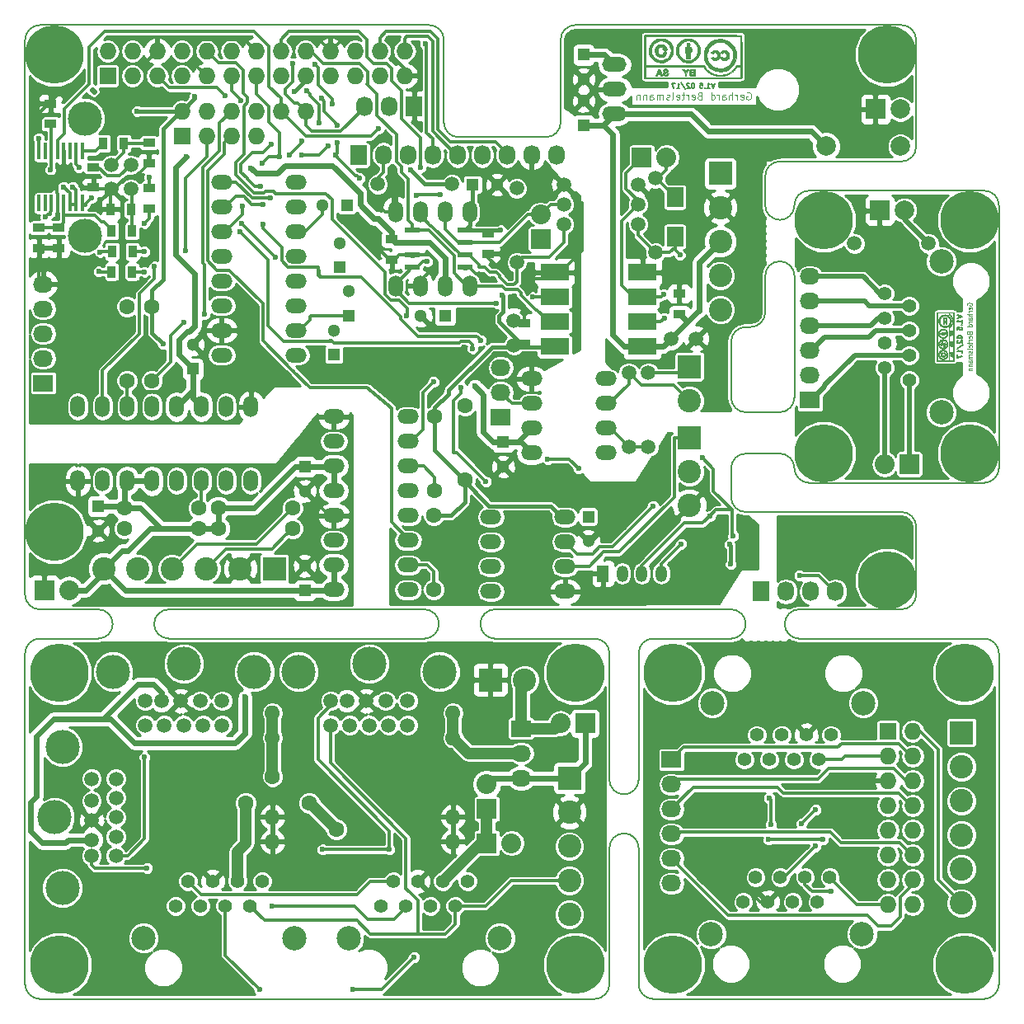
<source format=gbl>
G04 #@! TF.FileFunction,Copper,L2,Bot,Signal*
%FSLAX46Y46*%
G04 Gerber Fmt 4.6, Leading zero omitted, Abs format (unit mm)*
G04 Created by KiCad (PCBNEW 4.0.2+dfsg1-stable) date Mo 06 Feb 2017 14:15:04 CET*
%MOMM*%
G01*
G04 APERTURE LIST*
%ADD10C,0.100000*%
%ADD11C,0.063500*%
%ADD12C,0.127000*%
%ADD13C,0.150000*%
%ADD14C,0.002540*%
%ADD15R,2.032000X1.727200*%
%ADD16O,2.032000X1.727200*%
%ADD17R,2.032000X2.032000*%
%ADD18O,2.032000X2.032000*%
%ADD19C,1.400000*%
%ADD20C,2.500000*%
%ADD21C,6.000000*%
%ADD22O,1.501140X2.199640*%
%ADD23R,1.300000X1.300000*%
%ADD24C,1.300000*%
%ADD25C,1.501140*%
%ADD26C,3.500120*%
%ADD27C,1.500000*%
%ADD28R,1.700000X1.700000*%
%ADD29O,1.727200X1.727200*%
%ADD30R,1.727200X1.727200*%
%ADD31O,1.720000X1.720000*%
%ADD32R,1.550000X0.600000*%
%ADD33R,3.000000X1.800000*%
%ADD34C,1.600000*%
%ADD35C,2.400000*%
%ADD36R,2.400000X2.400000*%
%ADD37R,1.727200X2.032000*%
%ADD38O,1.727200X2.032000*%
%ADD39O,2.499360X1.501140*%
%ADD40R,0.406400X1.651000*%
%ADD41O,1.600000X1.600000*%
%ADD42R,2.000000X2.000000*%
%ADD43C,2.000000*%
%ADD44C,1.998980*%
%ADD45R,0.900000X1.300000*%
%ADD46R,1.300000X0.900000*%
%ADD47O,2.199640X1.501140*%
%ADD48R,1.700000X2.000000*%
%ADD49C,3.500000*%
%ADD50R,1.200000X1.700000*%
%ADD51O,1.200000X1.700000*%
%ADD52C,0.600000*%
%ADD53C,0.609600*%
%ADD54C,0.406400*%
%ADD55C,0.304800*%
%ADD56C,1.200000*%
%ADD57C,0.508000*%
%ADD58C,0.254000*%
G04 APERTURE END LIST*
D10*
D11*
X196746000Y-68775001D02*
X196721810Y-68732144D01*
X196721810Y-68667858D01*
X196746000Y-68603573D01*
X196794381Y-68560715D01*
X196842762Y-68539287D01*
X196939524Y-68517858D01*
X197012095Y-68517858D01*
X197108857Y-68539287D01*
X197157238Y-68560715D01*
X197205619Y-68603573D01*
X197229810Y-68667858D01*
X197229810Y-68710715D01*
X197205619Y-68775001D01*
X197181429Y-68796430D01*
X197012095Y-68796430D01*
X197012095Y-68710715D01*
X197205619Y-69160715D02*
X197229810Y-69117858D01*
X197229810Y-69032144D01*
X197205619Y-68989287D01*
X197157238Y-68967858D01*
X196963714Y-68967858D01*
X196915333Y-68989287D01*
X196891143Y-69032144D01*
X196891143Y-69117858D01*
X196915333Y-69160715D01*
X196963714Y-69182144D01*
X197012095Y-69182144D01*
X197060476Y-68967858D01*
X197229810Y-69375001D02*
X196891143Y-69375001D01*
X196987905Y-69375001D02*
X196939524Y-69396429D01*
X196915333Y-69417858D01*
X196891143Y-69460715D01*
X196891143Y-69503572D01*
X197229810Y-69653572D02*
X196721810Y-69653572D01*
X197229810Y-69846429D02*
X196963714Y-69846429D01*
X196915333Y-69825000D01*
X196891143Y-69782143D01*
X196891143Y-69717858D01*
X196915333Y-69675000D01*
X196939524Y-69653572D01*
X197229810Y-70253572D02*
X196963714Y-70253572D01*
X196915333Y-70232143D01*
X196891143Y-70189286D01*
X196891143Y-70103572D01*
X196915333Y-70060715D01*
X197205619Y-70253572D02*
X197229810Y-70210715D01*
X197229810Y-70103572D01*
X197205619Y-70060715D01*
X197157238Y-70039286D01*
X197108857Y-70039286D01*
X197060476Y-70060715D01*
X197036286Y-70103572D01*
X197036286Y-70210715D01*
X197012095Y-70253572D01*
X197229810Y-70467858D02*
X196891143Y-70467858D01*
X196987905Y-70467858D02*
X196939524Y-70489286D01*
X196915333Y-70510715D01*
X196891143Y-70553572D01*
X196891143Y-70596429D01*
X197229810Y-70939286D02*
X196721810Y-70939286D01*
X197205619Y-70939286D02*
X197229810Y-70896429D01*
X197229810Y-70810715D01*
X197205619Y-70767857D01*
X197181429Y-70746429D01*
X197133048Y-70725000D01*
X196987905Y-70725000D01*
X196939524Y-70746429D01*
X196915333Y-70767857D01*
X196891143Y-70810715D01*
X196891143Y-70896429D01*
X196915333Y-70939286D01*
X196963714Y-71646429D02*
X196987905Y-71710715D01*
X197012095Y-71732143D01*
X197060476Y-71753572D01*
X197133048Y-71753572D01*
X197181429Y-71732143D01*
X197205619Y-71710715D01*
X197229810Y-71667857D01*
X197229810Y-71496429D01*
X196721810Y-71496429D01*
X196721810Y-71646429D01*
X196746000Y-71689286D01*
X196770190Y-71710715D01*
X196818571Y-71732143D01*
X196866952Y-71732143D01*
X196915333Y-71710715D01*
X196939524Y-71689286D01*
X196963714Y-71646429D01*
X196963714Y-71496429D01*
X197205619Y-72117857D02*
X197229810Y-72075000D01*
X197229810Y-71989286D01*
X197205619Y-71946429D01*
X197157238Y-71925000D01*
X196963714Y-71925000D01*
X196915333Y-71946429D01*
X196891143Y-71989286D01*
X196891143Y-72075000D01*
X196915333Y-72117857D01*
X196963714Y-72139286D01*
X197012095Y-72139286D01*
X197060476Y-71925000D01*
X197229810Y-72332143D02*
X196891143Y-72332143D01*
X196987905Y-72332143D02*
X196939524Y-72353571D01*
X196915333Y-72375000D01*
X196891143Y-72417857D01*
X196891143Y-72460714D01*
X196891143Y-72546428D02*
X196891143Y-72717857D01*
X196721810Y-72610714D02*
X197157238Y-72610714D01*
X197205619Y-72632142D01*
X197229810Y-72675000D01*
X197229810Y-72717857D01*
X197205619Y-73039285D02*
X197229810Y-72996428D01*
X197229810Y-72910714D01*
X197205619Y-72867857D01*
X197157238Y-72846428D01*
X196963714Y-72846428D01*
X196915333Y-72867857D01*
X196891143Y-72910714D01*
X196891143Y-72996428D01*
X196915333Y-73039285D01*
X196963714Y-73060714D01*
X197012095Y-73060714D01*
X197060476Y-72846428D01*
X197229810Y-73317857D02*
X197205619Y-73274999D01*
X197157238Y-73253571D01*
X196721810Y-73253571D01*
X197205619Y-73467856D02*
X197229810Y-73510713D01*
X197229810Y-73596428D01*
X197205619Y-73639285D01*
X197157238Y-73660713D01*
X197133048Y-73660713D01*
X197084667Y-73639285D01*
X197060476Y-73596428D01*
X197060476Y-73532142D01*
X197036286Y-73489285D01*
X196987905Y-73467856D01*
X196963714Y-73467856D01*
X196915333Y-73489285D01*
X196891143Y-73532142D01*
X196891143Y-73596428D01*
X196915333Y-73639285D01*
X197229810Y-73853571D02*
X196891143Y-73853571D01*
X196939524Y-73853571D02*
X196915333Y-73874999D01*
X196891143Y-73917857D01*
X196891143Y-73982142D01*
X196915333Y-74024999D01*
X196963714Y-74046428D01*
X197229810Y-74046428D01*
X196963714Y-74046428D02*
X196915333Y-74067857D01*
X196891143Y-74110714D01*
X196891143Y-74174999D01*
X196915333Y-74217857D01*
X196963714Y-74239285D01*
X197229810Y-74239285D01*
X197229810Y-74646428D02*
X196963714Y-74646428D01*
X196915333Y-74624999D01*
X196891143Y-74582142D01*
X196891143Y-74496428D01*
X196915333Y-74453571D01*
X197205619Y-74646428D02*
X197229810Y-74603571D01*
X197229810Y-74496428D01*
X197205619Y-74453571D01*
X197157238Y-74432142D01*
X197108857Y-74432142D01*
X197060476Y-74453571D01*
X197036286Y-74496428D01*
X197036286Y-74603571D01*
X197012095Y-74646428D01*
X196891143Y-74860714D02*
X197229810Y-74860714D01*
X196939524Y-74860714D02*
X196915333Y-74882142D01*
X196891143Y-74925000D01*
X196891143Y-74989285D01*
X196915333Y-75032142D01*
X196963714Y-75053571D01*
X197229810Y-75053571D01*
X196891143Y-75267857D02*
X197229810Y-75267857D01*
X196939524Y-75267857D02*
X196915333Y-75289285D01*
X196891143Y-75332143D01*
X196891143Y-75396428D01*
X196915333Y-75439285D01*
X196963714Y-75460714D01*
X197229810Y-75460714D01*
D12*
X195721810Y-69798665D02*
X196229810Y-69967998D01*
X195721810Y-70137332D01*
X196229810Y-70572761D02*
X196229810Y-70282475D01*
X196229810Y-70427618D02*
X195721810Y-70427618D01*
X195794381Y-70379237D01*
X195842762Y-70330856D01*
X195866952Y-70282475D01*
X196181429Y-70790475D02*
X196205619Y-70814666D01*
X196229810Y-70790475D01*
X196205619Y-70766285D01*
X196181429Y-70790475D01*
X196229810Y-70790475D01*
X195721810Y-71274285D02*
X195721810Y-71032380D01*
X195963714Y-71008190D01*
X195939524Y-71032380D01*
X195915333Y-71080761D01*
X195915333Y-71201714D01*
X195939524Y-71250095D01*
X195963714Y-71274285D01*
X196012095Y-71298476D01*
X196133048Y-71298476D01*
X196181429Y-71274285D01*
X196205619Y-71250095D01*
X196229810Y-71201714D01*
X196229810Y-71080761D01*
X196205619Y-71032380D01*
X196181429Y-71008190D01*
X195721810Y-72000000D02*
X195721810Y-72048381D01*
X195746000Y-72096762D01*
X195770190Y-72120953D01*
X195818571Y-72145143D01*
X195915333Y-72169334D01*
X196036286Y-72169334D01*
X196133048Y-72145143D01*
X196181429Y-72120953D01*
X196205619Y-72096762D01*
X196229810Y-72048381D01*
X196229810Y-72000000D01*
X196205619Y-71951619D01*
X196181429Y-71927429D01*
X196133048Y-71903238D01*
X196036286Y-71879048D01*
X195915333Y-71879048D01*
X195818571Y-71903238D01*
X195770190Y-71927429D01*
X195746000Y-71951619D01*
X195721810Y-72000000D01*
X195770190Y-72362858D02*
X195746000Y-72387048D01*
X195721810Y-72435429D01*
X195721810Y-72556382D01*
X195746000Y-72604763D01*
X195770190Y-72628953D01*
X195818571Y-72653144D01*
X195866952Y-72653144D01*
X195939524Y-72628953D01*
X196229810Y-72338667D01*
X196229810Y-72653144D01*
X195697619Y-73233716D02*
X196350762Y-72798287D01*
X196229810Y-73669144D02*
X196229810Y-73378858D01*
X196229810Y-73524001D02*
X195721810Y-73524001D01*
X195794381Y-73475620D01*
X195842762Y-73427239D01*
X195866952Y-73378858D01*
X195721810Y-73838477D02*
X195721810Y-74177144D01*
X196229810Y-73959430D01*
D13*
X176000000Y-58500000D02*
X176000000Y-55500000D01*
X176000000Y-69500000D02*
X176000000Y-65750000D01*
X179000000Y-65750000D02*
X179000000Y-78250000D01*
X176000000Y-58500000D02*
G75*
G03X177500000Y-60000000I1500000J0D01*
G01*
X179000000Y-65750000D02*
G75*
G03X177500000Y-64250000I-1500000J0D01*
G01*
X177500000Y-64250000D02*
G75*
G03X176000000Y-65750000I0J-1500000D01*
G01*
X172500000Y-78250000D02*
X172500000Y-72500000D01*
X177500000Y-79750000D02*
X174000000Y-79750000D01*
X174000000Y-84000000D02*
X177500000Y-84000000D01*
X172500000Y-88500000D02*
X172500000Y-85500000D01*
X172500000Y-78250000D02*
G75*
G03X174000000Y-79750000I1500000J0D01*
G01*
X177500000Y-79750000D02*
G75*
G03X179000000Y-78250000I0J1500000D01*
G01*
X174000000Y-84000000D02*
G75*
G03X172500000Y-85500000I0J-1500000D01*
G01*
X179000000Y-85500000D02*
G75*
G03X177500000Y-84000000I-1500000J0D01*
G01*
X177500000Y-60000000D02*
G75*
G03X179000000Y-58500000I0J1500000D01*
G01*
X200000000Y-58500000D02*
X200000000Y-85500000D01*
X180500000Y-57000000D02*
X198500000Y-57000000D01*
X180500000Y-87000000D02*
X198500000Y-87000000D01*
X179000000Y-85500000D02*
G75*
G03X180500000Y-87000000I1500000J0D01*
G01*
X198500000Y-87000000D02*
G75*
G03X200000000Y-85500000I0J1500000D01*
G01*
X200000000Y-58500000D02*
G75*
G03X198500000Y-57000000I-1500000J0D01*
G01*
X180500000Y-57000000D02*
G75*
G03X179000000Y-58500000I0J-1500000D01*
G01*
D12*
X170793835Y-45949810D02*
X170624502Y-46457810D01*
X170455168Y-45949810D01*
X170019739Y-46457810D02*
X170310025Y-46457810D01*
X170164882Y-46457810D02*
X170164882Y-45949810D01*
X170213263Y-46022381D01*
X170261644Y-46070762D01*
X170310025Y-46094952D01*
X169802025Y-46409429D02*
X169777834Y-46433619D01*
X169802025Y-46457810D01*
X169826215Y-46433619D01*
X169802025Y-46409429D01*
X169802025Y-46457810D01*
X169318215Y-45949810D02*
X169560120Y-45949810D01*
X169584310Y-46191714D01*
X169560120Y-46167524D01*
X169511739Y-46143333D01*
X169390786Y-46143333D01*
X169342405Y-46167524D01*
X169318215Y-46191714D01*
X169294024Y-46240095D01*
X169294024Y-46361048D01*
X169318215Y-46409429D01*
X169342405Y-46433619D01*
X169390786Y-46457810D01*
X169511739Y-46457810D01*
X169560120Y-46433619D01*
X169584310Y-46409429D01*
X168592500Y-45949810D02*
X168544119Y-45949810D01*
X168495738Y-45974000D01*
X168471547Y-45998190D01*
X168447357Y-46046571D01*
X168423166Y-46143333D01*
X168423166Y-46264286D01*
X168447357Y-46361048D01*
X168471547Y-46409429D01*
X168495738Y-46433619D01*
X168544119Y-46457810D01*
X168592500Y-46457810D01*
X168640881Y-46433619D01*
X168665071Y-46409429D01*
X168689262Y-46361048D01*
X168713452Y-46264286D01*
X168713452Y-46143333D01*
X168689262Y-46046571D01*
X168665071Y-45998190D01*
X168640881Y-45974000D01*
X168592500Y-45949810D01*
X168229642Y-45998190D02*
X168205452Y-45974000D01*
X168157071Y-45949810D01*
X168036118Y-45949810D01*
X167987737Y-45974000D01*
X167963547Y-45998190D01*
X167939356Y-46046571D01*
X167939356Y-46094952D01*
X167963547Y-46167524D01*
X168253833Y-46457810D01*
X167939356Y-46457810D01*
X167358784Y-45925619D02*
X167794213Y-46578762D01*
X166923356Y-46457810D02*
X167213642Y-46457810D01*
X167068499Y-46457810D02*
X167068499Y-45949810D01*
X167116880Y-46022381D01*
X167165261Y-46070762D01*
X167213642Y-46094952D01*
X166754023Y-45949810D02*
X166415356Y-45949810D01*
X166633070Y-46457810D01*
D11*
X174117001Y-46926500D02*
X174189572Y-46890214D01*
X174298429Y-46890214D01*
X174407286Y-46926500D01*
X174479858Y-46999071D01*
X174516143Y-47071643D01*
X174552429Y-47216786D01*
X174552429Y-47325643D01*
X174516143Y-47470786D01*
X174479858Y-47543357D01*
X174407286Y-47615929D01*
X174298429Y-47652214D01*
X174225858Y-47652214D01*
X174117001Y-47615929D01*
X174080715Y-47579643D01*
X174080715Y-47325643D01*
X174225858Y-47325643D01*
X173463858Y-47615929D02*
X173536429Y-47652214D01*
X173681572Y-47652214D01*
X173754143Y-47615929D01*
X173790429Y-47543357D01*
X173790429Y-47253071D01*
X173754143Y-47180500D01*
X173681572Y-47144214D01*
X173536429Y-47144214D01*
X173463858Y-47180500D01*
X173427572Y-47253071D01*
X173427572Y-47325643D01*
X173790429Y-47398214D01*
X173101000Y-47652214D02*
X173101000Y-47144214D01*
X173101000Y-47289357D02*
X173064715Y-47216786D01*
X173028429Y-47180500D01*
X172955858Y-47144214D01*
X172883286Y-47144214D01*
X172629286Y-47652214D02*
X172629286Y-46890214D01*
X172302715Y-47652214D02*
X172302715Y-47253071D01*
X172339001Y-47180500D01*
X172411572Y-47144214D01*
X172520429Y-47144214D01*
X172593001Y-47180500D01*
X172629286Y-47216786D01*
X171613286Y-47652214D02*
X171613286Y-47253071D01*
X171649572Y-47180500D01*
X171722143Y-47144214D01*
X171867286Y-47144214D01*
X171939857Y-47180500D01*
X171613286Y-47615929D02*
X171685857Y-47652214D01*
X171867286Y-47652214D01*
X171939857Y-47615929D01*
X171976143Y-47543357D01*
X171976143Y-47470786D01*
X171939857Y-47398214D01*
X171867286Y-47361929D01*
X171685857Y-47361929D01*
X171613286Y-47325643D01*
X171250428Y-47652214D02*
X171250428Y-47144214D01*
X171250428Y-47289357D02*
X171214143Y-47216786D01*
X171177857Y-47180500D01*
X171105286Y-47144214D01*
X171032714Y-47144214D01*
X170452143Y-47652214D02*
X170452143Y-46890214D01*
X170452143Y-47615929D02*
X170524714Y-47652214D01*
X170669857Y-47652214D01*
X170742429Y-47615929D01*
X170778714Y-47579643D01*
X170815000Y-47507071D01*
X170815000Y-47289357D01*
X170778714Y-47216786D01*
X170742429Y-47180500D01*
X170669857Y-47144214D01*
X170524714Y-47144214D01*
X170452143Y-47180500D01*
X169254714Y-47253071D02*
X169145857Y-47289357D01*
X169109572Y-47325643D01*
X169073286Y-47398214D01*
X169073286Y-47507071D01*
X169109572Y-47579643D01*
X169145857Y-47615929D01*
X169218429Y-47652214D01*
X169508714Y-47652214D01*
X169508714Y-46890214D01*
X169254714Y-46890214D01*
X169182143Y-46926500D01*
X169145857Y-46962786D01*
X169109572Y-47035357D01*
X169109572Y-47107929D01*
X169145857Y-47180500D01*
X169182143Y-47216786D01*
X169254714Y-47253071D01*
X169508714Y-47253071D01*
X168456429Y-47615929D02*
X168529000Y-47652214D01*
X168674143Y-47652214D01*
X168746714Y-47615929D01*
X168783000Y-47543357D01*
X168783000Y-47253071D01*
X168746714Y-47180500D01*
X168674143Y-47144214D01*
X168529000Y-47144214D01*
X168456429Y-47180500D01*
X168420143Y-47253071D01*
X168420143Y-47325643D01*
X168783000Y-47398214D01*
X168093571Y-47652214D02*
X168093571Y-47144214D01*
X168093571Y-47289357D02*
X168057286Y-47216786D01*
X168021000Y-47180500D01*
X167948429Y-47144214D01*
X167875857Y-47144214D01*
X167730715Y-47144214D02*
X167440429Y-47144214D01*
X167621857Y-46890214D02*
X167621857Y-47543357D01*
X167585572Y-47615929D01*
X167513000Y-47652214D01*
X167440429Y-47652214D01*
X166896143Y-47615929D02*
X166968714Y-47652214D01*
X167113857Y-47652214D01*
X167186428Y-47615929D01*
X167222714Y-47543357D01*
X167222714Y-47253071D01*
X167186428Y-47180500D01*
X167113857Y-47144214D01*
X166968714Y-47144214D01*
X166896143Y-47180500D01*
X166859857Y-47253071D01*
X166859857Y-47325643D01*
X167222714Y-47398214D01*
X166424428Y-47652214D02*
X166497000Y-47615929D01*
X166533285Y-47543357D01*
X166533285Y-46890214D01*
X166170428Y-47615929D02*
X166097857Y-47652214D01*
X165952714Y-47652214D01*
X165880142Y-47615929D01*
X165843857Y-47543357D01*
X165843857Y-47507071D01*
X165880142Y-47434500D01*
X165952714Y-47398214D01*
X166061571Y-47398214D01*
X166134142Y-47361929D01*
X166170428Y-47289357D01*
X166170428Y-47253071D01*
X166134142Y-47180500D01*
X166061571Y-47144214D01*
X165952714Y-47144214D01*
X165880142Y-47180500D01*
X165517285Y-47652214D02*
X165517285Y-47144214D01*
X165517285Y-47216786D02*
X165481000Y-47180500D01*
X165408428Y-47144214D01*
X165299571Y-47144214D01*
X165227000Y-47180500D01*
X165190714Y-47253071D01*
X165190714Y-47652214D01*
X165190714Y-47253071D02*
X165154428Y-47180500D01*
X165081857Y-47144214D01*
X164973000Y-47144214D01*
X164900428Y-47180500D01*
X164864143Y-47253071D01*
X164864143Y-47652214D01*
X164174714Y-47652214D02*
X164174714Y-47253071D01*
X164211000Y-47180500D01*
X164283571Y-47144214D01*
X164428714Y-47144214D01*
X164501285Y-47180500D01*
X164174714Y-47615929D02*
X164247285Y-47652214D01*
X164428714Y-47652214D01*
X164501285Y-47615929D01*
X164537571Y-47543357D01*
X164537571Y-47470786D01*
X164501285Y-47398214D01*
X164428714Y-47361929D01*
X164247285Y-47361929D01*
X164174714Y-47325643D01*
X163811856Y-47144214D02*
X163811856Y-47652214D01*
X163811856Y-47216786D02*
X163775571Y-47180500D01*
X163702999Y-47144214D01*
X163594142Y-47144214D01*
X163521571Y-47180500D01*
X163485285Y-47253071D01*
X163485285Y-47652214D01*
X163122427Y-47144214D02*
X163122427Y-47652214D01*
X163122427Y-47216786D02*
X163086142Y-47180500D01*
X163013570Y-47144214D01*
X162904713Y-47144214D01*
X162832142Y-47180500D01*
X162795856Y-47253071D01*
X162795856Y-47652214D01*
D13*
X148250000Y-100000000D02*
X172500000Y-100000000D01*
X141000000Y-100000000D02*
X114750000Y-100000000D01*
X114750000Y-103000000D02*
X141000000Y-103000000D01*
X142500000Y-101500000D02*
G75*
G03X141000000Y-100000000I-1500000J0D01*
G01*
X141000000Y-103000000D02*
G75*
G03X142500000Y-101500000I0J1500000D01*
G01*
X101500000Y-100000000D02*
X107500000Y-100000000D01*
X101500000Y-103000000D02*
X107500000Y-103000000D01*
X148250000Y-100000000D02*
G75*
G03X146750000Y-101500000I0J-1500000D01*
G01*
X148250000Y-103000000D02*
X158500000Y-103000000D01*
X146750000Y-101500000D02*
G75*
G03X148250000Y-103000000I1500000J0D01*
G01*
X174000000Y-90000000D02*
X190000000Y-90000000D01*
X177500000Y-54000000D02*
X190000000Y-54000000D01*
X174000000Y-71000000D02*
X174500000Y-71000000D01*
X174500000Y-71000000D02*
G75*
G03X176000000Y-69500000I0J1500000D01*
G01*
X174000000Y-71000000D02*
G75*
G03X172500000Y-72500000I0J-1500000D01*
G01*
X161500000Y-119000000D02*
G75*
G03X163000000Y-117500000I0J1500000D01*
G01*
X163000000Y-124500000D02*
G75*
G03X161500000Y-123000000I-1500000J0D01*
G01*
X163000000Y-124500000D02*
X163000000Y-138500000D01*
X163000000Y-104500000D02*
X163000000Y-117500000D01*
X160000000Y-124500000D02*
X160000000Y-138500000D01*
X160000000Y-104500000D02*
X160000000Y-117500000D01*
X161500000Y-123000000D02*
G75*
G03X160000000Y-124500000I0J-1500000D01*
G01*
X160000000Y-117500000D02*
G75*
G03X161500000Y-119000000I1500000J0D01*
G01*
X164500000Y-103000000D02*
X172500000Y-103000000D01*
X164500000Y-140000000D02*
X198500000Y-140000000D01*
X163000000Y-138500000D02*
G75*
G03X164500000Y-140000000I1500000J0D01*
G01*
X158500000Y-140000000D02*
G75*
G03X160000000Y-138500000I0J1500000D01*
G01*
X164500000Y-103000000D02*
G75*
G03X163000000Y-104500000I0J-1500000D01*
G01*
X160000000Y-104500000D02*
G75*
G03X158500000Y-103000000I-1500000J0D01*
G01*
X113250000Y-101500000D02*
G75*
G03X114750000Y-103000000I1500000J0D01*
G01*
X114750000Y-100000000D02*
G75*
G03X113250000Y-101500000I0J-1500000D01*
G01*
X174000000Y-101500000D02*
G75*
G03X172500000Y-100000000I-1500000J0D01*
G01*
X172500000Y-103000000D02*
G75*
G03X174000000Y-101500000I0J1500000D01*
G01*
X178000000Y-101500000D02*
G75*
G03X179500000Y-103000000I1500000J0D01*
G01*
X179500000Y-100000000D02*
G75*
G03X178000000Y-101500000I0J-1500000D01*
G01*
X190000000Y-100000000D02*
X179500000Y-100000000D01*
X198500000Y-103000000D02*
X179500000Y-103000000D01*
X107500000Y-103000000D02*
G75*
G03X109000000Y-101500000I0J1500000D01*
G01*
X109000000Y-101500000D02*
G75*
G03X107500000Y-100000000I-1500000J0D01*
G01*
X198500000Y-140000000D02*
G75*
G03X200000000Y-138500000I0J1500000D01*
G01*
X200000000Y-104500000D02*
G75*
G03X198500000Y-103000000I-1500000J0D01*
G01*
X101500000Y-103000000D02*
G75*
G03X100000000Y-104500000I0J-1500000D01*
G01*
X100000000Y-138500000D02*
G75*
G03X101500000Y-140000000I1500000J0D01*
G01*
X100000000Y-104500000D02*
X100000000Y-138500000D01*
X200000000Y-104500000D02*
X200000000Y-138500000D01*
X101500000Y-140000000D02*
X158500000Y-140000000D01*
X191500000Y-91500000D02*
G75*
G03X190000000Y-90000000I-1500000J0D01*
G01*
X172500000Y-88500000D02*
G75*
G03X174000000Y-90000000I1500000J0D01*
G01*
X177500000Y-54000000D02*
G75*
G03X176000000Y-55500000I0J-1500000D01*
G01*
X190000000Y-54000000D02*
G75*
G03X191500000Y-52500000I0J1500000D01*
G01*
X191500000Y-41500000D02*
X191500000Y-52500000D01*
X143000000Y-41500000D02*
G75*
G03X141500000Y-40000000I-1500000J0D01*
G01*
X156500000Y-40000000D02*
G75*
G03X155000000Y-41500000I0J-1500000D01*
G01*
X153500000Y-51500000D02*
G75*
G03X155000000Y-50000000I0J1500000D01*
G01*
X143000000Y-50000000D02*
G75*
G03X144500000Y-51500000I1500000J0D01*
G01*
X144500000Y-51500000D02*
X153500000Y-51500000D01*
X143000000Y-41500000D02*
X143000000Y-50000000D01*
X155000000Y-41500000D02*
X155000000Y-50000000D01*
X190000000Y-40000000D02*
X156500000Y-40000000D01*
X100000000Y-41500000D02*
X100000000Y-98500000D01*
X191500000Y-91500000D02*
X191500000Y-98500000D01*
X191500000Y-41500000D02*
G75*
G03X190000000Y-40000000I-1500000J0D01*
G01*
X190000000Y-100000000D02*
G75*
G03X191500000Y-98500000I0J1500000D01*
G01*
X100000000Y-98500000D02*
G75*
G03X101500000Y-100000000I1500000J0D01*
G01*
X101500000Y-40000000D02*
G75*
G03X100000000Y-41500000I0J-1500000D01*
G01*
X101500000Y-40000000D02*
X141500000Y-40000000D01*
D14*
G36*
X195373760Y-74499360D02*
X195373760Y-74453640D01*
X194847980Y-74453640D01*
X194276480Y-74453640D01*
X193699900Y-74453640D01*
X193684660Y-74438400D01*
X193671960Y-74425700D01*
X193671960Y-72000000D01*
X193671960Y-69574300D01*
X193684660Y-69561600D01*
X193699900Y-69546360D01*
X194276480Y-69546360D01*
X194847980Y-69546360D01*
X194847980Y-69635260D01*
X194847980Y-69724160D01*
X194898780Y-69757180D01*
X194964820Y-69805440D01*
X195025780Y-69861320D01*
X195079120Y-69922280D01*
X195124840Y-69990860D01*
X195165480Y-70064520D01*
X195195960Y-70140720D01*
X195218820Y-70222000D01*
X195228980Y-70288040D01*
X195231520Y-70321060D01*
X195231520Y-70361700D01*
X195231520Y-70404880D01*
X195226440Y-70448060D01*
X195223900Y-70486160D01*
X195218820Y-70509020D01*
X195195960Y-70595380D01*
X195168020Y-70674120D01*
X195127380Y-70747780D01*
X195081660Y-70816360D01*
X195023240Y-70882400D01*
X194997840Y-70907800D01*
X194972440Y-70930660D01*
X194944500Y-70953520D01*
X194919100Y-70973840D01*
X194898780Y-70986540D01*
X194850520Y-71019560D01*
X194847980Y-72734060D01*
X194847980Y-74453640D01*
X195373760Y-74453640D01*
X195373760Y-74448560D01*
X195333120Y-74448560D01*
X195114680Y-74448560D01*
X194893700Y-74448560D01*
X194893700Y-72749300D01*
X194893700Y-71052580D01*
X194939420Y-71019560D01*
X194992760Y-70981460D01*
X195041020Y-70945900D01*
X195079120Y-70905260D01*
X195112140Y-70864620D01*
X195145160Y-70818900D01*
X195165480Y-70785880D01*
X195193420Y-70730000D01*
X195216280Y-70681740D01*
X195234060Y-70636020D01*
X195249300Y-70590300D01*
X195262000Y-70542040D01*
X195262000Y-70539500D01*
X195274700Y-70465840D01*
X195279780Y-70399800D01*
X195279780Y-70336300D01*
X195274700Y-70270260D01*
X195262000Y-70201680D01*
X195239140Y-70125480D01*
X195206120Y-70049280D01*
X195162940Y-69970540D01*
X195112140Y-69891800D01*
X195091820Y-69866400D01*
X195076580Y-69846080D01*
X195053720Y-69823220D01*
X195028320Y-69797820D01*
X195000380Y-69769880D01*
X194972440Y-69747020D01*
X194947040Y-69724160D01*
X194924180Y-69708920D01*
X194908940Y-69701300D01*
X194893700Y-69691140D01*
X194893700Y-69617480D01*
X194893700Y-69541280D01*
X195114680Y-69541280D01*
X195333120Y-69541280D01*
X195333120Y-71997460D01*
X195333120Y-74448560D01*
X195373760Y-74448560D01*
X195373760Y-72002540D01*
X195373760Y-69508260D01*
X195302640Y-69503180D01*
X195287400Y-69503180D01*
X195264540Y-69503180D01*
X195234060Y-69503180D01*
X195193420Y-69503180D01*
X195147700Y-69503180D01*
X195096900Y-69500640D01*
X195038480Y-69500640D01*
X194977520Y-69500640D01*
X194911480Y-69500640D01*
X194840360Y-69500640D01*
X194766700Y-69500640D01*
X194690500Y-69500640D01*
X194611760Y-69500640D01*
X194533020Y-69500640D01*
X194456820Y-69503180D01*
X194378080Y-69503180D01*
X194299340Y-69503180D01*
X194223140Y-69503180D01*
X194146940Y-69503180D01*
X194073280Y-69503180D01*
X194004700Y-69503180D01*
X193941200Y-69503180D01*
X193880240Y-69503180D01*
X193824360Y-69505720D01*
X193773560Y-69505720D01*
X193730380Y-69505720D01*
X193694820Y-69505720D01*
X193666880Y-69505720D01*
X193646560Y-69505720D01*
X193633860Y-69508260D01*
X193633860Y-69508260D01*
X193631320Y-69513340D01*
X193631320Y-69528580D01*
X193631320Y-69551440D01*
X193631320Y-69584460D01*
X193631320Y-69625100D01*
X193631320Y-69675900D01*
X193631320Y-69734320D01*
X193631320Y-69797820D01*
X193631320Y-69871480D01*
X193631320Y-69950220D01*
X193631320Y-70034040D01*
X193631320Y-70125480D01*
X193628780Y-70222000D01*
X193628780Y-70323600D01*
X193628780Y-70430280D01*
X193628780Y-70542040D01*
X193628780Y-70656340D01*
X193628780Y-70775720D01*
X193628780Y-70897640D01*
X193628780Y-71024640D01*
X193628780Y-71151640D01*
X193628780Y-71281180D01*
X193628780Y-71415800D01*
X193628780Y-71547880D01*
X193628780Y-71685040D01*
X193628780Y-71819660D01*
X193628780Y-71956820D01*
X193628780Y-72091440D01*
X193628780Y-72226060D01*
X193628780Y-72363220D01*
X193628780Y-72497840D01*
X193628780Y-72629920D01*
X193628780Y-72762000D01*
X193628780Y-72891540D01*
X193628780Y-73018540D01*
X193628780Y-73143000D01*
X193628780Y-73262380D01*
X193628780Y-73381760D01*
X193628780Y-73493520D01*
X193628780Y-73602740D01*
X193628780Y-73706880D01*
X193628780Y-73805940D01*
X193628780Y-73902460D01*
X193628780Y-73988820D01*
X193628780Y-74072640D01*
X193628780Y-74146300D01*
X193628780Y-74214880D01*
X193628780Y-74278380D01*
X193628780Y-74331720D01*
X193628780Y-74377440D01*
X193628780Y-74415540D01*
X193628780Y-74443480D01*
X193628780Y-74463800D01*
X193628780Y-74473960D01*
X193628780Y-74476500D01*
X193631320Y-74499360D01*
X194502540Y-74499360D01*
X195373760Y-74499360D01*
X195373760Y-74499360D01*
X195373760Y-74499360D01*
G37*
X195373760Y-74499360D02*
X195373760Y-74453640D01*
X194847980Y-74453640D01*
X194276480Y-74453640D01*
X193699900Y-74453640D01*
X193684660Y-74438400D01*
X193671960Y-74425700D01*
X193671960Y-72000000D01*
X193671960Y-69574300D01*
X193684660Y-69561600D01*
X193699900Y-69546360D01*
X194276480Y-69546360D01*
X194847980Y-69546360D01*
X194847980Y-69635260D01*
X194847980Y-69724160D01*
X194898780Y-69757180D01*
X194964820Y-69805440D01*
X195025780Y-69861320D01*
X195079120Y-69922280D01*
X195124840Y-69990860D01*
X195165480Y-70064520D01*
X195195960Y-70140720D01*
X195218820Y-70222000D01*
X195228980Y-70288040D01*
X195231520Y-70321060D01*
X195231520Y-70361700D01*
X195231520Y-70404880D01*
X195226440Y-70448060D01*
X195223900Y-70486160D01*
X195218820Y-70509020D01*
X195195960Y-70595380D01*
X195168020Y-70674120D01*
X195127380Y-70747780D01*
X195081660Y-70816360D01*
X195023240Y-70882400D01*
X194997840Y-70907800D01*
X194972440Y-70930660D01*
X194944500Y-70953520D01*
X194919100Y-70973840D01*
X194898780Y-70986540D01*
X194850520Y-71019560D01*
X194847980Y-72734060D01*
X194847980Y-74453640D01*
X195373760Y-74453640D01*
X195373760Y-74448560D01*
X195333120Y-74448560D01*
X195114680Y-74448560D01*
X194893700Y-74448560D01*
X194893700Y-72749300D01*
X194893700Y-71052580D01*
X194939420Y-71019560D01*
X194992760Y-70981460D01*
X195041020Y-70945900D01*
X195079120Y-70905260D01*
X195112140Y-70864620D01*
X195145160Y-70818900D01*
X195165480Y-70785880D01*
X195193420Y-70730000D01*
X195216280Y-70681740D01*
X195234060Y-70636020D01*
X195249300Y-70590300D01*
X195262000Y-70542040D01*
X195262000Y-70539500D01*
X195274700Y-70465840D01*
X195279780Y-70399800D01*
X195279780Y-70336300D01*
X195274700Y-70270260D01*
X195262000Y-70201680D01*
X195239140Y-70125480D01*
X195206120Y-70049280D01*
X195162940Y-69970540D01*
X195112140Y-69891800D01*
X195091820Y-69866400D01*
X195076580Y-69846080D01*
X195053720Y-69823220D01*
X195028320Y-69797820D01*
X195000380Y-69769880D01*
X194972440Y-69747020D01*
X194947040Y-69724160D01*
X194924180Y-69708920D01*
X194908940Y-69701300D01*
X194893700Y-69691140D01*
X194893700Y-69617480D01*
X194893700Y-69541280D01*
X195114680Y-69541280D01*
X195333120Y-69541280D01*
X195333120Y-71997460D01*
X195333120Y-74448560D01*
X195373760Y-74448560D01*
X195373760Y-72002540D01*
X195373760Y-69508260D01*
X195302640Y-69503180D01*
X195287400Y-69503180D01*
X195264540Y-69503180D01*
X195234060Y-69503180D01*
X195193420Y-69503180D01*
X195147700Y-69503180D01*
X195096900Y-69500640D01*
X195038480Y-69500640D01*
X194977520Y-69500640D01*
X194911480Y-69500640D01*
X194840360Y-69500640D01*
X194766700Y-69500640D01*
X194690500Y-69500640D01*
X194611760Y-69500640D01*
X194533020Y-69500640D01*
X194456820Y-69503180D01*
X194378080Y-69503180D01*
X194299340Y-69503180D01*
X194223140Y-69503180D01*
X194146940Y-69503180D01*
X194073280Y-69503180D01*
X194004700Y-69503180D01*
X193941200Y-69503180D01*
X193880240Y-69503180D01*
X193824360Y-69505720D01*
X193773560Y-69505720D01*
X193730380Y-69505720D01*
X193694820Y-69505720D01*
X193666880Y-69505720D01*
X193646560Y-69505720D01*
X193633860Y-69508260D01*
X193633860Y-69508260D01*
X193631320Y-69513340D01*
X193631320Y-69528580D01*
X193631320Y-69551440D01*
X193631320Y-69584460D01*
X193631320Y-69625100D01*
X193631320Y-69675900D01*
X193631320Y-69734320D01*
X193631320Y-69797820D01*
X193631320Y-69871480D01*
X193631320Y-69950220D01*
X193631320Y-70034040D01*
X193631320Y-70125480D01*
X193628780Y-70222000D01*
X193628780Y-70323600D01*
X193628780Y-70430280D01*
X193628780Y-70542040D01*
X193628780Y-70656340D01*
X193628780Y-70775720D01*
X193628780Y-70897640D01*
X193628780Y-71024640D01*
X193628780Y-71151640D01*
X193628780Y-71281180D01*
X193628780Y-71415800D01*
X193628780Y-71547880D01*
X193628780Y-71685040D01*
X193628780Y-71819660D01*
X193628780Y-71956820D01*
X193628780Y-72091440D01*
X193628780Y-72226060D01*
X193628780Y-72363220D01*
X193628780Y-72497840D01*
X193628780Y-72629920D01*
X193628780Y-72762000D01*
X193628780Y-72891540D01*
X193628780Y-73018540D01*
X193628780Y-73143000D01*
X193628780Y-73262380D01*
X193628780Y-73381760D01*
X193628780Y-73493520D01*
X193628780Y-73602740D01*
X193628780Y-73706880D01*
X193628780Y-73805940D01*
X193628780Y-73902460D01*
X193628780Y-73988820D01*
X193628780Y-74072640D01*
X193628780Y-74146300D01*
X193628780Y-74214880D01*
X193628780Y-74278380D01*
X193628780Y-74331720D01*
X193628780Y-74377440D01*
X193628780Y-74415540D01*
X193628780Y-74443480D01*
X193628780Y-74463800D01*
X193628780Y-74473960D01*
X193628780Y-74476500D01*
X193631320Y-74499360D01*
X194502540Y-74499360D01*
X195373760Y-74499360D01*
X195373760Y-74499360D01*
G36*
X195157860Y-72993140D02*
X195173100Y-72990600D01*
X195208660Y-72977900D01*
X195234060Y-72960120D01*
X195254380Y-72934720D01*
X195267080Y-72904240D01*
X195269620Y-72868680D01*
X195267080Y-72845820D01*
X195262000Y-72820420D01*
X195251840Y-72800100D01*
X195236600Y-72779780D01*
X195226440Y-72769620D01*
X195198500Y-72751840D01*
X195165480Y-72739140D01*
X195132460Y-72734060D01*
X195096900Y-72736600D01*
X195061340Y-72746760D01*
X195030860Y-72764540D01*
X195018160Y-72774700D01*
X194997840Y-72800100D01*
X194985140Y-72830580D01*
X194980060Y-72863600D01*
X194982600Y-72894080D01*
X194992760Y-72924560D01*
X195008000Y-72949960D01*
X195030860Y-72972820D01*
X195043560Y-72977900D01*
X195058800Y-72985520D01*
X195071500Y-72988060D01*
X195074040Y-72988060D01*
X195079120Y-72988060D01*
X195081660Y-72982980D01*
X195084200Y-72970280D01*
X195084200Y-72962660D01*
X195084200Y-72944880D01*
X195081660Y-72937260D01*
X195076580Y-72929640D01*
X195068960Y-72927100D01*
X195048640Y-72911860D01*
X195038480Y-72891540D01*
X195033400Y-72871220D01*
X195038480Y-72848360D01*
X195048640Y-72828040D01*
X195066420Y-72812800D01*
X195076580Y-72807720D01*
X195096900Y-72800100D01*
X195122300Y-72797560D01*
X195150240Y-72800100D01*
X195173100Y-72805180D01*
X195178180Y-72807720D01*
X195198500Y-72822960D01*
X195211200Y-72843280D01*
X195218820Y-72866140D01*
X195216280Y-72889000D01*
X195211200Y-72899160D01*
X195201040Y-72911860D01*
X195185800Y-72922020D01*
X195170560Y-72929640D01*
X195165480Y-72929640D01*
X195162940Y-72929640D01*
X195160400Y-72937260D01*
X195157860Y-72952500D01*
X195157860Y-72960120D01*
X195157860Y-72993140D01*
X195157860Y-72993140D01*
X195157860Y-72993140D01*
G37*
X195157860Y-72993140D02*
X195173100Y-72990600D01*
X195208660Y-72977900D01*
X195234060Y-72960120D01*
X195254380Y-72934720D01*
X195267080Y-72904240D01*
X195269620Y-72868680D01*
X195267080Y-72845820D01*
X195262000Y-72820420D01*
X195251840Y-72800100D01*
X195236600Y-72779780D01*
X195226440Y-72769620D01*
X195198500Y-72751840D01*
X195165480Y-72739140D01*
X195132460Y-72734060D01*
X195096900Y-72736600D01*
X195061340Y-72746760D01*
X195030860Y-72764540D01*
X195018160Y-72774700D01*
X194997840Y-72800100D01*
X194985140Y-72830580D01*
X194980060Y-72863600D01*
X194982600Y-72894080D01*
X194992760Y-72924560D01*
X195008000Y-72949960D01*
X195030860Y-72972820D01*
X195043560Y-72977900D01*
X195058800Y-72985520D01*
X195071500Y-72988060D01*
X195074040Y-72988060D01*
X195079120Y-72988060D01*
X195081660Y-72982980D01*
X195084200Y-72970280D01*
X195084200Y-72962660D01*
X195084200Y-72944880D01*
X195081660Y-72937260D01*
X195076580Y-72929640D01*
X195068960Y-72927100D01*
X195048640Y-72911860D01*
X195038480Y-72891540D01*
X195033400Y-72871220D01*
X195038480Y-72848360D01*
X195048640Y-72828040D01*
X195066420Y-72812800D01*
X195076580Y-72807720D01*
X195096900Y-72800100D01*
X195122300Y-72797560D01*
X195150240Y-72800100D01*
X195173100Y-72805180D01*
X195178180Y-72807720D01*
X195198500Y-72822960D01*
X195211200Y-72843280D01*
X195218820Y-72866140D01*
X195216280Y-72889000D01*
X195211200Y-72899160D01*
X195201040Y-72911860D01*
X195185800Y-72922020D01*
X195170560Y-72929640D01*
X195165480Y-72929640D01*
X195162940Y-72929640D01*
X195160400Y-72937260D01*
X195157860Y-72952500D01*
X195157860Y-72960120D01*
X195157860Y-72993140D01*
X195157860Y-72993140D01*
G36*
X195193420Y-73767840D02*
X195213740Y-73762760D01*
X195231520Y-73752600D01*
X195236600Y-73747520D01*
X195251840Y-73729740D01*
X195264540Y-73701800D01*
X195269620Y-73671320D01*
X195269620Y-73640840D01*
X195269620Y-73635760D01*
X195262000Y-73600200D01*
X195246760Y-73572260D01*
X195226440Y-73551940D01*
X195201040Y-73539240D01*
X195198500Y-73539240D01*
X195183260Y-73536700D01*
X195173100Y-73539240D01*
X195170560Y-73546860D01*
X195170560Y-73564640D01*
X195170560Y-73569720D01*
X195170560Y-73584960D01*
X195173100Y-73592580D01*
X195180720Y-73597660D01*
X195188340Y-73600200D01*
X195206120Y-73610360D01*
X195218820Y-73628140D01*
X195223900Y-73648460D01*
X195221360Y-73673860D01*
X195216280Y-73686560D01*
X195208660Y-73701800D01*
X195195960Y-73709420D01*
X195183260Y-73706880D01*
X195175640Y-73704340D01*
X195168020Y-73696720D01*
X195162940Y-73684020D01*
X195155320Y-73663700D01*
X195145160Y-73638300D01*
X195142620Y-73623060D01*
X195135000Y-73600200D01*
X195127380Y-73582420D01*
X195119760Y-73572260D01*
X195112140Y-73564640D01*
X195089280Y-73549400D01*
X195066420Y-73544320D01*
X195043560Y-73546860D01*
X195023240Y-73557020D01*
X195005460Y-73574800D01*
X194992760Y-73595120D01*
X194982600Y-73620520D01*
X194980060Y-73651000D01*
X194982600Y-73678940D01*
X194992760Y-73709420D01*
X195008000Y-73734820D01*
X195028320Y-73750060D01*
X195053720Y-73757680D01*
X195053720Y-73757680D01*
X195074040Y-73760220D01*
X195074040Y-73732280D01*
X195074040Y-73714500D01*
X195071500Y-73706880D01*
X195066420Y-73701800D01*
X195058800Y-73696720D01*
X195043560Y-73689100D01*
X195033400Y-73671320D01*
X195028320Y-73653540D01*
X195030860Y-73633220D01*
X195038480Y-73617980D01*
X195041020Y-73615440D01*
X195051180Y-73607820D01*
X195061340Y-73605280D01*
X195068960Y-73610360D01*
X195074040Y-73612900D01*
X195079120Y-73623060D01*
X195089280Y-73643380D01*
X195096900Y-73673860D01*
X195096900Y-73676400D01*
X195109600Y-73709420D01*
X195119760Y-73734820D01*
X195132460Y-73750060D01*
X195147700Y-73762760D01*
X195165480Y-73767840D01*
X195170560Y-73767840D01*
X195193420Y-73767840D01*
X195193420Y-73767840D01*
X195193420Y-73767840D01*
G37*
X195193420Y-73767840D02*
X195213740Y-73762760D01*
X195231520Y-73752600D01*
X195236600Y-73747520D01*
X195251840Y-73729740D01*
X195264540Y-73701800D01*
X195269620Y-73671320D01*
X195269620Y-73640840D01*
X195269620Y-73635760D01*
X195262000Y-73600200D01*
X195246760Y-73572260D01*
X195226440Y-73551940D01*
X195201040Y-73539240D01*
X195198500Y-73539240D01*
X195183260Y-73536700D01*
X195173100Y-73539240D01*
X195170560Y-73546860D01*
X195170560Y-73564640D01*
X195170560Y-73569720D01*
X195170560Y-73584960D01*
X195173100Y-73592580D01*
X195180720Y-73597660D01*
X195188340Y-73600200D01*
X195206120Y-73610360D01*
X195218820Y-73628140D01*
X195223900Y-73648460D01*
X195221360Y-73673860D01*
X195216280Y-73686560D01*
X195208660Y-73701800D01*
X195195960Y-73709420D01*
X195183260Y-73706880D01*
X195175640Y-73704340D01*
X195168020Y-73696720D01*
X195162940Y-73684020D01*
X195155320Y-73663700D01*
X195145160Y-73638300D01*
X195142620Y-73623060D01*
X195135000Y-73600200D01*
X195127380Y-73582420D01*
X195119760Y-73572260D01*
X195112140Y-73564640D01*
X195089280Y-73549400D01*
X195066420Y-73544320D01*
X195043560Y-73546860D01*
X195023240Y-73557020D01*
X195005460Y-73574800D01*
X194992760Y-73595120D01*
X194982600Y-73620520D01*
X194980060Y-73651000D01*
X194982600Y-73678940D01*
X194992760Y-73709420D01*
X195008000Y-73734820D01*
X195028320Y-73750060D01*
X195053720Y-73757680D01*
X195053720Y-73757680D01*
X195074040Y-73760220D01*
X195074040Y-73732280D01*
X195074040Y-73714500D01*
X195071500Y-73706880D01*
X195066420Y-73701800D01*
X195058800Y-73696720D01*
X195043560Y-73689100D01*
X195033400Y-73671320D01*
X195028320Y-73653540D01*
X195030860Y-73633220D01*
X195038480Y-73617980D01*
X195041020Y-73615440D01*
X195051180Y-73607820D01*
X195061340Y-73605280D01*
X195068960Y-73610360D01*
X195074040Y-73612900D01*
X195079120Y-73623060D01*
X195089280Y-73643380D01*
X195096900Y-73673860D01*
X195096900Y-73676400D01*
X195109600Y-73709420D01*
X195119760Y-73734820D01*
X195132460Y-73750060D01*
X195147700Y-73762760D01*
X195165480Y-73767840D01*
X195170560Y-73767840D01*
X195193420Y-73767840D01*
X195193420Y-73767840D01*
G36*
X195193420Y-71619000D02*
X195218820Y-71611380D01*
X195241680Y-71596140D01*
X195254380Y-71573280D01*
X195256920Y-71565660D01*
X195259460Y-71555500D01*
X195178180Y-71555500D01*
X195162940Y-71555500D01*
X195152780Y-71547880D01*
X195152780Y-71545340D01*
X195063880Y-71545340D01*
X195051180Y-71540260D01*
X195046100Y-71537720D01*
X195041020Y-71530100D01*
X195038480Y-71517400D01*
X195038480Y-71497080D01*
X195038480Y-71492000D01*
X195038480Y-71451360D01*
X195053720Y-71451360D01*
X195071500Y-71448820D01*
X195084200Y-71451360D01*
X195091820Y-71451360D01*
X195096900Y-71453900D01*
X195099440Y-71461520D01*
X195099440Y-71476760D01*
X195099440Y-71486920D01*
X195096900Y-71512320D01*
X195094360Y-71530100D01*
X195091820Y-71535180D01*
X195079120Y-71542800D01*
X195063880Y-71545340D01*
X195152780Y-71545340D01*
X195147700Y-71535180D01*
X195145160Y-71517400D01*
X195142620Y-71492000D01*
X195142620Y-71451360D01*
X195178180Y-71451360D01*
X195213740Y-71451360D01*
X195213740Y-71494540D01*
X195213740Y-71517400D01*
X195211200Y-71532640D01*
X195208660Y-71542800D01*
X195206120Y-71547880D01*
X195193420Y-71555500D01*
X195178180Y-71555500D01*
X195259460Y-71555500D01*
X195259460Y-71552960D01*
X195262000Y-71540260D01*
X195262000Y-71519940D01*
X195264540Y-71494540D01*
X195264540Y-71469140D01*
X195264540Y-71385320D01*
X195127380Y-71385320D01*
X194987680Y-71385320D01*
X194987680Y-71469140D01*
X194990220Y-71504700D01*
X194990220Y-71532640D01*
X194992760Y-71552960D01*
X194995300Y-71568200D01*
X195000380Y-71580900D01*
X195008000Y-71588520D01*
X195013080Y-71593600D01*
X195025780Y-71601220D01*
X195046100Y-71603760D01*
X195066420Y-71606300D01*
X195076580Y-71603760D01*
X195089280Y-71598680D01*
X195101980Y-71588520D01*
X195101980Y-71585980D01*
X195112140Y-71578360D01*
X195117220Y-71578360D01*
X195117220Y-71580900D01*
X195127380Y-71593600D01*
X195140080Y-71608840D01*
X195157860Y-71616460D01*
X195165480Y-71619000D01*
X195193420Y-71619000D01*
X195193420Y-71619000D01*
X195193420Y-71619000D01*
G37*
X195193420Y-71619000D02*
X195218820Y-71611380D01*
X195241680Y-71596140D01*
X195254380Y-71573280D01*
X195256920Y-71565660D01*
X195259460Y-71555500D01*
X195178180Y-71555500D01*
X195162940Y-71555500D01*
X195152780Y-71547880D01*
X195152780Y-71545340D01*
X195063880Y-71545340D01*
X195051180Y-71540260D01*
X195046100Y-71537720D01*
X195041020Y-71530100D01*
X195038480Y-71517400D01*
X195038480Y-71497080D01*
X195038480Y-71492000D01*
X195038480Y-71451360D01*
X195053720Y-71451360D01*
X195071500Y-71448820D01*
X195084200Y-71451360D01*
X195091820Y-71451360D01*
X195096900Y-71453900D01*
X195099440Y-71461520D01*
X195099440Y-71476760D01*
X195099440Y-71486920D01*
X195096900Y-71512320D01*
X195094360Y-71530100D01*
X195091820Y-71535180D01*
X195079120Y-71542800D01*
X195063880Y-71545340D01*
X195152780Y-71545340D01*
X195147700Y-71535180D01*
X195145160Y-71517400D01*
X195142620Y-71492000D01*
X195142620Y-71451360D01*
X195178180Y-71451360D01*
X195213740Y-71451360D01*
X195213740Y-71494540D01*
X195213740Y-71517400D01*
X195211200Y-71532640D01*
X195208660Y-71542800D01*
X195206120Y-71547880D01*
X195193420Y-71555500D01*
X195178180Y-71555500D01*
X195259460Y-71555500D01*
X195259460Y-71552960D01*
X195262000Y-71540260D01*
X195262000Y-71519940D01*
X195264540Y-71494540D01*
X195264540Y-71469140D01*
X195264540Y-71385320D01*
X195127380Y-71385320D01*
X194987680Y-71385320D01*
X194987680Y-71469140D01*
X194990220Y-71504700D01*
X194990220Y-71532640D01*
X194992760Y-71552960D01*
X194995300Y-71568200D01*
X195000380Y-71580900D01*
X195008000Y-71588520D01*
X195013080Y-71593600D01*
X195025780Y-71601220D01*
X195046100Y-71603760D01*
X195066420Y-71606300D01*
X195076580Y-71603760D01*
X195089280Y-71598680D01*
X195101980Y-71588520D01*
X195101980Y-71585980D01*
X195112140Y-71578360D01*
X195117220Y-71578360D01*
X195117220Y-71580900D01*
X195127380Y-71593600D01*
X195140080Y-71608840D01*
X195157860Y-71616460D01*
X195165480Y-71619000D01*
X195193420Y-71619000D01*
X195193420Y-71619000D01*
G36*
X194987680Y-71895860D02*
X195076580Y-71842520D01*
X195162940Y-71791720D01*
X195213740Y-71791720D01*
X195264540Y-71791720D01*
X195264540Y-71761240D01*
X195264540Y-71730760D01*
X195211200Y-71730760D01*
X195157860Y-71730760D01*
X195076580Y-71682500D01*
X195051180Y-71667260D01*
X195028320Y-71654560D01*
X195010540Y-71644400D01*
X194997840Y-71636780D01*
X194992760Y-71631700D01*
X194990220Y-71636780D01*
X194990220Y-71646940D01*
X194987680Y-71664720D01*
X194987680Y-71664720D01*
X194987680Y-71700280D01*
X195041020Y-71730760D01*
X195066420Y-71746000D01*
X195081660Y-71756160D01*
X195089280Y-71763780D01*
X195089280Y-71766320D01*
X195081660Y-71771400D01*
X195068960Y-71779020D01*
X195048640Y-71789180D01*
X195035940Y-71796800D01*
X194990220Y-71824740D01*
X194990220Y-71860300D01*
X194987680Y-71895860D01*
X194987680Y-71895860D01*
X194987680Y-71895860D01*
G37*
X194987680Y-71895860D02*
X195076580Y-71842520D01*
X195162940Y-71791720D01*
X195213740Y-71791720D01*
X195264540Y-71791720D01*
X195264540Y-71761240D01*
X195264540Y-71730760D01*
X195211200Y-71730760D01*
X195157860Y-71730760D01*
X195076580Y-71682500D01*
X195051180Y-71667260D01*
X195028320Y-71654560D01*
X195010540Y-71644400D01*
X194997840Y-71636780D01*
X194992760Y-71631700D01*
X194990220Y-71636780D01*
X194990220Y-71646940D01*
X194987680Y-71664720D01*
X194987680Y-71664720D01*
X194987680Y-71700280D01*
X195041020Y-71730760D01*
X195066420Y-71746000D01*
X195081660Y-71756160D01*
X195089280Y-71763780D01*
X195089280Y-71766320D01*
X195081660Y-71771400D01*
X195068960Y-71779020D01*
X195048640Y-71789180D01*
X195035940Y-71796800D01*
X194990220Y-71824740D01*
X194990220Y-71860300D01*
X194987680Y-71895860D01*
X194987680Y-71895860D01*
G36*
X195264540Y-72693420D02*
X195264540Y-72662940D01*
X195264540Y-72632460D01*
X195175640Y-72576580D01*
X195086740Y-72520700D01*
X195175640Y-72520700D01*
X195264540Y-72518160D01*
X195264540Y-72487680D01*
X195264540Y-72459740D01*
X195127380Y-72459740D01*
X194987680Y-72459740D01*
X194987680Y-72490220D01*
X194987680Y-72523240D01*
X195076580Y-72576580D01*
X195101980Y-72591820D01*
X195124840Y-72607060D01*
X195142620Y-72619760D01*
X195155320Y-72627380D01*
X195160400Y-72632460D01*
X195160400Y-72632460D01*
X195155320Y-72632460D01*
X195142620Y-72635000D01*
X195122300Y-72635000D01*
X195096900Y-72635000D01*
X195074040Y-72635000D01*
X194987680Y-72632460D01*
X194987680Y-72662940D01*
X194987680Y-72693420D01*
X195127380Y-72693420D01*
X195264540Y-72693420D01*
X195264540Y-72693420D01*
X195264540Y-72693420D01*
G37*
X195264540Y-72693420D02*
X195264540Y-72662940D01*
X195264540Y-72632460D01*
X195175640Y-72576580D01*
X195086740Y-72520700D01*
X195175640Y-72520700D01*
X195264540Y-72518160D01*
X195264540Y-72487680D01*
X195264540Y-72459740D01*
X195127380Y-72459740D01*
X194987680Y-72459740D01*
X194987680Y-72490220D01*
X194987680Y-72523240D01*
X195076580Y-72576580D01*
X195101980Y-72591820D01*
X195124840Y-72607060D01*
X195142620Y-72619760D01*
X195155320Y-72627380D01*
X195160400Y-72632460D01*
X195160400Y-72632460D01*
X195155320Y-72632460D01*
X195142620Y-72635000D01*
X195122300Y-72635000D01*
X195096900Y-72635000D01*
X195074040Y-72635000D01*
X194987680Y-72632460D01*
X194987680Y-72662940D01*
X194987680Y-72693420D01*
X195127380Y-72693420D01*
X195264540Y-72693420D01*
X195264540Y-72693420D01*
G36*
X195259460Y-74044700D02*
X195262000Y-74039620D01*
X195264540Y-74026920D01*
X195264540Y-74011680D01*
X195264540Y-73981200D01*
X195234060Y-73971040D01*
X195203580Y-73963420D01*
X195203580Y-73943100D01*
X195152780Y-73943100D01*
X195109600Y-73927860D01*
X195089280Y-73920240D01*
X195074040Y-73915160D01*
X195068960Y-73910080D01*
X195066420Y-73910080D01*
X195074040Y-73905000D01*
X195086740Y-73899920D01*
X195101980Y-73894840D01*
X195119760Y-73887220D01*
X195135000Y-73882140D01*
X195147700Y-73879600D01*
X195150240Y-73879600D01*
X195152780Y-73884680D01*
X195152780Y-73894840D01*
X195152780Y-73910080D01*
X195152780Y-73943100D01*
X195203580Y-73943100D01*
X195203580Y-73910080D01*
X195203580Y-73859280D01*
X195234060Y-73849120D01*
X195264540Y-73836420D01*
X195264540Y-73805940D01*
X195264540Y-73775460D01*
X195127380Y-73826260D01*
X194990220Y-73877060D01*
X194990220Y-73912620D01*
X194990220Y-73945640D01*
X195124840Y-73993900D01*
X195157860Y-74006600D01*
X195188340Y-74019300D01*
X195216280Y-74029460D01*
X195239140Y-74037080D01*
X195251840Y-74042160D01*
X195259460Y-74044700D01*
X195259460Y-74044700D01*
X195259460Y-74044700D01*
X195259460Y-74044700D01*
G37*
X195259460Y-74044700D02*
X195262000Y-74039620D01*
X195264540Y-74026920D01*
X195264540Y-74011680D01*
X195264540Y-73981200D01*
X195234060Y-73971040D01*
X195203580Y-73963420D01*
X195203580Y-73943100D01*
X195152780Y-73943100D01*
X195109600Y-73927860D01*
X195089280Y-73920240D01*
X195074040Y-73915160D01*
X195068960Y-73910080D01*
X195066420Y-73910080D01*
X195074040Y-73905000D01*
X195086740Y-73899920D01*
X195101980Y-73894840D01*
X195119760Y-73887220D01*
X195135000Y-73882140D01*
X195147700Y-73879600D01*
X195150240Y-73879600D01*
X195152780Y-73884680D01*
X195152780Y-73894840D01*
X195152780Y-73910080D01*
X195152780Y-73943100D01*
X195203580Y-73943100D01*
X195203580Y-73910080D01*
X195203580Y-73859280D01*
X195234060Y-73849120D01*
X195264540Y-73836420D01*
X195264540Y-73805940D01*
X195264540Y-73775460D01*
X195127380Y-73826260D01*
X194990220Y-73877060D01*
X194990220Y-73912620D01*
X194990220Y-73945640D01*
X195124840Y-73993900D01*
X195157860Y-74006600D01*
X195188340Y-74019300D01*
X195216280Y-74029460D01*
X195239140Y-74037080D01*
X195251840Y-74042160D01*
X195259460Y-74044700D01*
X195259460Y-74044700D01*
X195259460Y-74044700D01*
G36*
X194431420Y-71019560D02*
X194466980Y-71019560D01*
X194512700Y-71017020D01*
X194555880Y-71014480D01*
X194593980Y-71006860D01*
X194629540Y-70999240D01*
X194665100Y-70986540D01*
X194690500Y-70976380D01*
X194756540Y-70945900D01*
X194817500Y-70905260D01*
X194817500Y-70905260D01*
X194431420Y-70905260D01*
X194362840Y-70900180D01*
X194294260Y-70884940D01*
X194230760Y-70862080D01*
X194167260Y-70831600D01*
X194111380Y-70790960D01*
X194058040Y-70745240D01*
X194012320Y-70689360D01*
X193971680Y-70628400D01*
X193969140Y-70625860D01*
X193941200Y-70564900D01*
X193920880Y-70501400D01*
X193910720Y-70435360D01*
X193908180Y-70366780D01*
X193913260Y-70298200D01*
X193925960Y-70232160D01*
X193946280Y-70168660D01*
X193966600Y-70128020D01*
X194002160Y-70069600D01*
X194045340Y-70016260D01*
X194096140Y-69970540D01*
X194149480Y-69927360D01*
X194207900Y-69894340D01*
X194268860Y-69866400D01*
X194304420Y-69856240D01*
X194375540Y-69841000D01*
X194446660Y-69838460D01*
X194515240Y-69843540D01*
X194583820Y-69858780D01*
X194647320Y-69881640D01*
X194710820Y-69917200D01*
X194769240Y-69957840D01*
X194822580Y-70008640D01*
X194870840Y-70067060D01*
X194908940Y-70125480D01*
X194939420Y-70188980D01*
X194959740Y-70255020D01*
X194969900Y-70323600D01*
X194969900Y-70397260D01*
X194962280Y-70463300D01*
X194949580Y-70524260D01*
X194926720Y-70585220D01*
X194896240Y-70643640D01*
X194858140Y-70696980D01*
X194814960Y-70747780D01*
X194766700Y-70793500D01*
X194713360Y-70829060D01*
X194660020Y-70859540D01*
X194642240Y-70867160D01*
X194571120Y-70890020D01*
X194500000Y-70902720D01*
X194431420Y-70905260D01*
X194817500Y-70905260D01*
X194873380Y-70859540D01*
X194926720Y-70806200D01*
X194972440Y-70747780D01*
X195010540Y-70684280D01*
X195043560Y-70618240D01*
X195066420Y-70552200D01*
X195081660Y-70481080D01*
X195086740Y-70448060D01*
X195089280Y-70417580D01*
X195089280Y-70392180D01*
X195091820Y-70369320D01*
X195091820Y-70351540D01*
X195089280Y-70331220D01*
X195089280Y-70313440D01*
X195079120Y-70237240D01*
X195058800Y-70163580D01*
X195030860Y-70095000D01*
X194992760Y-70028960D01*
X194947040Y-69965460D01*
X194888620Y-69904500D01*
X194888620Y-69904500D01*
X194827660Y-69851160D01*
X194764160Y-69805440D01*
X194698120Y-69772420D01*
X194629540Y-69747020D01*
X194555880Y-69729240D01*
X194482220Y-69721620D01*
X194441580Y-69721620D01*
X194370460Y-69724160D01*
X194301880Y-69734320D01*
X194240920Y-69749560D01*
X194177420Y-69772420D01*
X194139320Y-69792740D01*
X194073280Y-69833380D01*
X194009780Y-69881640D01*
X193953900Y-69934980D01*
X193905640Y-69995940D01*
X193865000Y-70061980D01*
X193831980Y-70130560D01*
X193806580Y-70201680D01*
X193796420Y-70247400D01*
X193793880Y-70280420D01*
X193791340Y-70321060D01*
X193788800Y-70364240D01*
X193791340Y-70407420D01*
X193791340Y-70450600D01*
X193796420Y-70486160D01*
X193798960Y-70493780D01*
X193816740Y-70569980D01*
X193844680Y-70641100D01*
X193880240Y-70709680D01*
X193923420Y-70773180D01*
X193974220Y-70831600D01*
X194030100Y-70882400D01*
X194093600Y-70928120D01*
X194162180Y-70963680D01*
X194233300Y-70991620D01*
X194251080Y-70996700D01*
X194286640Y-71006860D01*
X194319660Y-71014480D01*
X194352680Y-71017020D01*
X194390780Y-71019560D01*
X194431420Y-71019560D01*
X194431420Y-71019560D01*
X194431420Y-71019560D01*
G37*
X194431420Y-71019560D02*
X194466980Y-71019560D01*
X194512700Y-71017020D01*
X194555880Y-71014480D01*
X194593980Y-71006860D01*
X194629540Y-70999240D01*
X194665100Y-70986540D01*
X194690500Y-70976380D01*
X194756540Y-70945900D01*
X194817500Y-70905260D01*
X194817500Y-70905260D01*
X194431420Y-70905260D01*
X194362840Y-70900180D01*
X194294260Y-70884940D01*
X194230760Y-70862080D01*
X194167260Y-70831600D01*
X194111380Y-70790960D01*
X194058040Y-70745240D01*
X194012320Y-70689360D01*
X193971680Y-70628400D01*
X193969140Y-70625860D01*
X193941200Y-70564900D01*
X193920880Y-70501400D01*
X193910720Y-70435360D01*
X193908180Y-70366780D01*
X193913260Y-70298200D01*
X193925960Y-70232160D01*
X193946280Y-70168660D01*
X193966600Y-70128020D01*
X194002160Y-70069600D01*
X194045340Y-70016260D01*
X194096140Y-69970540D01*
X194149480Y-69927360D01*
X194207900Y-69894340D01*
X194268860Y-69866400D01*
X194304420Y-69856240D01*
X194375540Y-69841000D01*
X194446660Y-69838460D01*
X194515240Y-69843540D01*
X194583820Y-69858780D01*
X194647320Y-69881640D01*
X194710820Y-69917200D01*
X194769240Y-69957840D01*
X194822580Y-70008640D01*
X194870840Y-70067060D01*
X194908940Y-70125480D01*
X194939420Y-70188980D01*
X194959740Y-70255020D01*
X194969900Y-70323600D01*
X194969900Y-70397260D01*
X194962280Y-70463300D01*
X194949580Y-70524260D01*
X194926720Y-70585220D01*
X194896240Y-70643640D01*
X194858140Y-70696980D01*
X194814960Y-70747780D01*
X194766700Y-70793500D01*
X194713360Y-70829060D01*
X194660020Y-70859540D01*
X194642240Y-70867160D01*
X194571120Y-70890020D01*
X194500000Y-70902720D01*
X194431420Y-70905260D01*
X194817500Y-70905260D01*
X194873380Y-70859540D01*
X194926720Y-70806200D01*
X194972440Y-70747780D01*
X195010540Y-70684280D01*
X195043560Y-70618240D01*
X195066420Y-70552200D01*
X195081660Y-70481080D01*
X195086740Y-70448060D01*
X195089280Y-70417580D01*
X195089280Y-70392180D01*
X195091820Y-70369320D01*
X195091820Y-70351540D01*
X195089280Y-70331220D01*
X195089280Y-70313440D01*
X195079120Y-70237240D01*
X195058800Y-70163580D01*
X195030860Y-70095000D01*
X194992760Y-70028960D01*
X194947040Y-69965460D01*
X194888620Y-69904500D01*
X194888620Y-69904500D01*
X194827660Y-69851160D01*
X194764160Y-69805440D01*
X194698120Y-69772420D01*
X194629540Y-69747020D01*
X194555880Y-69729240D01*
X194482220Y-69721620D01*
X194441580Y-69721620D01*
X194370460Y-69724160D01*
X194301880Y-69734320D01*
X194240920Y-69749560D01*
X194177420Y-69772420D01*
X194139320Y-69792740D01*
X194073280Y-69833380D01*
X194009780Y-69881640D01*
X193953900Y-69934980D01*
X193905640Y-69995940D01*
X193865000Y-70061980D01*
X193831980Y-70130560D01*
X193806580Y-70201680D01*
X193796420Y-70247400D01*
X193793880Y-70280420D01*
X193791340Y-70321060D01*
X193788800Y-70364240D01*
X193791340Y-70407420D01*
X193791340Y-70450600D01*
X193796420Y-70486160D01*
X193798960Y-70493780D01*
X193816740Y-70569980D01*
X193844680Y-70641100D01*
X193880240Y-70709680D01*
X193923420Y-70773180D01*
X193974220Y-70831600D01*
X194030100Y-70882400D01*
X194093600Y-70928120D01*
X194162180Y-70963680D01*
X194233300Y-70991620D01*
X194251080Y-70996700D01*
X194286640Y-71006860D01*
X194319660Y-71014480D01*
X194352680Y-71017020D01*
X194390780Y-71019560D01*
X194431420Y-71019560D01*
X194431420Y-71019560D01*
G36*
X194238380Y-72137160D02*
X194284100Y-72137160D01*
X194327280Y-72132080D01*
X194367920Y-72127000D01*
X194378080Y-72124460D01*
X194416180Y-72111760D01*
X194456820Y-72093980D01*
X194497460Y-72073660D01*
X194527940Y-72053340D01*
X194533020Y-72048260D01*
X194251080Y-72048260D01*
X194197740Y-72045720D01*
X194149480Y-72038100D01*
X194103760Y-72022860D01*
X194078360Y-72012700D01*
X194030100Y-71984760D01*
X193984380Y-71949200D01*
X193943740Y-71903480D01*
X193908180Y-71855220D01*
X193882780Y-71801880D01*
X193870080Y-71771400D01*
X193865000Y-71753620D01*
X193862460Y-71738380D01*
X193859920Y-71720600D01*
X193859920Y-71700280D01*
X193859920Y-71672340D01*
X193859920Y-71659640D01*
X193859920Y-71626620D01*
X193859920Y-71603760D01*
X193862460Y-71585980D01*
X193865000Y-71570740D01*
X193867540Y-71552960D01*
X193870080Y-71545340D01*
X193892940Y-71489460D01*
X193925960Y-71436120D01*
X193964060Y-71387860D01*
X194009780Y-71347220D01*
X194060580Y-71311660D01*
X194119000Y-71286260D01*
X194149480Y-71276100D01*
X194182500Y-71268480D01*
X194220600Y-71265940D01*
X194258700Y-71263400D01*
X194299340Y-71265940D01*
X194332360Y-71271020D01*
X194345060Y-71273560D01*
X194403480Y-71293880D01*
X194459360Y-71324360D01*
X194507620Y-71362460D01*
X194550800Y-71408180D01*
X194571120Y-71433580D01*
X194604140Y-71486920D01*
X194627000Y-71542800D01*
X194639700Y-71603760D01*
X194642240Y-71664720D01*
X194639700Y-71715520D01*
X194629540Y-71761240D01*
X194611760Y-71806960D01*
X194591440Y-71850140D01*
X194586360Y-71862840D01*
X194573660Y-71878080D01*
X194558420Y-71898400D01*
X194538100Y-71921260D01*
X194520320Y-71941580D01*
X194517780Y-71941580D01*
X194497460Y-71964440D01*
X194479680Y-71979680D01*
X194461900Y-71992380D01*
X194441580Y-72002540D01*
X194431420Y-72007620D01*
X194385700Y-72027940D01*
X194345060Y-72040640D01*
X194299340Y-72045720D01*
X194251080Y-72048260D01*
X194533020Y-72048260D01*
X194538100Y-72048260D01*
X194583820Y-72005080D01*
X194627000Y-71959360D01*
X194665100Y-71903480D01*
X194695580Y-71847600D01*
X194715900Y-71789180D01*
X194718440Y-71776480D01*
X194723520Y-71746000D01*
X194728600Y-71710440D01*
X194731140Y-71674880D01*
X194731140Y-71636780D01*
X194731140Y-71603760D01*
X194728600Y-71583440D01*
X194713360Y-71517400D01*
X194687960Y-71456440D01*
X194654940Y-71395480D01*
X194611760Y-71339600D01*
X194588900Y-71316740D01*
X194535560Y-71271020D01*
X194482220Y-71232920D01*
X194421260Y-71202440D01*
X194370460Y-71187200D01*
X194350140Y-71182120D01*
X194329820Y-71179580D01*
X194306960Y-71177040D01*
X194284100Y-71174500D01*
X194253620Y-71174500D01*
X194207900Y-71177040D01*
X194169800Y-71179580D01*
X194146940Y-71182120D01*
X194083440Y-71202440D01*
X194022480Y-71230380D01*
X193966600Y-71265940D01*
X193915800Y-71309120D01*
X193870080Y-71357380D01*
X193831980Y-71410720D01*
X193801500Y-71469140D01*
X193781180Y-71532640D01*
X193778640Y-71545340D01*
X193773560Y-71575820D01*
X193768480Y-71611380D01*
X193768480Y-71652020D01*
X193768480Y-71695200D01*
X193771020Y-71733300D01*
X193776100Y-71766320D01*
X193781180Y-71784100D01*
X193804040Y-71847600D01*
X193834520Y-71908560D01*
X193872620Y-71964440D01*
X193918340Y-72010160D01*
X193971680Y-72050800D01*
X194027560Y-72086360D01*
X194091060Y-72114300D01*
X194157100Y-72132080D01*
X194159640Y-72132080D01*
X194197740Y-72137160D01*
X194238380Y-72137160D01*
X194238380Y-72137160D01*
X194238380Y-72137160D01*
G37*
X194238380Y-72137160D02*
X194284100Y-72137160D01*
X194327280Y-72132080D01*
X194367920Y-72127000D01*
X194378080Y-72124460D01*
X194416180Y-72111760D01*
X194456820Y-72093980D01*
X194497460Y-72073660D01*
X194527940Y-72053340D01*
X194533020Y-72048260D01*
X194251080Y-72048260D01*
X194197740Y-72045720D01*
X194149480Y-72038100D01*
X194103760Y-72022860D01*
X194078360Y-72012700D01*
X194030100Y-71984760D01*
X193984380Y-71949200D01*
X193943740Y-71903480D01*
X193908180Y-71855220D01*
X193882780Y-71801880D01*
X193870080Y-71771400D01*
X193865000Y-71753620D01*
X193862460Y-71738380D01*
X193859920Y-71720600D01*
X193859920Y-71700280D01*
X193859920Y-71672340D01*
X193859920Y-71659640D01*
X193859920Y-71626620D01*
X193859920Y-71603760D01*
X193862460Y-71585980D01*
X193865000Y-71570740D01*
X193867540Y-71552960D01*
X193870080Y-71545340D01*
X193892940Y-71489460D01*
X193925960Y-71436120D01*
X193964060Y-71387860D01*
X194009780Y-71347220D01*
X194060580Y-71311660D01*
X194119000Y-71286260D01*
X194149480Y-71276100D01*
X194182500Y-71268480D01*
X194220600Y-71265940D01*
X194258700Y-71263400D01*
X194299340Y-71265940D01*
X194332360Y-71271020D01*
X194345060Y-71273560D01*
X194403480Y-71293880D01*
X194459360Y-71324360D01*
X194507620Y-71362460D01*
X194550800Y-71408180D01*
X194571120Y-71433580D01*
X194604140Y-71486920D01*
X194627000Y-71542800D01*
X194639700Y-71603760D01*
X194642240Y-71664720D01*
X194639700Y-71715520D01*
X194629540Y-71761240D01*
X194611760Y-71806960D01*
X194591440Y-71850140D01*
X194586360Y-71862840D01*
X194573660Y-71878080D01*
X194558420Y-71898400D01*
X194538100Y-71921260D01*
X194520320Y-71941580D01*
X194517780Y-71941580D01*
X194497460Y-71964440D01*
X194479680Y-71979680D01*
X194461900Y-71992380D01*
X194441580Y-72002540D01*
X194431420Y-72007620D01*
X194385700Y-72027940D01*
X194345060Y-72040640D01*
X194299340Y-72045720D01*
X194251080Y-72048260D01*
X194533020Y-72048260D01*
X194538100Y-72048260D01*
X194583820Y-72005080D01*
X194627000Y-71959360D01*
X194665100Y-71903480D01*
X194695580Y-71847600D01*
X194715900Y-71789180D01*
X194718440Y-71776480D01*
X194723520Y-71746000D01*
X194728600Y-71710440D01*
X194731140Y-71674880D01*
X194731140Y-71636780D01*
X194731140Y-71603760D01*
X194728600Y-71583440D01*
X194713360Y-71517400D01*
X194687960Y-71456440D01*
X194654940Y-71395480D01*
X194611760Y-71339600D01*
X194588900Y-71316740D01*
X194535560Y-71271020D01*
X194482220Y-71232920D01*
X194421260Y-71202440D01*
X194370460Y-71187200D01*
X194350140Y-71182120D01*
X194329820Y-71179580D01*
X194306960Y-71177040D01*
X194284100Y-71174500D01*
X194253620Y-71174500D01*
X194207900Y-71177040D01*
X194169800Y-71179580D01*
X194146940Y-71182120D01*
X194083440Y-71202440D01*
X194022480Y-71230380D01*
X193966600Y-71265940D01*
X193915800Y-71309120D01*
X193870080Y-71357380D01*
X193831980Y-71410720D01*
X193801500Y-71469140D01*
X193781180Y-71532640D01*
X193778640Y-71545340D01*
X193773560Y-71575820D01*
X193768480Y-71611380D01*
X193768480Y-71652020D01*
X193768480Y-71695200D01*
X193771020Y-71733300D01*
X193776100Y-71766320D01*
X193781180Y-71784100D01*
X193804040Y-71847600D01*
X193834520Y-71908560D01*
X193872620Y-71964440D01*
X193918340Y-72010160D01*
X193971680Y-72050800D01*
X194027560Y-72086360D01*
X194091060Y-72114300D01*
X194157100Y-72132080D01*
X194159640Y-72132080D01*
X194197740Y-72137160D01*
X194238380Y-72137160D01*
X194238380Y-72137160D01*
G36*
X194263780Y-73226820D02*
X194301880Y-73224280D01*
X194345060Y-73219200D01*
X194380620Y-73211580D01*
X194416180Y-73201420D01*
X194451740Y-73186180D01*
X194454280Y-73183640D01*
X194497460Y-73160780D01*
X194530480Y-73137920D01*
X194246000Y-73137920D01*
X194185040Y-73132840D01*
X194126620Y-73117600D01*
X194070740Y-73094740D01*
X194019940Y-73064260D01*
X193974220Y-73023620D01*
X193933580Y-72977900D01*
X193898020Y-72924560D01*
X193892940Y-72914400D01*
X193875160Y-72871220D01*
X193862460Y-72828040D01*
X193857380Y-72779780D01*
X193857380Y-72726440D01*
X193857380Y-72695960D01*
X193859920Y-72673100D01*
X193862460Y-72655320D01*
X193867540Y-72637540D01*
X193875160Y-72617220D01*
X193882780Y-72594360D01*
X193895480Y-72568960D01*
X193905640Y-72548640D01*
X193908180Y-72546100D01*
X193915800Y-72530860D01*
X193931040Y-72513080D01*
X193948820Y-72492760D01*
X193969140Y-72469900D01*
X193986920Y-72452120D01*
X194004700Y-72434340D01*
X194019940Y-72424180D01*
X194025020Y-72419100D01*
X194032640Y-72416560D01*
X194037720Y-72419100D01*
X194042800Y-72429260D01*
X194047880Y-72439420D01*
X194055500Y-72457200D01*
X194065660Y-72480060D01*
X194075820Y-72505460D01*
X194083440Y-72520700D01*
X194116460Y-72594360D01*
X194093600Y-72607060D01*
X194070740Y-72624840D01*
X194052960Y-72650240D01*
X194040260Y-72678180D01*
X194035180Y-72690880D01*
X194030100Y-72718820D01*
X193992000Y-72718820D01*
X193956440Y-72718820D01*
X193956440Y-72746760D01*
X193956440Y-72774700D01*
X193992000Y-72774700D01*
X194030100Y-72774700D01*
X194035180Y-72805180D01*
X194040260Y-72822960D01*
X194047880Y-72843280D01*
X194055500Y-72863600D01*
X194063120Y-72878840D01*
X194070740Y-72889000D01*
X194073280Y-72891540D01*
X194078360Y-72889000D01*
X194091060Y-72881380D01*
X194103760Y-72871220D01*
X194111380Y-72866140D01*
X194141860Y-72835660D01*
X194129160Y-72807720D01*
X194119000Y-72782320D01*
X194113920Y-72756920D01*
X194116460Y-72734060D01*
X194121540Y-72713740D01*
X194131700Y-72701040D01*
X194146940Y-72695960D01*
X194146940Y-72695960D01*
X194152020Y-72695960D01*
X194154560Y-72698500D01*
X194159640Y-72701040D01*
X194162180Y-72708660D01*
X194169800Y-72718820D01*
X194174880Y-72731520D01*
X194185040Y-72751840D01*
X194197740Y-72777240D01*
X194210440Y-72807720D01*
X194228220Y-72845820D01*
X194251080Y-72894080D01*
X194256160Y-72906780D01*
X194273940Y-72949960D01*
X194294260Y-72990600D01*
X194309500Y-73026160D01*
X194324740Y-73059180D01*
X194334900Y-73084580D01*
X194342520Y-73104900D01*
X194350140Y-73117600D01*
X194350140Y-73122680D01*
X194345060Y-73125220D01*
X194332360Y-73130300D01*
X194312040Y-73132840D01*
X194306960Y-73132840D01*
X194246000Y-73137920D01*
X194530480Y-73137920D01*
X194533020Y-73135380D01*
X194568580Y-73104900D01*
X194593980Y-73082040D01*
X194446660Y-73082040D01*
X194439040Y-73076960D01*
X194431420Y-73064260D01*
X194421260Y-73043940D01*
X194408560Y-73016000D01*
X194403480Y-73000760D01*
X194362840Y-72911860D01*
X194393320Y-72896620D01*
X194423800Y-72876300D01*
X194444120Y-72850900D01*
X194459360Y-72817880D01*
X194461900Y-72812800D01*
X194466980Y-72795020D01*
X194472060Y-72782320D01*
X194482220Y-72777240D01*
X194494920Y-72774700D01*
X194505080Y-72774700D01*
X194538100Y-72772160D01*
X194538100Y-72746760D01*
X194538100Y-72718820D01*
X194505080Y-72718820D01*
X194489840Y-72718820D01*
X194477140Y-72718820D01*
X194472060Y-72713740D01*
X194469520Y-72703580D01*
X194464440Y-72688340D01*
X194464440Y-72675640D01*
X194459360Y-72657860D01*
X194449200Y-72635000D01*
X194439040Y-72612140D01*
X194426340Y-72591820D01*
X194421260Y-72584200D01*
X194411100Y-72571500D01*
X194378080Y-72604520D01*
X194360300Y-72622300D01*
X194350140Y-72635000D01*
X194347600Y-72642620D01*
X194347600Y-72645160D01*
X194365380Y-72670560D01*
X194378080Y-72693420D01*
X194383160Y-72713740D01*
X194385700Y-72739140D01*
X194385700Y-72741680D01*
X194383160Y-72769620D01*
X194373000Y-72789940D01*
X194357760Y-72802640D01*
X194357760Y-72802640D01*
X194342520Y-72807720D01*
X194327280Y-72805180D01*
X194327280Y-72805180D01*
X194322200Y-72802640D01*
X194319660Y-72797560D01*
X194314580Y-72792480D01*
X194309500Y-72782320D01*
X194301880Y-72767080D01*
X194291720Y-72749300D01*
X194279020Y-72723900D01*
X194266320Y-72690880D01*
X194248540Y-72652780D01*
X194228220Y-72607060D01*
X194218060Y-72584200D01*
X194197740Y-72541020D01*
X194179960Y-72500380D01*
X194164720Y-72464820D01*
X194152020Y-72431800D01*
X194139320Y-72406400D01*
X194131700Y-72386080D01*
X194126620Y-72373380D01*
X194126620Y-72368300D01*
X194134240Y-72363220D01*
X194149480Y-72358140D01*
X194172340Y-72355600D01*
X194197740Y-72350520D01*
X194223140Y-72350520D01*
X194248540Y-72347980D01*
X194253620Y-72347980D01*
X194312040Y-72353060D01*
X194370460Y-72365760D01*
X194423800Y-72388620D01*
X194472060Y-72419100D01*
X194515240Y-72454660D01*
X194553340Y-72495300D01*
X194586360Y-72541020D01*
X194611760Y-72591820D01*
X194632080Y-72647700D01*
X194642240Y-72703580D01*
X194642240Y-72762000D01*
X194639700Y-72800100D01*
X194624460Y-72861060D01*
X194599060Y-72919480D01*
X194568580Y-72972820D01*
X194527940Y-73021080D01*
X194497460Y-73051560D01*
X194479680Y-73064260D01*
X194464440Y-73076960D01*
X194454280Y-73082040D01*
X194446660Y-73082040D01*
X194593980Y-73082040D01*
X194596520Y-73079500D01*
X194642240Y-73023620D01*
X194677800Y-72967740D01*
X194705740Y-72906780D01*
X194720980Y-72848360D01*
X194726060Y-72817880D01*
X194728600Y-72782320D01*
X194731140Y-72746760D01*
X194731140Y-72711200D01*
X194728600Y-72680720D01*
X194728600Y-72675640D01*
X194715900Y-72609600D01*
X194693040Y-72548640D01*
X194660020Y-72490220D01*
X194619380Y-72434340D01*
X194576200Y-72391160D01*
X194525400Y-72347980D01*
X194477140Y-72314960D01*
X194423800Y-72289560D01*
X194367920Y-72271780D01*
X194304420Y-72261620D01*
X194268860Y-72261620D01*
X194235840Y-72259080D01*
X194210440Y-72259080D01*
X194190120Y-72261620D01*
X194167260Y-72264160D01*
X194152020Y-72266700D01*
X194085980Y-72287020D01*
X194025020Y-72312420D01*
X193966600Y-72347980D01*
X193915800Y-72391160D01*
X193870080Y-72441960D01*
X193831980Y-72497840D01*
X193811660Y-72533400D01*
X193791340Y-72579120D01*
X193778640Y-72622300D01*
X193771020Y-72670560D01*
X193768480Y-72718820D01*
X193768480Y-72789940D01*
X193778640Y-72858520D01*
X193796420Y-72919480D01*
X193824360Y-72980440D01*
X193862460Y-73036320D01*
X193898020Y-73076960D01*
X193946280Y-73122680D01*
X194002160Y-73160780D01*
X194063120Y-73191260D01*
X194126620Y-73211580D01*
X194192660Y-73224280D01*
X194263780Y-73226820D01*
X194263780Y-73226820D01*
X194263780Y-73226820D01*
G37*
X194263780Y-73226820D02*
X194301880Y-73224280D01*
X194345060Y-73219200D01*
X194380620Y-73211580D01*
X194416180Y-73201420D01*
X194451740Y-73186180D01*
X194454280Y-73183640D01*
X194497460Y-73160780D01*
X194530480Y-73137920D01*
X194246000Y-73137920D01*
X194185040Y-73132840D01*
X194126620Y-73117600D01*
X194070740Y-73094740D01*
X194019940Y-73064260D01*
X193974220Y-73023620D01*
X193933580Y-72977900D01*
X193898020Y-72924560D01*
X193892940Y-72914400D01*
X193875160Y-72871220D01*
X193862460Y-72828040D01*
X193857380Y-72779780D01*
X193857380Y-72726440D01*
X193857380Y-72695960D01*
X193859920Y-72673100D01*
X193862460Y-72655320D01*
X193867540Y-72637540D01*
X193875160Y-72617220D01*
X193882780Y-72594360D01*
X193895480Y-72568960D01*
X193905640Y-72548640D01*
X193908180Y-72546100D01*
X193915800Y-72530860D01*
X193931040Y-72513080D01*
X193948820Y-72492760D01*
X193969140Y-72469900D01*
X193986920Y-72452120D01*
X194004700Y-72434340D01*
X194019940Y-72424180D01*
X194025020Y-72419100D01*
X194032640Y-72416560D01*
X194037720Y-72419100D01*
X194042800Y-72429260D01*
X194047880Y-72439420D01*
X194055500Y-72457200D01*
X194065660Y-72480060D01*
X194075820Y-72505460D01*
X194083440Y-72520700D01*
X194116460Y-72594360D01*
X194093600Y-72607060D01*
X194070740Y-72624840D01*
X194052960Y-72650240D01*
X194040260Y-72678180D01*
X194035180Y-72690880D01*
X194030100Y-72718820D01*
X193992000Y-72718820D01*
X193956440Y-72718820D01*
X193956440Y-72746760D01*
X193956440Y-72774700D01*
X193992000Y-72774700D01*
X194030100Y-72774700D01*
X194035180Y-72805180D01*
X194040260Y-72822960D01*
X194047880Y-72843280D01*
X194055500Y-72863600D01*
X194063120Y-72878840D01*
X194070740Y-72889000D01*
X194073280Y-72891540D01*
X194078360Y-72889000D01*
X194091060Y-72881380D01*
X194103760Y-72871220D01*
X194111380Y-72866140D01*
X194141860Y-72835660D01*
X194129160Y-72807720D01*
X194119000Y-72782320D01*
X194113920Y-72756920D01*
X194116460Y-72734060D01*
X194121540Y-72713740D01*
X194131700Y-72701040D01*
X194146940Y-72695960D01*
X194146940Y-72695960D01*
X194152020Y-72695960D01*
X194154560Y-72698500D01*
X194159640Y-72701040D01*
X194162180Y-72708660D01*
X194169800Y-72718820D01*
X194174880Y-72731520D01*
X194185040Y-72751840D01*
X194197740Y-72777240D01*
X194210440Y-72807720D01*
X194228220Y-72845820D01*
X194251080Y-72894080D01*
X194256160Y-72906780D01*
X194273940Y-72949960D01*
X194294260Y-72990600D01*
X194309500Y-73026160D01*
X194324740Y-73059180D01*
X194334900Y-73084580D01*
X194342520Y-73104900D01*
X194350140Y-73117600D01*
X194350140Y-73122680D01*
X194345060Y-73125220D01*
X194332360Y-73130300D01*
X194312040Y-73132840D01*
X194306960Y-73132840D01*
X194246000Y-73137920D01*
X194530480Y-73137920D01*
X194533020Y-73135380D01*
X194568580Y-73104900D01*
X194593980Y-73082040D01*
X194446660Y-73082040D01*
X194439040Y-73076960D01*
X194431420Y-73064260D01*
X194421260Y-73043940D01*
X194408560Y-73016000D01*
X194403480Y-73000760D01*
X194362840Y-72911860D01*
X194393320Y-72896620D01*
X194423800Y-72876300D01*
X194444120Y-72850900D01*
X194459360Y-72817880D01*
X194461900Y-72812800D01*
X194466980Y-72795020D01*
X194472060Y-72782320D01*
X194482220Y-72777240D01*
X194494920Y-72774700D01*
X194505080Y-72774700D01*
X194538100Y-72772160D01*
X194538100Y-72746760D01*
X194538100Y-72718820D01*
X194505080Y-72718820D01*
X194489840Y-72718820D01*
X194477140Y-72718820D01*
X194472060Y-72713740D01*
X194469520Y-72703580D01*
X194464440Y-72688340D01*
X194464440Y-72675640D01*
X194459360Y-72657860D01*
X194449200Y-72635000D01*
X194439040Y-72612140D01*
X194426340Y-72591820D01*
X194421260Y-72584200D01*
X194411100Y-72571500D01*
X194378080Y-72604520D01*
X194360300Y-72622300D01*
X194350140Y-72635000D01*
X194347600Y-72642620D01*
X194347600Y-72645160D01*
X194365380Y-72670560D01*
X194378080Y-72693420D01*
X194383160Y-72713740D01*
X194385700Y-72739140D01*
X194385700Y-72741680D01*
X194383160Y-72769620D01*
X194373000Y-72789940D01*
X194357760Y-72802640D01*
X194357760Y-72802640D01*
X194342520Y-72807720D01*
X194327280Y-72805180D01*
X194327280Y-72805180D01*
X194322200Y-72802640D01*
X194319660Y-72797560D01*
X194314580Y-72792480D01*
X194309500Y-72782320D01*
X194301880Y-72767080D01*
X194291720Y-72749300D01*
X194279020Y-72723900D01*
X194266320Y-72690880D01*
X194248540Y-72652780D01*
X194228220Y-72607060D01*
X194218060Y-72584200D01*
X194197740Y-72541020D01*
X194179960Y-72500380D01*
X194164720Y-72464820D01*
X194152020Y-72431800D01*
X194139320Y-72406400D01*
X194131700Y-72386080D01*
X194126620Y-72373380D01*
X194126620Y-72368300D01*
X194134240Y-72363220D01*
X194149480Y-72358140D01*
X194172340Y-72355600D01*
X194197740Y-72350520D01*
X194223140Y-72350520D01*
X194248540Y-72347980D01*
X194253620Y-72347980D01*
X194312040Y-72353060D01*
X194370460Y-72365760D01*
X194423800Y-72388620D01*
X194472060Y-72419100D01*
X194515240Y-72454660D01*
X194553340Y-72495300D01*
X194586360Y-72541020D01*
X194611760Y-72591820D01*
X194632080Y-72647700D01*
X194642240Y-72703580D01*
X194642240Y-72762000D01*
X194639700Y-72800100D01*
X194624460Y-72861060D01*
X194599060Y-72919480D01*
X194568580Y-72972820D01*
X194527940Y-73021080D01*
X194497460Y-73051560D01*
X194479680Y-73064260D01*
X194464440Y-73076960D01*
X194454280Y-73082040D01*
X194446660Y-73082040D01*
X194593980Y-73082040D01*
X194596520Y-73079500D01*
X194642240Y-73023620D01*
X194677800Y-72967740D01*
X194705740Y-72906780D01*
X194720980Y-72848360D01*
X194726060Y-72817880D01*
X194728600Y-72782320D01*
X194731140Y-72746760D01*
X194731140Y-72711200D01*
X194728600Y-72680720D01*
X194728600Y-72675640D01*
X194715900Y-72609600D01*
X194693040Y-72548640D01*
X194660020Y-72490220D01*
X194619380Y-72434340D01*
X194576200Y-72391160D01*
X194525400Y-72347980D01*
X194477140Y-72314960D01*
X194423800Y-72289560D01*
X194367920Y-72271780D01*
X194304420Y-72261620D01*
X194268860Y-72261620D01*
X194235840Y-72259080D01*
X194210440Y-72259080D01*
X194190120Y-72261620D01*
X194167260Y-72264160D01*
X194152020Y-72266700D01*
X194085980Y-72287020D01*
X194025020Y-72312420D01*
X193966600Y-72347980D01*
X193915800Y-72391160D01*
X193870080Y-72441960D01*
X193831980Y-72497840D01*
X193811660Y-72533400D01*
X193791340Y-72579120D01*
X193778640Y-72622300D01*
X193771020Y-72670560D01*
X193768480Y-72718820D01*
X193768480Y-72789940D01*
X193778640Y-72858520D01*
X193796420Y-72919480D01*
X193824360Y-72980440D01*
X193862460Y-73036320D01*
X193898020Y-73076960D01*
X193946280Y-73122680D01*
X194002160Y-73160780D01*
X194063120Y-73191260D01*
X194126620Y-73211580D01*
X194192660Y-73224280D01*
X194263780Y-73226820D01*
X194263780Y-73226820D01*
G36*
X194261240Y-74311400D02*
X194301880Y-74311400D01*
X194334900Y-74308860D01*
X194362840Y-74303780D01*
X194367920Y-74303780D01*
X194433960Y-74280920D01*
X194494920Y-74250440D01*
X194530480Y-74222500D01*
X194266320Y-74222500D01*
X194235840Y-74222500D01*
X194195200Y-74219960D01*
X194162180Y-74214880D01*
X194131700Y-74207260D01*
X194101220Y-74197100D01*
X194073280Y-74184400D01*
X194022480Y-74153920D01*
X193976760Y-74115820D01*
X193936120Y-74070100D01*
X193903100Y-74019300D01*
X193877700Y-73965960D01*
X193872620Y-73950720D01*
X193865000Y-73915160D01*
X193857380Y-73874520D01*
X193857380Y-73828800D01*
X193857380Y-73788160D01*
X193862460Y-73750060D01*
X193862460Y-73744980D01*
X193880240Y-73689100D01*
X193908180Y-73633220D01*
X193941200Y-73584960D01*
X193984380Y-73539240D01*
X194032640Y-73503680D01*
X194085980Y-73470660D01*
X194131700Y-73452880D01*
X194152020Y-73445260D01*
X194167260Y-73442720D01*
X194182500Y-73440180D01*
X194200280Y-73437640D01*
X194220600Y-73437640D01*
X194248540Y-73437640D01*
X194291720Y-73437640D01*
X194327280Y-73442720D01*
X194360300Y-73450340D01*
X194393320Y-73460500D01*
X194418720Y-73473200D01*
X194456820Y-73496060D01*
X194497460Y-73526540D01*
X194533020Y-73559560D01*
X194563500Y-73597660D01*
X194588900Y-73630680D01*
X194614300Y-73681480D01*
X194632080Y-73739900D01*
X194639700Y-73798320D01*
X194642240Y-73856740D01*
X194632080Y-73915160D01*
X194629540Y-73932940D01*
X194609220Y-73986280D01*
X194581280Y-74037080D01*
X194548260Y-74085340D01*
X194507620Y-74125980D01*
X194466980Y-74161540D01*
X194418720Y-74189480D01*
X194413640Y-74192020D01*
X194367920Y-74209800D01*
X194319660Y-74219960D01*
X194266320Y-74222500D01*
X194530480Y-74222500D01*
X194548260Y-74212340D01*
X194599060Y-74164080D01*
X194634620Y-74123440D01*
X194672720Y-74065020D01*
X194700660Y-74001520D01*
X194720980Y-73938020D01*
X194731140Y-73869440D01*
X194731140Y-73798320D01*
X194726060Y-73750060D01*
X194710820Y-73686560D01*
X194687960Y-73623060D01*
X194654940Y-73567180D01*
X194611760Y-73511300D01*
X194563500Y-73463040D01*
X194553340Y-73455420D01*
X194500000Y-73414780D01*
X194441580Y-73384300D01*
X194380620Y-73361440D01*
X194314580Y-73348740D01*
X194248540Y-73343660D01*
X194182500Y-73348740D01*
X194116460Y-73363980D01*
X194052960Y-73386840D01*
X194037720Y-73394460D01*
X193979300Y-73427480D01*
X193928500Y-73468120D01*
X193880240Y-73516380D01*
X193839600Y-73569720D01*
X193809120Y-73628140D01*
X193783720Y-73689100D01*
X193781180Y-73704340D01*
X193776100Y-73722120D01*
X193773560Y-73737360D01*
X193771020Y-73757680D01*
X193771020Y-73778000D01*
X193768480Y-73805940D01*
X193768480Y-73831340D01*
X193768480Y-73864360D01*
X193771020Y-73892300D01*
X193771020Y-73912620D01*
X193773560Y-73930400D01*
X193778640Y-73948180D01*
X193781180Y-73955800D01*
X193793880Y-73996440D01*
X193811660Y-74039620D01*
X193834520Y-74080260D01*
X193852300Y-74110740D01*
X193870080Y-74133600D01*
X193892940Y-74156460D01*
X193918340Y-74181860D01*
X193943740Y-74207260D01*
X193966600Y-74225040D01*
X193976760Y-74232660D01*
X194007240Y-74250440D01*
X194042800Y-74268220D01*
X194080900Y-74286000D01*
X194116460Y-74298700D01*
X194124080Y-74298700D01*
X194149480Y-74306320D01*
X194185040Y-74308860D01*
X194223140Y-74311400D01*
X194261240Y-74311400D01*
X194261240Y-74311400D01*
X194261240Y-74311400D01*
G37*
X194261240Y-74311400D02*
X194301880Y-74311400D01*
X194334900Y-74308860D01*
X194362840Y-74303780D01*
X194367920Y-74303780D01*
X194433960Y-74280920D01*
X194494920Y-74250440D01*
X194530480Y-74222500D01*
X194266320Y-74222500D01*
X194235840Y-74222500D01*
X194195200Y-74219960D01*
X194162180Y-74214880D01*
X194131700Y-74207260D01*
X194101220Y-74197100D01*
X194073280Y-74184400D01*
X194022480Y-74153920D01*
X193976760Y-74115820D01*
X193936120Y-74070100D01*
X193903100Y-74019300D01*
X193877700Y-73965960D01*
X193872620Y-73950720D01*
X193865000Y-73915160D01*
X193857380Y-73874520D01*
X193857380Y-73828800D01*
X193857380Y-73788160D01*
X193862460Y-73750060D01*
X193862460Y-73744980D01*
X193880240Y-73689100D01*
X193908180Y-73633220D01*
X193941200Y-73584960D01*
X193984380Y-73539240D01*
X194032640Y-73503680D01*
X194085980Y-73470660D01*
X194131700Y-73452880D01*
X194152020Y-73445260D01*
X194167260Y-73442720D01*
X194182500Y-73440180D01*
X194200280Y-73437640D01*
X194220600Y-73437640D01*
X194248540Y-73437640D01*
X194291720Y-73437640D01*
X194327280Y-73442720D01*
X194360300Y-73450340D01*
X194393320Y-73460500D01*
X194418720Y-73473200D01*
X194456820Y-73496060D01*
X194497460Y-73526540D01*
X194533020Y-73559560D01*
X194563500Y-73597660D01*
X194588900Y-73630680D01*
X194614300Y-73681480D01*
X194632080Y-73739900D01*
X194639700Y-73798320D01*
X194642240Y-73856740D01*
X194632080Y-73915160D01*
X194629540Y-73932940D01*
X194609220Y-73986280D01*
X194581280Y-74037080D01*
X194548260Y-74085340D01*
X194507620Y-74125980D01*
X194466980Y-74161540D01*
X194418720Y-74189480D01*
X194413640Y-74192020D01*
X194367920Y-74209800D01*
X194319660Y-74219960D01*
X194266320Y-74222500D01*
X194530480Y-74222500D01*
X194548260Y-74212340D01*
X194599060Y-74164080D01*
X194634620Y-74123440D01*
X194672720Y-74065020D01*
X194700660Y-74001520D01*
X194720980Y-73938020D01*
X194731140Y-73869440D01*
X194731140Y-73798320D01*
X194726060Y-73750060D01*
X194710820Y-73686560D01*
X194687960Y-73623060D01*
X194654940Y-73567180D01*
X194611760Y-73511300D01*
X194563500Y-73463040D01*
X194553340Y-73455420D01*
X194500000Y-73414780D01*
X194441580Y-73384300D01*
X194380620Y-73361440D01*
X194314580Y-73348740D01*
X194248540Y-73343660D01*
X194182500Y-73348740D01*
X194116460Y-73363980D01*
X194052960Y-73386840D01*
X194037720Y-73394460D01*
X193979300Y-73427480D01*
X193928500Y-73468120D01*
X193880240Y-73516380D01*
X193839600Y-73569720D01*
X193809120Y-73628140D01*
X193783720Y-73689100D01*
X193781180Y-73704340D01*
X193776100Y-73722120D01*
X193773560Y-73737360D01*
X193771020Y-73757680D01*
X193771020Y-73778000D01*
X193768480Y-73805940D01*
X193768480Y-73831340D01*
X193768480Y-73864360D01*
X193771020Y-73892300D01*
X193771020Y-73912620D01*
X193773560Y-73930400D01*
X193778640Y-73948180D01*
X193781180Y-73955800D01*
X193793880Y-73996440D01*
X193811660Y-74039620D01*
X193834520Y-74080260D01*
X193852300Y-74110740D01*
X193870080Y-74133600D01*
X193892940Y-74156460D01*
X193918340Y-74181860D01*
X193943740Y-74207260D01*
X193966600Y-74225040D01*
X193976760Y-74232660D01*
X194007240Y-74250440D01*
X194042800Y-74268220D01*
X194080900Y-74286000D01*
X194116460Y-74298700D01*
X194124080Y-74298700D01*
X194149480Y-74306320D01*
X194185040Y-74308860D01*
X194223140Y-74311400D01*
X194261240Y-74311400D01*
X194261240Y-74311400D01*
G36*
X194540640Y-70366780D02*
X194553340Y-70356620D01*
X194573660Y-70343920D01*
X194591440Y-70323600D01*
X194609220Y-70303280D01*
X194621920Y-70282960D01*
X194624460Y-70277880D01*
X194634620Y-70242320D01*
X194639700Y-70199140D01*
X194637160Y-70168660D01*
X194629540Y-70125480D01*
X194614300Y-70087380D01*
X194588900Y-70056900D01*
X194558420Y-70031500D01*
X194522860Y-70013720D01*
X194482220Y-70003560D01*
X194433960Y-70001020D01*
X194421260Y-70003560D01*
X194378080Y-70008640D01*
X194342520Y-70021340D01*
X194309500Y-70044200D01*
X194299340Y-70051820D01*
X194271400Y-70084840D01*
X194251080Y-70120400D01*
X194240920Y-70161040D01*
X194238380Y-70206760D01*
X194240920Y-70227080D01*
X194246000Y-70249940D01*
X194253620Y-70272800D01*
X194258700Y-70290580D01*
X194268860Y-70305820D01*
X194281560Y-70321060D01*
X194296800Y-70336300D01*
X194309500Y-70351540D01*
X194322200Y-70359160D01*
X194329820Y-70361700D01*
X194334900Y-70356620D01*
X194342520Y-70346460D01*
X194352680Y-70328680D01*
X194355220Y-70321060D01*
X194375540Y-70280420D01*
X194350140Y-70257560D01*
X194337440Y-70244860D01*
X194329820Y-70234700D01*
X194327280Y-70224540D01*
X194327280Y-70211840D01*
X194327280Y-70204220D01*
X194329820Y-70176280D01*
X194342520Y-70153420D01*
X194362840Y-70135640D01*
X194365380Y-70133100D01*
X194383160Y-70128020D01*
X194408560Y-70122940D01*
X194436500Y-70120400D01*
X194464440Y-70122940D01*
X194489840Y-70125480D01*
X194500000Y-70128020D01*
X194522860Y-70140720D01*
X194540640Y-70155960D01*
X194548260Y-70178820D01*
X194550800Y-70204220D01*
X194548260Y-70229620D01*
X194540640Y-70249940D01*
X194525400Y-70265180D01*
X194515240Y-70272800D01*
X194505080Y-70280420D01*
X194500000Y-70288040D01*
X194500000Y-70288040D01*
X194500000Y-70293120D01*
X194507620Y-70305820D01*
X194515240Y-70323600D01*
X194520320Y-70328680D01*
X194540640Y-70366780D01*
X194540640Y-70366780D01*
X194540640Y-70366780D01*
G37*
X194540640Y-70366780D02*
X194553340Y-70356620D01*
X194573660Y-70343920D01*
X194591440Y-70323600D01*
X194609220Y-70303280D01*
X194621920Y-70282960D01*
X194624460Y-70277880D01*
X194634620Y-70242320D01*
X194639700Y-70199140D01*
X194637160Y-70168660D01*
X194629540Y-70125480D01*
X194614300Y-70087380D01*
X194588900Y-70056900D01*
X194558420Y-70031500D01*
X194522860Y-70013720D01*
X194482220Y-70003560D01*
X194433960Y-70001020D01*
X194421260Y-70003560D01*
X194378080Y-70008640D01*
X194342520Y-70021340D01*
X194309500Y-70044200D01*
X194299340Y-70051820D01*
X194271400Y-70084840D01*
X194251080Y-70120400D01*
X194240920Y-70161040D01*
X194238380Y-70206760D01*
X194240920Y-70227080D01*
X194246000Y-70249940D01*
X194253620Y-70272800D01*
X194258700Y-70290580D01*
X194268860Y-70305820D01*
X194281560Y-70321060D01*
X194296800Y-70336300D01*
X194309500Y-70351540D01*
X194322200Y-70359160D01*
X194329820Y-70361700D01*
X194334900Y-70356620D01*
X194342520Y-70346460D01*
X194352680Y-70328680D01*
X194355220Y-70321060D01*
X194375540Y-70280420D01*
X194350140Y-70257560D01*
X194337440Y-70244860D01*
X194329820Y-70234700D01*
X194327280Y-70224540D01*
X194327280Y-70211840D01*
X194327280Y-70204220D01*
X194329820Y-70176280D01*
X194342520Y-70153420D01*
X194362840Y-70135640D01*
X194365380Y-70133100D01*
X194383160Y-70128020D01*
X194408560Y-70122940D01*
X194436500Y-70120400D01*
X194464440Y-70122940D01*
X194489840Y-70125480D01*
X194500000Y-70128020D01*
X194522860Y-70140720D01*
X194540640Y-70155960D01*
X194548260Y-70178820D01*
X194550800Y-70204220D01*
X194548260Y-70229620D01*
X194540640Y-70249940D01*
X194525400Y-70265180D01*
X194515240Y-70272800D01*
X194505080Y-70280420D01*
X194500000Y-70288040D01*
X194500000Y-70288040D01*
X194500000Y-70293120D01*
X194507620Y-70305820D01*
X194515240Y-70323600D01*
X194520320Y-70328680D01*
X194540640Y-70366780D01*
X194540640Y-70366780D01*
G36*
X194538100Y-70737620D02*
X194545720Y-70737620D01*
X194555880Y-70732540D01*
X194566040Y-70724920D01*
X194596520Y-70696980D01*
X194619380Y-70663960D01*
X194632080Y-70628400D01*
X194639700Y-70587760D01*
X194637160Y-70542040D01*
X194632080Y-70503940D01*
X194616840Y-70473460D01*
X194596520Y-70442980D01*
X194591440Y-70437900D01*
X194560960Y-70412500D01*
X194525400Y-70392180D01*
X194484760Y-70382020D01*
X194477140Y-70379480D01*
X194431420Y-70379480D01*
X194388240Y-70384560D01*
X194347600Y-70397260D01*
X194312040Y-70417580D01*
X194281560Y-70442980D01*
X194261240Y-70473460D01*
X194251080Y-70493780D01*
X194240920Y-70531880D01*
X194238380Y-70572520D01*
X194243460Y-70615700D01*
X194253620Y-70653800D01*
X194256160Y-70658880D01*
X194266320Y-70676660D01*
X194281560Y-70696980D01*
X194296800Y-70714760D01*
X194314580Y-70730000D01*
X194322200Y-70732540D01*
X194327280Y-70737620D01*
X194332360Y-70737620D01*
X194337440Y-70732540D01*
X194342520Y-70722380D01*
X194352680Y-70704600D01*
X194355220Y-70696980D01*
X194375540Y-70656340D01*
X194350140Y-70630940D01*
X194337440Y-70618240D01*
X194329820Y-70608080D01*
X194327280Y-70600460D01*
X194327280Y-70585220D01*
X194327280Y-70580140D01*
X194329820Y-70552200D01*
X194339980Y-70531880D01*
X194360300Y-70514100D01*
X194373000Y-70506480D01*
X194398400Y-70498860D01*
X194431420Y-70493780D01*
X194461900Y-70493780D01*
X194492380Y-70498860D01*
X194505080Y-70503940D01*
X194527940Y-70519180D01*
X194543180Y-70539500D01*
X194550800Y-70564900D01*
X194553340Y-70590300D01*
X194545720Y-70613160D01*
X194530480Y-70636020D01*
X194517780Y-70646180D01*
X194507620Y-70656340D01*
X194502540Y-70656340D01*
X194500000Y-70658880D01*
X194502540Y-70666500D01*
X194507620Y-70679200D01*
X194515240Y-70696980D01*
X194525400Y-70714760D01*
X194533020Y-70727460D01*
X194538100Y-70737620D01*
X194538100Y-70737620D01*
X194538100Y-70737620D01*
X194538100Y-70737620D01*
G37*
X194538100Y-70737620D02*
X194545720Y-70737620D01*
X194555880Y-70732540D01*
X194566040Y-70724920D01*
X194596520Y-70696980D01*
X194619380Y-70663960D01*
X194632080Y-70628400D01*
X194639700Y-70587760D01*
X194637160Y-70542040D01*
X194632080Y-70503940D01*
X194616840Y-70473460D01*
X194596520Y-70442980D01*
X194591440Y-70437900D01*
X194560960Y-70412500D01*
X194525400Y-70392180D01*
X194484760Y-70382020D01*
X194477140Y-70379480D01*
X194431420Y-70379480D01*
X194388240Y-70384560D01*
X194347600Y-70397260D01*
X194312040Y-70417580D01*
X194281560Y-70442980D01*
X194261240Y-70473460D01*
X194251080Y-70493780D01*
X194240920Y-70531880D01*
X194238380Y-70572520D01*
X194243460Y-70615700D01*
X194253620Y-70653800D01*
X194256160Y-70658880D01*
X194266320Y-70676660D01*
X194281560Y-70696980D01*
X194296800Y-70714760D01*
X194314580Y-70730000D01*
X194322200Y-70732540D01*
X194327280Y-70737620D01*
X194332360Y-70737620D01*
X194337440Y-70732540D01*
X194342520Y-70722380D01*
X194352680Y-70704600D01*
X194355220Y-70696980D01*
X194375540Y-70656340D01*
X194350140Y-70630940D01*
X194337440Y-70618240D01*
X194329820Y-70608080D01*
X194327280Y-70600460D01*
X194327280Y-70585220D01*
X194327280Y-70580140D01*
X194329820Y-70552200D01*
X194339980Y-70531880D01*
X194360300Y-70514100D01*
X194373000Y-70506480D01*
X194398400Y-70498860D01*
X194431420Y-70493780D01*
X194461900Y-70493780D01*
X194492380Y-70498860D01*
X194505080Y-70503940D01*
X194527940Y-70519180D01*
X194543180Y-70539500D01*
X194550800Y-70564900D01*
X194553340Y-70590300D01*
X194545720Y-70613160D01*
X194530480Y-70636020D01*
X194517780Y-70646180D01*
X194507620Y-70656340D01*
X194502540Y-70656340D01*
X194500000Y-70658880D01*
X194502540Y-70666500D01*
X194507620Y-70679200D01*
X194515240Y-70696980D01*
X194525400Y-70714760D01*
X194533020Y-70727460D01*
X194538100Y-70737620D01*
X194538100Y-70737620D01*
X194538100Y-70737620D01*
G36*
X194146940Y-71786640D02*
X194162180Y-71786640D01*
X194182500Y-71786640D01*
X194210440Y-71786640D01*
X194235840Y-71786640D01*
X194324740Y-71786640D01*
X194327280Y-71761240D01*
X194329820Y-71733300D01*
X194444120Y-71733300D01*
X194558420Y-71730760D01*
X194558420Y-71657100D01*
X194558420Y-71580900D01*
X194444120Y-71580900D01*
X194324740Y-71580900D01*
X194327280Y-71560580D01*
X194327280Y-71545340D01*
X194327280Y-71535180D01*
X194327280Y-71532640D01*
X194324740Y-71530100D01*
X194317120Y-71527560D01*
X194301880Y-71527560D01*
X194279020Y-71527560D01*
X194251080Y-71527560D01*
X194225680Y-71527560D01*
X194190120Y-71527560D01*
X194162180Y-71527560D01*
X194141860Y-71527560D01*
X194129160Y-71530100D01*
X194119000Y-71530100D01*
X194113920Y-71532640D01*
X194111380Y-71535180D01*
X194108840Y-71537720D01*
X194106300Y-71540260D01*
X194103760Y-71545340D01*
X194103760Y-71555500D01*
X194101220Y-71568200D01*
X194101220Y-71588520D01*
X194101220Y-71613920D01*
X194101220Y-71649480D01*
X194101220Y-71657100D01*
X194101220Y-71695200D01*
X194101220Y-71725680D01*
X194103760Y-71748540D01*
X194103760Y-71766320D01*
X194108840Y-71776480D01*
X194113920Y-71784100D01*
X194119000Y-71786640D01*
X194129160Y-71786640D01*
X194139320Y-71786640D01*
X194146940Y-71786640D01*
X194146940Y-71786640D01*
X194146940Y-71786640D01*
G37*
X194146940Y-71786640D02*
X194162180Y-71786640D01*
X194182500Y-71786640D01*
X194210440Y-71786640D01*
X194235840Y-71786640D01*
X194324740Y-71786640D01*
X194327280Y-71761240D01*
X194329820Y-71733300D01*
X194444120Y-71733300D01*
X194558420Y-71730760D01*
X194558420Y-71657100D01*
X194558420Y-71580900D01*
X194444120Y-71580900D01*
X194324740Y-71580900D01*
X194327280Y-71560580D01*
X194327280Y-71545340D01*
X194327280Y-71535180D01*
X194327280Y-71532640D01*
X194324740Y-71530100D01*
X194317120Y-71527560D01*
X194301880Y-71527560D01*
X194279020Y-71527560D01*
X194251080Y-71527560D01*
X194225680Y-71527560D01*
X194190120Y-71527560D01*
X194162180Y-71527560D01*
X194141860Y-71527560D01*
X194129160Y-71530100D01*
X194119000Y-71530100D01*
X194113920Y-71532640D01*
X194111380Y-71535180D01*
X194108840Y-71537720D01*
X194106300Y-71540260D01*
X194103760Y-71545340D01*
X194103760Y-71555500D01*
X194101220Y-71568200D01*
X194101220Y-71588520D01*
X194101220Y-71613920D01*
X194101220Y-71649480D01*
X194101220Y-71657100D01*
X194101220Y-71695200D01*
X194101220Y-71725680D01*
X194103760Y-71748540D01*
X194103760Y-71766320D01*
X194108840Y-71776480D01*
X194113920Y-71784100D01*
X194119000Y-71786640D01*
X194129160Y-71786640D01*
X194139320Y-71786640D01*
X194146940Y-71786640D01*
X194146940Y-71786640D01*
G36*
X194012320Y-71723140D02*
X194032640Y-71720600D01*
X194050420Y-71710440D01*
X194063120Y-71692660D01*
X194073280Y-71669800D01*
X194073280Y-71669800D01*
X194073280Y-71654560D01*
X194070740Y-71636780D01*
X194068200Y-71634240D01*
X194063120Y-71621540D01*
X194060580Y-71613920D01*
X194060580Y-71613920D01*
X194058040Y-71608840D01*
X194047880Y-71603760D01*
X194045340Y-71601220D01*
X194019940Y-71591060D01*
X193997080Y-71591060D01*
X193974220Y-71598680D01*
X193956440Y-71611380D01*
X193946280Y-71631700D01*
X193941200Y-71657100D01*
X193938660Y-71659640D01*
X193943740Y-71682500D01*
X193956440Y-71702820D01*
X193971680Y-71715520D01*
X193989460Y-71723140D01*
X194012320Y-71723140D01*
X194012320Y-71723140D01*
X194012320Y-71723140D01*
G37*
X194012320Y-71723140D02*
X194032640Y-71720600D01*
X194050420Y-71710440D01*
X194063120Y-71692660D01*
X194073280Y-71669800D01*
X194073280Y-71669800D01*
X194073280Y-71654560D01*
X194070740Y-71636780D01*
X194068200Y-71634240D01*
X194063120Y-71621540D01*
X194060580Y-71613920D01*
X194060580Y-71613920D01*
X194058040Y-71608840D01*
X194047880Y-71603760D01*
X194045340Y-71601220D01*
X194019940Y-71591060D01*
X193997080Y-71591060D01*
X193974220Y-71598680D01*
X193956440Y-71611380D01*
X193946280Y-71631700D01*
X193941200Y-71657100D01*
X193938660Y-71659640D01*
X193943740Y-71682500D01*
X193956440Y-71702820D01*
X193971680Y-71715520D01*
X193989460Y-71723140D01*
X194012320Y-71723140D01*
X194012320Y-71723140D01*
G36*
X194248540Y-74075180D02*
X194296800Y-74072640D01*
X194342520Y-74062480D01*
X194385700Y-74044700D01*
X194403480Y-74034540D01*
X194423800Y-74019300D01*
X194441580Y-74004060D01*
X194444120Y-74001520D01*
X194474600Y-73963420D01*
X194497460Y-73922780D01*
X194507620Y-73874520D01*
X194512700Y-73826260D01*
X194507620Y-73778000D01*
X194507620Y-73775460D01*
X194497460Y-73732280D01*
X194477140Y-73694180D01*
X194446660Y-73663700D01*
X194411100Y-73638300D01*
X194365380Y-73620520D01*
X194339980Y-73612900D01*
X194327280Y-73607820D01*
X194327280Y-73671320D01*
X194327280Y-73732280D01*
X194347600Y-73737360D01*
X194367920Y-73742440D01*
X194385700Y-73757680D01*
X194400940Y-73772920D01*
X194400940Y-73775460D01*
X194406020Y-73785620D01*
X194408560Y-73800860D01*
X194411100Y-73813560D01*
X194413640Y-73846580D01*
X194406020Y-73877060D01*
X194388240Y-73902460D01*
X194365380Y-73922780D01*
X194332360Y-73938020D01*
X194291720Y-73948180D01*
X194291720Y-73948180D01*
X194256160Y-73950720D01*
X194218060Y-73950720D01*
X194182500Y-73943100D01*
X194154560Y-73932940D01*
X194152020Y-73930400D01*
X194126620Y-73915160D01*
X194111380Y-73892300D01*
X194101220Y-73869440D01*
X194098680Y-73836420D01*
X194101220Y-73805940D01*
X194111380Y-73780540D01*
X194129160Y-73757680D01*
X194146940Y-73744980D01*
X194164720Y-73737360D01*
X194174880Y-73734820D01*
X194179960Y-73737360D01*
X194179960Y-73750060D01*
X194182500Y-73752600D01*
X194182500Y-73770380D01*
X194230760Y-73722120D01*
X194279020Y-73673860D01*
X194230760Y-73625600D01*
X194182500Y-73577340D01*
X194182500Y-73595120D01*
X194179960Y-73610360D01*
X194169800Y-73617980D01*
X194157100Y-73617980D01*
X194144400Y-73620520D01*
X194126620Y-73628140D01*
X194106300Y-73640840D01*
X194085980Y-73651000D01*
X194065660Y-73663700D01*
X194052960Y-73676400D01*
X194027560Y-73709420D01*
X194009780Y-73747520D01*
X193999620Y-73788160D01*
X193994540Y-73833880D01*
X193999620Y-73877060D01*
X194012320Y-73922780D01*
X194025020Y-73950720D01*
X194047880Y-73986280D01*
X194078360Y-74016760D01*
X194113920Y-74039620D01*
X194157100Y-74057400D01*
X194200280Y-74070100D01*
X194248540Y-74075180D01*
X194248540Y-74075180D01*
X194248540Y-74075180D01*
G37*
X194248540Y-74075180D02*
X194296800Y-74072640D01*
X194342520Y-74062480D01*
X194385700Y-74044700D01*
X194403480Y-74034540D01*
X194423800Y-74019300D01*
X194441580Y-74004060D01*
X194444120Y-74001520D01*
X194474600Y-73963420D01*
X194497460Y-73922780D01*
X194507620Y-73874520D01*
X194512700Y-73826260D01*
X194507620Y-73778000D01*
X194507620Y-73775460D01*
X194497460Y-73732280D01*
X194477140Y-73694180D01*
X194446660Y-73663700D01*
X194411100Y-73638300D01*
X194365380Y-73620520D01*
X194339980Y-73612900D01*
X194327280Y-73607820D01*
X194327280Y-73671320D01*
X194327280Y-73732280D01*
X194347600Y-73737360D01*
X194367920Y-73742440D01*
X194385700Y-73757680D01*
X194400940Y-73772920D01*
X194400940Y-73775460D01*
X194406020Y-73785620D01*
X194408560Y-73800860D01*
X194411100Y-73813560D01*
X194413640Y-73846580D01*
X194406020Y-73877060D01*
X194388240Y-73902460D01*
X194365380Y-73922780D01*
X194332360Y-73938020D01*
X194291720Y-73948180D01*
X194291720Y-73948180D01*
X194256160Y-73950720D01*
X194218060Y-73950720D01*
X194182500Y-73943100D01*
X194154560Y-73932940D01*
X194152020Y-73930400D01*
X194126620Y-73915160D01*
X194111380Y-73892300D01*
X194101220Y-73869440D01*
X194098680Y-73836420D01*
X194101220Y-73805940D01*
X194111380Y-73780540D01*
X194129160Y-73757680D01*
X194146940Y-73744980D01*
X194164720Y-73737360D01*
X194174880Y-73734820D01*
X194179960Y-73737360D01*
X194179960Y-73750060D01*
X194182500Y-73752600D01*
X194182500Y-73770380D01*
X194230760Y-73722120D01*
X194279020Y-73673860D01*
X194230760Y-73625600D01*
X194182500Y-73577340D01*
X194182500Y-73595120D01*
X194179960Y-73610360D01*
X194169800Y-73617980D01*
X194157100Y-73617980D01*
X194144400Y-73620520D01*
X194126620Y-73628140D01*
X194106300Y-73640840D01*
X194085980Y-73651000D01*
X194065660Y-73663700D01*
X194052960Y-73676400D01*
X194027560Y-73709420D01*
X194009780Y-73747520D01*
X193999620Y-73788160D01*
X193994540Y-73833880D01*
X193999620Y-73877060D01*
X194012320Y-73922780D01*
X194025020Y-73950720D01*
X194047880Y-73986280D01*
X194078360Y-74016760D01*
X194113920Y-74039620D01*
X194157100Y-74057400D01*
X194200280Y-74070100D01*
X194248540Y-74075180D01*
X194248540Y-74075180D01*
G36*
X163586160Y-45476160D02*
X163700460Y-45476160D01*
X163700460Y-44135040D01*
X163700460Y-42669460D01*
X163700460Y-41198800D01*
X163738560Y-41160700D01*
X163776660Y-41125140D01*
X168587420Y-41125140D01*
X173395640Y-41125140D01*
X173433740Y-41160700D01*
X173471840Y-41198800D01*
X173471840Y-42669460D01*
X173469300Y-44135040D01*
X173243240Y-44137580D01*
X173017180Y-44137580D01*
X172933360Y-44267120D01*
X172811440Y-44434760D01*
X172669200Y-44587160D01*
X172509180Y-44724320D01*
X172333920Y-44843700D01*
X172145960Y-44942760D01*
X171947840Y-45021500D01*
X171742100Y-45077380D01*
X171577000Y-45105320D01*
X171490640Y-45112940D01*
X171389040Y-45115480D01*
X171277280Y-45112940D01*
X171168060Y-45105320D01*
X171069000Y-45092620D01*
X171008040Y-45082460D01*
X170792140Y-45026580D01*
X170588940Y-44947840D01*
X170400980Y-44851320D01*
X170223180Y-44729400D01*
X170058080Y-44584620D01*
X169989500Y-44516040D01*
X169933620Y-44455080D01*
X169877740Y-44383960D01*
X169824400Y-44312840D01*
X169791380Y-44267120D01*
X169710100Y-44137580D01*
X166707820Y-44137580D01*
X163700460Y-44135040D01*
X163700460Y-45476160D01*
X163715700Y-45476160D01*
X163715700Y-45374560D01*
X163715700Y-44813220D01*
X163715700Y-44251880D01*
X166672260Y-44251880D01*
X169626280Y-44251880D01*
X169705020Y-44368720D01*
X169801540Y-44505880D01*
X169898060Y-44625260D01*
X169997120Y-44724320D01*
X170101260Y-44813220D01*
X170218100Y-44891960D01*
X170304460Y-44942760D01*
X170444160Y-45013880D01*
X170568620Y-45072300D01*
X170685460Y-45120560D01*
X170804840Y-45158660D01*
X170929300Y-45189140D01*
X170934380Y-45189140D01*
X171117260Y-45224700D01*
X171289980Y-45239940D01*
X171455080Y-45239940D01*
X171622720Y-45222160D01*
X171792900Y-45189140D01*
X171988480Y-45130720D01*
X172184060Y-45049440D01*
X172384720Y-44940220D01*
X172585380Y-44808140D01*
X172653960Y-44759880D01*
X172704760Y-44716700D01*
X172765720Y-44658280D01*
X172829220Y-44592240D01*
X172895260Y-44523660D01*
X172958760Y-44450000D01*
X173012100Y-44383960D01*
X173055280Y-44325540D01*
X173078140Y-44289980D01*
X173098460Y-44251880D01*
X173291500Y-44251880D01*
X173484540Y-44251880D01*
X173484540Y-44813220D01*
X173484540Y-45374560D01*
X168597580Y-45374560D01*
X163715700Y-45374560D01*
X163715700Y-45476160D01*
X168579800Y-45476160D01*
X173570900Y-45476160D01*
X173578520Y-45295820D01*
X173581060Y-45257720D01*
X173581060Y-45199300D01*
X173581060Y-45118020D01*
X173581060Y-45018960D01*
X173583600Y-44902120D01*
X173583600Y-44770040D01*
X173583600Y-44622720D01*
X173583600Y-44462700D01*
X173583600Y-44292520D01*
X173583600Y-44112180D01*
X173583600Y-43924220D01*
X173583600Y-43731180D01*
X173583600Y-43533060D01*
X173583600Y-43332400D01*
X173583600Y-43131740D01*
X173583600Y-42928540D01*
X173581060Y-42727880D01*
X173581060Y-42532300D01*
X173581060Y-42339260D01*
X173581060Y-42153840D01*
X173578520Y-41978580D01*
X173578520Y-41810940D01*
X173575980Y-41656000D01*
X173575980Y-41513760D01*
X173575980Y-41386760D01*
X173573440Y-41277540D01*
X173573440Y-41183560D01*
X173570900Y-41112440D01*
X173570900Y-41059100D01*
X173568360Y-41031160D01*
X173568360Y-41026080D01*
X173555660Y-41026080D01*
X173517560Y-41026080D01*
X173456600Y-41023540D01*
X173372780Y-41023540D01*
X173268640Y-41023540D01*
X173141640Y-41023540D01*
X172999400Y-41021000D01*
X172836840Y-41021000D01*
X172656500Y-41021000D01*
X172460920Y-41021000D01*
X172250100Y-41018460D01*
X172026580Y-41018460D01*
X171787820Y-41018460D01*
X171538900Y-41018460D01*
X171279820Y-41018460D01*
X171010580Y-41015920D01*
X170733720Y-41015920D01*
X170446700Y-41015920D01*
X170157140Y-41015920D01*
X169859960Y-41015920D01*
X169557700Y-41015920D01*
X169252900Y-41013380D01*
X168945560Y-41013380D01*
X168635680Y-41013380D01*
X168330880Y-41013380D01*
X168023540Y-41013380D01*
X167718740Y-41013380D01*
X167416480Y-41013380D01*
X167116760Y-41013380D01*
X166824660Y-41013380D01*
X166537640Y-41013380D01*
X166258240Y-41013380D01*
X165986460Y-41013380D01*
X165724840Y-41013380D01*
X165473380Y-41013380D01*
X165234620Y-41013380D01*
X165008560Y-41013380D01*
X164795200Y-41013380D01*
X164597080Y-41013380D01*
X164414200Y-41013380D01*
X164246560Y-41013380D01*
X164099240Y-41015920D01*
X163969700Y-41015920D01*
X163863020Y-41015920D01*
X163774120Y-41015920D01*
X163708080Y-41018460D01*
X163664900Y-41018460D01*
X163647120Y-41018460D01*
X163586160Y-41026080D01*
X163586160Y-43251120D01*
X163586160Y-45476160D01*
X163586160Y-45476160D01*
X163586160Y-45476160D01*
G37*
X163586160Y-45476160D02*
X163700460Y-45476160D01*
X163700460Y-44135040D01*
X163700460Y-42669460D01*
X163700460Y-41198800D01*
X163738560Y-41160700D01*
X163776660Y-41125140D01*
X168587420Y-41125140D01*
X173395640Y-41125140D01*
X173433740Y-41160700D01*
X173471840Y-41198800D01*
X173471840Y-42669460D01*
X173469300Y-44135040D01*
X173243240Y-44137580D01*
X173017180Y-44137580D01*
X172933360Y-44267120D01*
X172811440Y-44434760D01*
X172669200Y-44587160D01*
X172509180Y-44724320D01*
X172333920Y-44843700D01*
X172145960Y-44942760D01*
X171947840Y-45021500D01*
X171742100Y-45077380D01*
X171577000Y-45105320D01*
X171490640Y-45112940D01*
X171389040Y-45115480D01*
X171277280Y-45112940D01*
X171168060Y-45105320D01*
X171069000Y-45092620D01*
X171008040Y-45082460D01*
X170792140Y-45026580D01*
X170588940Y-44947840D01*
X170400980Y-44851320D01*
X170223180Y-44729400D01*
X170058080Y-44584620D01*
X169989500Y-44516040D01*
X169933620Y-44455080D01*
X169877740Y-44383960D01*
X169824400Y-44312840D01*
X169791380Y-44267120D01*
X169710100Y-44137580D01*
X166707820Y-44137580D01*
X163700460Y-44135040D01*
X163700460Y-45476160D01*
X163715700Y-45476160D01*
X163715700Y-45374560D01*
X163715700Y-44813220D01*
X163715700Y-44251880D01*
X166672260Y-44251880D01*
X169626280Y-44251880D01*
X169705020Y-44368720D01*
X169801540Y-44505880D01*
X169898060Y-44625260D01*
X169997120Y-44724320D01*
X170101260Y-44813220D01*
X170218100Y-44891960D01*
X170304460Y-44942760D01*
X170444160Y-45013880D01*
X170568620Y-45072300D01*
X170685460Y-45120560D01*
X170804840Y-45158660D01*
X170929300Y-45189140D01*
X170934380Y-45189140D01*
X171117260Y-45224700D01*
X171289980Y-45239940D01*
X171455080Y-45239940D01*
X171622720Y-45222160D01*
X171792900Y-45189140D01*
X171988480Y-45130720D01*
X172184060Y-45049440D01*
X172384720Y-44940220D01*
X172585380Y-44808140D01*
X172653960Y-44759880D01*
X172704760Y-44716700D01*
X172765720Y-44658280D01*
X172829220Y-44592240D01*
X172895260Y-44523660D01*
X172958760Y-44450000D01*
X173012100Y-44383960D01*
X173055280Y-44325540D01*
X173078140Y-44289980D01*
X173098460Y-44251880D01*
X173291500Y-44251880D01*
X173484540Y-44251880D01*
X173484540Y-44813220D01*
X173484540Y-45374560D01*
X168597580Y-45374560D01*
X163715700Y-45374560D01*
X163715700Y-45476160D01*
X168579800Y-45476160D01*
X173570900Y-45476160D01*
X173578520Y-45295820D01*
X173581060Y-45257720D01*
X173581060Y-45199300D01*
X173581060Y-45118020D01*
X173581060Y-45018960D01*
X173583600Y-44902120D01*
X173583600Y-44770040D01*
X173583600Y-44622720D01*
X173583600Y-44462700D01*
X173583600Y-44292520D01*
X173583600Y-44112180D01*
X173583600Y-43924220D01*
X173583600Y-43731180D01*
X173583600Y-43533060D01*
X173583600Y-43332400D01*
X173583600Y-43131740D01*
X173583600Y-42928540D01*
X173581060Y-42727880D01*
X173581060Y-42532300D01*
X173581060Y-42339260D01*
X173581060Y-42153840D01*
X173578520Y-41978580D01*
X173578520Y-41810940D01*
X173575980Y-41656000D01*
X173575980Y-41513760D01*
X173575980Y-41386760D01*
X173573440Y-41277540D01*
X173573440Y-41183560D01*
X173570900Y-41112440D01*
X173570900Y-41059100D01*
X173568360Y-41031160D01*
X173568360Y-41026080D01*
X173555660Y-41026080D01*
X173517560Y-41026080D01*
X173456600Y-41023540D01*
X173372780Y-41023540D01*
X173268640Y-41023540D01*
X173141640Y-41023540D01*
X172999400Y-41021000D01*
X172836840Y-41021000D01*
X172656500Y-41021000D01*
X172460920Y-41021000D01*
X172250100Y-41018460D01*
X172026580Y-41018460D01*
X171787820Y-41018460D01*
X171538900Y-41018460D01*
X171279820Y-41018460D01*
X171010580Y-41015920D01*
X170733720Y-41015920D01*
X170446700Y-41015920D01*
X170157140Y-41015920D01*
X169859960Y-41015920D01*
X169557700Y-41015920D01*
X169252900Y-41013380D01*
X168945560Y-41013380D01*
X168635680Y-41013380D01*
X168330880Y-41013380D01*
X168023540Y-41013380D01*
X167718740Y-41013380D01*
X167416480Y-41013380D01*
X167116760Y-41013380D01*
X166824660Y-41013380D01*
X166537640Y-41013380D01*
X166258240Y-41013380D01*
X165986460Y-41013380D01*
X165724840Y-41013380D01*
X165473380Y-41013380D01*
X165234620Y-41013380D01*
X165008560Y-41013380D01*
X164795200Y-41013380D01*
X164597080Y-41013380D01*
X164414200Y-41013380D01*
X164246560Y-41013380D01*
X164099240Y-41015920D01*
X163969700Y-41015920D01*
X163863020Y-41015920D01*
X163774120Y-41015920D01*
X163708080Y-41018460D01*
X163664900Y-41018460D01*
X163647120Y-41018460D01*
X163586160Y-41026080D01*
X163586160Y-43251120D01*
X163586160Y-45476160D01*
X163586160Y-45476160D01*
G36*
X165453060Y-45018960D02*
X165465760Y-45067220D01*
X165493700Y-45112940D01*
X165503860Y-45125640D01*
X165554660Y-45166280D01*
X165623240Y-45196760D01*
X165701980Y-45212000D01*
X165780720Y-45214540D01*
X165790880Y-45212000D01*
X165879780Y-45191680D01*
X165950900Y-45153580D01*
X166004240Y-45102780D01*
X166037260Y-45036740D01*
X166039800Y-45029120D01*
X166047420Y-44991020D01*
X166039800Y-44968160D01*
X166016940Y-44955460D01*
X165973760Y-44955460D01*
X165963600Y-44955460D01*
X165922960Y-44960540D01*
X165900100Y-44968160D01*
X165889940Y-44983400D01*
X165882320Y-45003720D01*
X165854380Y-45049440D01*
X165811200Y-45077380D01*
X165757860Y-45092620D01*
X165696900Y-45087540D01*
X165661340Y-45074840D01*
X165623240Y-45051980D01*
X165608000Y-45024040D01*
X165610540Y-44988480D01*
X165618160Y-44970700D01*
X165635940Y-44952920D01*
X165668960Y-44937680D01*
X165717220Y-44917360D01*
X165785800Y-44897040D01*
X165823900Y-44884340D01*
X165882320Y-44864020D01*
X165925500Y-44846240D01*
X165955980Y-44825920D01*
X165973760Y-44808140D01*
X166009320Y-44749720D01*
X166022020Y-44693840D01*
X166016940Y-44635420D01*
X165991540Y-44584620D01*
X165948360Y-44538900D01*
X165895020Y-44503340D01*
X165828980Y-44480480D01*
X165755320Y-44472860D01*
X165684200Y-44480480D01*
X165600380Y-44503340D01*
X165539420Y-44541440D01*
X165501320Y-44592240D01*
X165481000Y-44655740D01*
X165481000Y-44658280D01*
X165473380Y-44711620D01*
X165547040Y-44711620D01*
X165587680Y-44709080D01*
X165610540Y-44704000D01*
X165623240Y-44693840D01*
X165633400Y-44670980D01*
X165658800Y-44632880D01*
X165699440Y-44607480D01*
X165747700Y-44597320D01*
X165795960Y-44602400D01*
X165839140Y-44625260D01*
X165841680Y-44627800D01*
X165867080Y-44655740D01*
X165869620Y-44676060D01*
X165856920Y-44701460D01*
X165851840Y-44709080D01*
X165823900Y-44726860D01*
X165770560Y-44749720D01*
X165694360Y-44772580D01*
X165689280Y-44772580D01*
X165602920Y-44800520D01*
X165541960Y-44828460D01*
X165498780Y-44858940D01*
X165470840Y-44899580D01*
X165455600Y-44947840D01*
X165455600Y-44958000D01*
X165453060Y-45018960D01*
X165453060Y-45018960D01*
X165453060Y-45018960D01*
G37*
X165453060Y-45018960D02*
X165465760Y-45067220D01*
X165493700Y-45112940D01*
X165503860Y-45125640D01*
X165554660Y-45166280D01*
X165623240Y-45196760D01*
X165701980Y-45212000D01*
X165780720Y-45214540D01*
X165790880Y-45212000D01*
X165879780Y-45191680D01*
X165950900Y-45153580D01*
X166004240Y-45102780D01*
X166037260Y-45036740D01*
X166039800Y-45029120D01*
X166047420Y-44991020D01*
X166039800Y-44968160D01*
X166016940Y-44955460D01*
X165973760Y-44955460D01*
X165963600Y-44955460D01*
X165922960Y-44960540D01*
X165900100Y-44968160D01*
X165889940Y-44983400D01*
X165882320Y-45003720D01*
X165854380Y-45049440D01*
X165811200Y-45077380D01*
X165757860Y-45092620D01*
X165696900Y-45087540D01*
X165661340Y-45074840D01*
X165623240Y-45051980D01*
X165608000Y-45024040D01*
X165610540Y-44988480D01*
X165618160Y-44970700D01*
X165635940Y-44952920D01*
X165668960Y-44937680D01*
X165717220Y-44917360D01*
X165785800Y-44897040D01*
X165823900Y-44884340D01*
X165882320Y-44864020D01*
X165925500Y-44846240D01*
X165955980Y-44825920D01*
X165973760Y-44808140D01*
X166009320Y-44749720D01*
X166022020Y-44693840D01*
X166016940Y-44635420D01*
X165991540Y-44584620D01*
X165948360Y-44538900D01*
X165895020Y-44503340D01*
X165828980Y-44480480D01*
X165755320Y-44472860D01*
X165684200Y-44480480D01*
X165600380Y-44503340D01*
X165539420Y-44541440D01*
X165501320Y-44592240D01*
X165481000Y-44655740D01*
X165481000Y-44658280D01*
X165473380Y-44711620D01*
X165547040Y-44711620D01*
X165587680Y-44709080D01*
X165610540Y-44704000D01*
X165623240Y-44693840D01*
X165633400Y-44670980D01*
X165658800Y-44632880D01*
X165699440Y-44607480D01*
X165747700Y-44597320D01*
X165795960Y-44602400D01*
X165839140Y-44625260D01*
X165841680Y-44627800D01*
X165867080Y-44655740D01*
X165869620Y-44676060D01*
X165856920Y-44701460D01*
X165851840Y-44709080D01*
X165823900Y-44726860D01*
X165770560Y-44749720D01*
X165694360Y-44772580D01*
X165689280Y-44772580D01*
X165602920Y-44800520D01*
X165541960Y-44828460D01*
X165498780Y-44858940D01*
X165470840Y-44899580D01*
X165455600Y-44947840D01*
X165455600Y-44958000D01*
X165453060Y-45018960D01*
X165453060Y-45018960D01*
G36*
X168175940Y-45018960D02*
X168196260Y-45085000D01*
X168236900Y-45138340D01*
X168292780Y-45171360D01*
X168315640Y-45181520D01*
X168338500Y-45186600D01*
X168338500Y-44978320D01*
X168343580Y-44940220D01*
X168358820Y-44914820D01*
X168363900Y-44912280D01*
X168363900Y-44686220D01*
X168376600Y-44650660D01*
X168384220Y-44640500D01*
X168404540Y-44630340D01*
X168437560Y-44625260D01*
X168493440Y-44622720D01*
X168503600Y-44622720D01*
X168600120Y-44622720D01*
X168605200Y-44663360D01*
X168607740Y-44704000D01*
X168607740Y-44739560D01*
X168602660Y-44757340D01*
X168595040Y-44767500D01*
X168579800Y-44772580D01*
X168544240Y-44775120D01*
X168513760Y-44775120D01*
X168447720Y-44772580D01*
X168404540Y-44762420D01*
X168391840Y-44754800D01*
X168368980Y-44724320D01*
X168363900Y-44686220D01*
X168363900Y-44912280D01*
X168389300Y-44899580D01*
X168440100Y-44891960D01*
X168501060Y-44889420D01*
X168602660Y-44889420D01*
X168602660Y-44978320D01*
X168602660Y-45069760D01*
X168495980Y-45069760D01*
X168435020Y-45067220D01*
X168396920Y-45062140D01*
X168371520Y-45054520D01*
X168361360Y-45046900D01*
X168343580Y-45013880D01*
X168338500Y-44978320D01*
X168338500Y-45186600D01*
X168343580Y-45186600D01*
X168379140Y-45191680D01*
X168429940Y-45194220D01*
X168495980Y-45196760D01*
X168559480Y-45196760D01*
X168770300Y-45196760D01*
X168770300Y-44846240D01*
X168770300Y-44493180D01*
X168562020Y-44493180D01*
X168468040Y-44495720D01*
X168399460Y-44498260D01*
X168346120Y-44503340D01*
X168308020Y-44513500D01*
X168277540Y-44526200D01*
X168254680Y-44546520D01*
X168244520Y-44554140D01*
X168226740Y-44589700D01*
X168214040Y-44640500D01*
X168211500Y-44691300D01*
X168216580Y-44716700D01*
X168231820Y-44749720D01*
X168257220Y-44782740D01*
X168259760Y-44785280D01*
X168280080Y-44805600D01*
X168282620Y-44818300D01*
X168275000Y-44823380D01*
X168239440Y-44846240D01*
X168206420Y-44884340D01*
X168183560Y-44927520D01*
X168178480Y-44945300D01*
X168175940Y-45018960D01*
X168175940Y-45018960D01*
X168175940Y-45018960D01*
G37*
X168175940Y-45018960D02*
X168196260Y-45085000D01*
X168236900Y-45138340D01*
X168292780Y-45171360D01*
X168315640Y-45181520D01*
X168338500Y-45186600D01*
X168338500Y-44978320D01*
X168343580Y-44940220D01*
X168358820Y-44914820D01*
X168363900Y-44912280D01*
X168363900Y-44686220D01*
X168376600Y-44650660D01*
X168384220Y-44640500D01*
X168404540Y-44630340D01*
X168437560Y-44625260D01*
X168493440Y-44622720D01*
X168503600Y-44622720D01*
X168600120Y-44622720D01*
X168605200Y-44663360D01*
X168607740Y-44704000D01*
X168607740Y-44739560D01*
X168602660Y-44757340D01*
X168595040Y-44767500D01*
X168579800Y-44772580D01*
X168544240Y-44775120D01*
X168513760Y-44775120D01*
X168447720Y-44772580D01*
X168404540Y-44762420D01*
X168391840Y-44754800D01*
X168368980Y-44724320D01*
X168363900Y-44686220D01*
X168363900Y-44912280D01*
X168389300Y-44899580D01*
X168440100Y-44891960D01*
X168501060Y-44889420D01*
X168602660Y-44889420D01*
X168602660Y-44978320D01*
X168602660Y-45069760D01*
X168495980Y-45069760D01*
X168435020Y-45067220D01*
X168396920Y-45062140D01*
X168371520Y-45054520D01*
X168361360Y-45046900D01*
X168343580Y-45013880D01*
X168338500Y-44978320D01*
X168338500Y-45186600D01*
X168343580Y-45186600D01*
X168379140Y-45191680D01*
X168429940Y-45194220D01*
X168495980Y-45196760D01*
X168559480Y-45196760D01*
X168770300Y-45196760D01*
X168770300Y-44846240D01*
X168770300Y-44493180D01*
X168562020Y-44493180D01*
X168468040Y-44495720D01*
X168399460Y-44498260D01*
X168346120Y-44503340D01*
X168308020Y-44513500D01*
X168277540Y-44526200D01*
X168254680Y-44546520D01*
X168244520Y-44554140D01*
X168226740Y-44589700D01*
X168214040Y-44640500D01*
X168211500Y-44691300D01*
X168216580Y-44716700D01*
X168231820Y-44749720D01*
X168257220Y-44782740D01*
X168259760Y-44785280D01*
X168280080Y-44805600D01*
X168282620Y-44818300D01*
X168275000Y-44823380D01*
X168239440Y-44846240D01*
X168206420Y-44884340D01*
X168183560Y-44927520D01*
X168178480Y-44945300D01*
X168175940Y-45018960D01*
X168175940Y-45018960D01*
G36*
X167469820Y-44493180D02*
X167604440Y-44716700D01*
X167739060Y-44940220D01*
X167739060Y-45067220D01*
X167739060Y-45196760D01*
X167815260Y-45196760D01*
X167891460Y-45196760D01*
X167891460Y-45062140D01*
X167891460Y-44924980D01*
X168015920Y-44719240D01*
X168054020Y-44653200D01*
X168087040Y-44594780D01*
X168114980Y-44549060D01*
X168135300Y-44518580D01*
X168142920Y-44503340D01*
X168132760Y-44498260D01*
X168104820Y-44495720D01*
X168064180Y-44493180D01*
X168059100Y-44493180D01*
X167970200Y-44493180D01*
X167891460Y-44630340D01*
X167853360Y-44691300D01*
X167827960Y-44729400D01*
X167810180Y-44749720D01*
X167800020Y-44747180D01*
X167789860Y-44729400D01*
X167769540Y-44696380D01*
X167744140Y-44650660D01*
X167721280Y-44615100D01*
X167655240Y-44500800D01*
X167563800Y-44495720D01*
X167469820Y-44493180D01*
X167469820Y-44493180D01*
X167469820Y-44493180D01*
G37*
X167469820Y-44493180D02*
X167604440Y-44716700D01*
X167739060Y-44940220D01*
X167739060Y-45067220D01*
X167739060Y-45196760D01*
X167815260Y-45196760D01*
X167891460Y-45196760D01*
X167891460Y-45062140D01*
X167891460Y-44924980D01*
X168015920Y-44719240D01*
X168054020Y-44653200D01*
X168087040Y-44594780D01*
X168114980Y-44549060D01*
X168135300Y-44518580D01*
X168142920Y-44503340D01*
X168132760Y-44498260D01*
X168104820Y-44495720D01*
X168064180Y-44493180D01*
X168059100Y-44493180D01*
X167970200Y-44493180D01*
X167891460Y-44630340D01*
X167853360Y-44691300D01*
X167827960Y-44729400D01*
X167810180Y-44749720D01*
X167800020Y-44747180D01*
X167789860Y-44729400D01*
X167769540Y-44696380D01*
X167744140Y-44650660D01*
X167721280Y-44615100D01*
X167655240Y-44500800D01*
X167563800Y-44495720D01*
X167469820Y-44493180D01*
X167469820Y-44493180D01*
G36*
X164749480Y-45186600D02*
X164759640Y-45191680D01*
X164792660Y-45194220D01*
X164830760Y-45196760D01*
X164912040Y-45196760D01*
X164934900Y-45120560D01*
X164957760Y-45044360D01*
X165006020Y-45044360D01*
X165006020Y-44914820D01*
X165046660Y-44800520D01*
X165061900Y-44752260D01*
X165079680Y-44714160D01*
X165089840Y-44696380D01*
X165092380Y-44693840D01*
X165102540Y-44709080D01*
X165115240Y-44742100D01*
X165130480Y-44785280D01*
X165145720Y-44831000D01*
X165160960Y-44871640D01*
X165168580Y-44899580D01*
X165171120Y-44907200D01*
X165158420Y-44912280D01*
X165127940Y-44914820D01*
X165089840Y-44914820D01*
X165006020Y-44914820D01*
X165006020Y-45044360D01*
X165089840Y-45044360D01*
X165219380Y-45044360D01*
X165247320Y-45120560D01*
X165275260Y-45196760D01*
X165356540Y-45196760D01*
X165435280Y-45196760D01*
X165303200Y-44848780D01*
X165173660Y-44500800D01*
X165087300Y-44500800D01*
X165003480Y-44500800D01*
X164876480Y-44838620D01*
X164843460Y-44927520D01*
X164812980Y-45006260D01*
X164787580Y-45074840D01*
X164769800Y-45130720D01*
X164754560Y-45168820D01*
X164749480Y-45186600D01*
X164749480Y-45186600D01*
X164749480Y-45186600D01*
X164749480Y-45186600D01*
G37*
X164749480Y-45186600D02*
X164759640Y-45191680D01*
X164792660Y-45194220D01*
X164830760Y-45196760D01*
X164912040Y-45196760D01*
X164934900Y-45120560D01*
X164957760Y-45044360D01*
X165006020Y-45044360D01*
X165006020Y-44914820D01*
X165046660Y-44800520D01*
X165061900Y-44752260D01*
X165079680Y-44714160D01*
X165089840Y-44696380D01*
X165092380Y-44693840D01*
X165102540Y-44709080D01*
X165115240Y-44742100D01*
X165130480Y-44785280D01*
X165145720Y-44831000D01*
X165160960Y-44871640D01*
X165168580Y-44899580D01*
X165171120Y-44907200D01*
X165158420Y-44912280D01*
X165127940Y-44914820D01*
X165089840Y-44914820D01*
X165006020Y-44914820D01*
X165006020Y-45044360D01*
X165089840Y-45044360D01*
X165219380Y-45044360D01*
X165247320Y-45120560D01*
X165275260Y-45196760D01*
X165356540Y-45196760D01*
X165435280Y-45196760D01*
X165303200Y-44848780D01*
X165173660Y-44500800D01*
X165087300Y-44500800D01*
X165003480Y-44500800D01*
X164876480Y-44838620D01*
X164843460Y-44927520D01*
X164812980Y-45006260D01*
X164787580Y-45074840D01*
X164769800Y-45130720D01*
X164754560Y-45168820D01*
X164749480Y-45186600D01*
X164749480Y-45186600D01*
X164749480Y-45186600D01*
G36*
X169705020Y-43068240D02*
X169705020Y-43159680D01*
X169710100Y-43281600D01*
X169720260Y-43388280D01*
X169738040Y-43482260D01*
X169760900Y-43573700D01*
X169791380Y-43667680D01*
X169816780Y-43733720D01*
X169895520Y-43898820D01*
X169997120Y-44056300D01*
X169999660Y-44058840D01*
X169999660Y-43068240D01*
X170012360Y-42890440D01*
X170050460Y-42717720D01*
X170108880Y-42550080D01*
X170187620Y-42392600D01*
X170289220Y-42247820D01*
X170408600Y-42113200D01*
X170548300Y-41993820D01*
X170705780Y-41892220D01*
X170713400Y-41887140D01*
X170865800Y-41816020D01*
X171030900Y-41765220D01*
X171201080Y-41737280D01*
X171376340Y-41727120D01*
X171549060Y-41739820D01*
X171719240Y-41772840D01*
X171881800Y-41828720D01*
X171985940Y-41876980D01*
X172130720Y-41968420D01*
X172265340Y-42080180D01*
X172389800Y-42207180D01*
X172496480Y-42346880D01*
X172582840Y-42496740D01*
X172651420Y-42651680D01*
X172676820Y-42740580D01*
X172714920Y-42926000D01*
X172725080Y-43106340D01*
X172712380Y-43284140D01*
X172671740Y-43456860D01*
X172610780Y-43624500D01*
X172524420Y-43784520D01*
X172417740Y-43934380D01*
X172288200Y-44071540D01*
X172143420Y-44193460D01*
X171988480Y-44292520D01*
X171828460Y-44366180D01*
X171658280Y-44416980D01*
X171480480Y-44442380D01*
X171295060Y-44444920D01*
X171127420Y-44427140D01*
X170969940Y-44391580D01*
X170817540Y-44333160D01*
X170667680Y-44254420D01*
X170527980Y-44157900D01*
X170400980Y-44048680D01*
X170286680Y-43924220D01*
X170190160Y-43792140D01*
X170116500Y-43652440D01*
X170098720Y-43609260D01*
X170040300Y-43428920D01*
X170007280Y-43246040D01*
X169999660Y-43068240D01*
X169999660Y-44058840D01*
X170116500Y-44201080D01*
X170251120Y-44333160D01*
X170400980Y-44450000D01*
X170561000Y-44551600D01*
X170728640Y-44632880D01*
X170903900Y-44693840D01*
X171079160Y-44731940D01*
X171165520Y-44742100D01*
X171246800Y-44749720D01*
X171310300Y-44752260D01*
X171363640Y-44754800D01*
X171414440Y-44754800D01*
X171465240Y-44752260D01*
X171510960Y-44749720D01*
X171706540Y-44721780D01*
X171891960Y-44673520D01*
X172067220Y-44599860D01*
X172237400Y-44505880D01*
X172397420Y-44386500D01*
X172554900Y-44241720D01*
X172557440Y-44236640D01*
X172694600Y-44081700D01*
X172806360Y-43921680D01*
X172892720Y-43754040D01*
X172958760Y-43578780D01*
X172999400Y-43390820D01*
X173019720Y-43195240D01*
X173024800Y-43091100D01*
X173014640Y-42908220D01*
X172991780Y-42738040D01*
X172951140Y-42578020D01*
X172890180Y-42420540D01*
X172841920Y-42324020D01*
X172737780Y-42148760D01*
X172615860Y-41991280D01*
X172476160Y-41849040D01*
X172321220Y-41724580D01*
X172156120Y-41620440D01*
X171978320Y-41534080D01*
X171792900Y-41473120D01*
X171676060Y-41447720D01*
X171592240Y-41435020D01*
X171490640Y-41429940D01*
X171378880Y-41427400D01*
X171267120Y-41427400D01*
X171162980Y-41435020D01*
X171071540Y-41445180D01*
X171051220Y-41447720D01*
X170858180Y-41495980D01*
X170672760Y-41564560D01*
X170497500Y-41656000D01*
X170337480Y-41767760D01*
X170190160Y-41897300D01*
X170058080Y-42042080D01*
X169943780Y-42202100D01*
X169849800Y-42374820D01*
X169776140Y-42560240D01*
X169760900Y-42605960D01*
X169738040Y-42694860D01*
X169722800Y-42778680D01*
X169710100Y-42865040D01*
X169705020Y-42959020D01*
X169705020Y-43068240D01*
X169705020Y-43068240D01*
X169705020Y-43068240D01*
G37*
X169705020Y-43068240D02*
X169705020Y-43159680D01*
X169710100Y-43281600D01*
X169720260Y-43388280D01*
X169738040Y-43482260D01*
X169760900Y-43573700D01*
X169791380Y-43667680D01*
X169816780Y-43733720D01*
X169895520Y-43898820D01*
X169997120Y-44056300D01*
X169999660Y-44058840D01*
X169999660Y-43068240D01*
X170012360Y-42890440D01*
X170050460Y-42717720D01*
X170108880Y-42550080D01*
X170187620Y-42392600D01*
X170289220Y-42247820D01*
X170408600Y-42113200D01*
X170548300Y-41993820D01*
X170705780Y-41892220D01*
X170713400Y-41887140D01*
X170865800Y-41816020D01*
X171030900Y-41765220D01*
X171201080Y-41737280D01*
X171376340Y-41727120D01*
X171549060Y-41739820D01*
X171719240Y-41772840D01*
X171881800Y-41828720D01*
X171985940Y-41876980D01*
X172130720Y-41968420D01*
X172265340Y-42080180D01*
X172389800Y-42207180D01*
X172496480Y-42346880D01*
X172582840Y-42496740D01*
X172651420Y-42651680D01*
X172676820Y-42740580D01*
X172714920Y-42926000D01*
X172725080Y-43106340D01*
X172712380Y-43284140D01*
X172671740Y-43456860D01*
X172610780Y-43624500D01*
X172524420Y-43784520D01*
X172417740Y-43934380D01*
X172288200Y-44071540D01*
X172143420Y-44193460D01*
X171988480Y-44292520D01*
X171828460Y-44366180D01*
X171658280Y-44416980D01*
X171480480Y-44442380D01*
X171295060Y-44444920D01*
X171127420Y-44427140D01*
X170969940Y-44391580D01*
X170817540Y-44333160D01*
X170667680Y-44254420D01*
X170527980Y-44157900D01*
X170400980Y-44048680D01*
X170286680Y-43924220D01*
X170190160Y-43792140D01*
X170116500Y-43652440D01*
X170098720Y-43609260D01*
X170040300Y-43428920D01*
X170007280Y-43246040D01*
X169999660Y-43068240D01*
X169999660Y-44058840D01*
X170116500Y-44201080D01*
X170251120Y-44333160D01*
X170400980Y-44450000D01*
X170561000Y-44551600D01*
X170728640Y-44632880D01*
X170903900Y-44693840D01*
X171079160Y-44731940D01*
X171165520Y-44742100D01*
X171246800Y-44749720D01*
X171310300Y-44752260D01*
X171363640Y-44754800D01*
X171414440Y-44754800D01*
X171465240Y-44752260D01*
X171510960Y-44749720D01*
X171706540Y-44721780D01*
X171891960Y-44673520D01*
X172067220Y-44599860D01*
X172237400Y-44505880D01*
X172397420Y-44386500D01*
X172554900Y-44241720D01*
X172557440Y-44236640D01*
X172694600Y-44081700D01*
X172806360Y-43921680D01*
X172892720Y-43754040D01*
X172958760Y-43578780D01*
X172999400Y-43390820D01*
X173019720Y-43195240D01*
X173024800Y-43091100D01*
X173014640Y-42908220D01*
X172991780Y-42738040D01*
X172951140Y-42578020D01*
X172890180Y-42420540D01*
X172841920Y-42324020D01*
X172737780Y-42148760D01*
X172615860Y-41991280D01*
X172476160Y-41849040D01*
X172321220Y-41724580D01*
X172156120Y-41620440D01*
X171978320Y-41534080D01*
X171792900Y-41473120D01*
X171676060Y-41447720D01*
X171592240Y-41435020D01*
X171490640Y-41429940D01*
X171378880Y-41427400D01*
X171267120Y-41427400D01*
X171162980Y-41435020D01*
X171071540Y-41445180D01*
X171051220Y-41447720D01*
X170858180Y-41495980D01*
X170672760Y-41564560D01*
X170497500Y-41656000D01*
X170337480Y-41767760D01*
X170190160Y-41897300D01*
X170058080Y-42042080D01*
X169943780Y-42202100D01*
X169849800Y-42374820D01*
X169776140Y-42560240D01*
X169760900Y-42605960D01*
X169738040Y-42694860D01*
X169722800Y-42778680D01*
X169710100Y-42865040D01*
X169705020Y-42959020D01*
X169705020Y-43068240D01*
X169705020Y-43068240D01*
G36*
X166839900Y-42605960D02*
X166850060Y-42778680D01*
X166878000Y-42936160D01*
X166926260Y-43080940D01*
X166994840Y-43218100D01*
X167073580Y-43327320D01*
X167073580Y-42605960D01*
X167081200Y-42468800D01*
X167101520Y-42346880D01*
X167139620Y-42230040D01*
X167167560Y-42166540D01*
X167241220Y-42039540D01*
X167337740Y-41922700D01*
X167449500Y-41818560D01*
X167573960Y-41729660D01*
X167708580Y-41663620D01*
X167789860Y-41633140D01*
X167830500Y-41620440D01*
X167871140Y-41612820D01*
X167916860Y-41607740D01*
X167970200Y-41605200D01*
X168041320Y-41602660D01*
X168076880Y-41602660D01*
X168155620Y-41605200D01*
X168216580Y-41605200D01*
X168264840Y-41610280D01*
X168305480Y-41617900D01*
X168346120Y-41628060D01*
X168363900Y-41633140D01*
X168511220Y-41691560D01*
X168643300Y-41772840D01*
X168765220Y-41871900D01*
X168871900Y-41988740D01*
X168960800Y-42120820D01*
X169026840Y-42265600D01*
X169054780Y-42346880D01*
X169070020Y-42428160D01*
X169080180Y-42524680D01*
X169082720Y-42626280D01*
X169077640Y-42725340D01*
X169067480Y-42814240D01*
X169059860Y-42847260D01*
X169003980Y-42997120D01*
X168927780Y-43136820D01*
X168831260Y-43263820D01*
X168716960Y-43375580D01*
X168648380Y-43426380D01*
X168516300Y-43507660D01*
X168371520Y-43566080D01*
X168219120Y-43601640D01*
X168061640Y-43609260D01*
X167932100Y-43599100D01*
X167815260Y-43573700D01*
X167695880Y-43533060D01*
X167584120Y-43479720D01*
X167556180Y-43464480D01*
X167515540Y-43436540D01*
X167464740Y-43395900D01*
X167408860Y-43345100D01*
X167355520Y-43294300D01*
X167355520Y-43294300D01*
X167297100Y-43238420D01*
X167253920Y-43187620D01*
X167220900Y-43141900D01*
X167192960Y-43093640D01*
X167177720Y-43065700D01*
X167129460Y-42953940D01*
X167096440Y-42842180D01*
X167078660Y-42727880D01*
X167073580Y-42605960D01*
X167073580Y-43327320D01*
X167083740Y-43345100D01*
X167182800Y-43454320D01*
X167319960Y-43576240D01*
X167462200Y-43675300D01*
X167614600Y-43751500D01*
X167774620Y-43802300D01*
X167777160Y-43804840D01*
X167853360Y-43817540D01*
X167942260Y-43827700D01*
X168038780Y-43835320D01*
X168132760Y-43837860D01*
X168214040Y-43835320D01*
X168267380Y-43830240D01*
X168435020Y-43789600D01*
X168595040Y-43726100D01*
X168744900Y-43639740D01*
X168887140Y-43533060D01*
X168948100Y-43474640D01*
X169067480Y-43337480D01*
X169164000Y-43195240D01*
X169237660Y-43037760D01*
X169278300Y-42913300D01*
X169291000Y-42857420D01*
X169301160Y-42804080D01*
X169306240Y-42750740D01*
X169308780Y-42687240D01*
X169311320Y-42613580D01*
X169306240Y-42494200D01*
X169298620Y-42397680D01*
X169288460Y-42341800D01*
X169240200Y-42176700D01*
X169169080Y-42021760D01*
X169077640Y-41879520D01*
X168968420Y-41747440D01*
X168843960Y-41633140D01*
X168706800Y-41536620D01*
X168559480Y-41460420D01*
X168399460Y-41404540D01*
X168368980Y-41396920D01*
X168290240Y-41384220D01*
X168193720Y-41376600D01*
X168092120Y-41374060D01*
X167985440Y-41374060D01*
X167886380Y-41381680D01*
X167800020Y-41394380D01*
X167756840Y-41404540D01*
X167591740Y-41460420D01*
X167436800Y-41541700D01*
X167292020Y-41645840D01*
X167162480Y-41770300D01*
X167048180Y-41912540D01*
X167035480Y-41927780D01*
X166961820Y-42049700D01*
X166908480Y-42169080D01*
X166870380Y-42296080D01*
X166847520Y-42435780D01*
X166839900Y-42590720D01*
X166839900Y-42605960D01*
X166839900Y-42605960D01*
X166839900Y-42605960D01*
G37*
X166839900Y-42605960D02*
X166850060Y-42778680D01*
X166878000Y-42936160D01*
X166926260Y-43080940D01*
X166994840Y-43218100D01*
X167073580Y-43327320D01*
X167073580Y-42605960D01*
X167081200Y-42468800D01*
X167101520Y-42346880D01*
X167139620Y-42230040D01*
X167167560Y-42166540D01*
X167241220Y-42039540D01*
X167337740Y-41922700D01*
X167449500Y-41818560D01*
X167573960Y-41729660D01*
X167708580Y-41663620D01*
X167789860Y-41633140D01*
X167830500Y-41620440D01*
X167871140Y-41612820D01*
X167916860Y-41607740D01*
X167970200Y-41605200D01*
X168041320Y-41602660D01*
X168076880Y-41602660D01*
X168155620Y-41605200D01*
X168216580Y-41605200D01*
X168264840Y-41610280D01*
X168305480Y-41617900D01*
X168346120Y-41628060D01*
X168363900Y-41633140D01*
X168511220Y-41691560D01*
X168643300Y-41772840D01*
X168765220Y-41871900D01*
X168871900Y-41988740D01*
X168960800Y-42120820D01*
X169026840Y-42265600D01*
X169054780Y-42346880D01*
X169070020Y-42428160D01*
X169080180Y-42524680D01*
X169082720Y-42626280D01*
X169077640Y-42725340D01*
X169067480Y-42814240D01*
X169059860Y-42847260D01*
X169003980Y-42997120D01*
X168927780Y-43136820D01*
X168831260Y-43263820D01*
X168716960Y-43375580D01*
X168648380Y-43426380D01*
X168516300Y-43507660D01*
X168371520Y-43566080D01*
X168219120Y-43601640D01*
X168061640Y-43609260D01*
X167932100Y-43599100D01*
X167815260Y-43573700D01*
X167695880Y-43533060D01*
X167584120Y-43479720D01*
X167556180Y-43464480D01*
X167515540Y-43436540D01*
X167464740Y-43395900D01*
X167408860Y-43345100D01*
X167355520Y-43294300D01*
X167355520Y-43294300D01*
X167297100Y-43238420D01*
X167253920Y-43187620D01*
X167220900Y-43141900D01*
X167192960Y-43093640D01*
X167177720Y-43065700D01*
X167129460Y-42953940D01*
X167096440Y-42842180D01*
X167078660Y-42727880D01*
X167073580Y-42605960D01*
X167073580Y-43327320D01*
X167083740Y-43345100D01*
X167182800Y-43454320D01*
X167319960Y-43576240D01*
X167462200Y-43675300D01*
X167614600Y-43751500D01*
X167774620Y-43802300D01*
X167777160Y-43804840D01*
X167853360Y-43817540D01*
X167942260Y-43827700D01*
X168038780Y-43835320D01*
X168132760Y-43837860D01*
X168214040Y-43835320D01*
X168267380Y-43830240D01*
X168435020Y-43789600D01*
X168595040Y-43726100D01*
X168744900Y-43639740D01*
X168887140Y-43533060D01*
X168948100Y-43474640D01*
X169067480Y-43337480D01*
X169164000Y-43195240D01*
X169237660Y-43037760D01*
X169278300Y-42913300D01*
X169291000Y-42857420D01*
X169301160Y-42804080D01*
X169306240Y-42750740D01*
X169308780Y-42687240D01*
X169311320Y-42613580D01*
X169306240Y-42494200D01*
X169298620Y-42397680D01*
X169288460Y-42341800D01*
X169240200Y-42176700D01*
X169169080Y-42021760D01*
X169077640Y-41879520D01*
X168968420Y-41747440D01*
X168843960Y-41633140D01*
X168706800Y-41536620D01*
X168559480Y-41460420D01*
X168399460Y-41404540D01*
X168368980Y-41396920D01*
X168290240Y-41384220D01*
X168193720Y-41376600D01*
X168092120Y-41374060D01*
X167985440Y-41374060D01*
X167886380Y-41381680D01*
X167800020Y-41394380D01*
X167756840Y-41404540D01*
X167591740Y-41460420D01*
X167436800Y-41541700D01*
X167292020Y-41645840D01*
X167162480Y-41770300D01*
X167048180Y-41912540D01*
X167035480Y-41927780D01*
X166961820Y-42049700D01*
X166908480Y-42169080D01*
X166870380Y-42296080D01*
X166847520Y-42435780D01*
X166839900Y-42590720D01*
X166839900Y-42605960D01*
X166839900Y-42605960D01*
G36*
X164066220Y-42633900D02*
X164068760Y-42732960D01*
X164076380Y-42821860D01*
X164086540Y-42892980D01*
X164089080Y-42903140D01*
X164142420Y-43070780D01*
X164221160Y-43225720D01*
X164292280Y-43327320D01*
X164292280Y-42644060D01*
X164292280Y-42567860D01*
X164299900Y-42463720D01*
X164312600Y-42377360D01*
X164330380Y-42298620D01*
X164360860Y-42219880D01*
X164391340Y-42153840D01*
X164470080Y-42024300D01*
X164566600Y-41907460D01*
X164683440Y-41803320D01*
X164810440Y-41716960D01*
X164947600Y-41653460D01*
X164990780Y-41638220D01*
X165079680Y-41615360D01*
X165183820Y-41602660D01*
X165295580Y-41597580D01*
X165404800Y-41600120D01*
X165501320Y-41612820D01*
X165511480Y-41615360D01*
X165658800Y-41661080D01*
X165795960Y-41729660D01*
X165922960Y-41816020D01*
X166034720Y-41922700D01*
X166131240Y-42047160D01*
X166209980Y-42184320D01*
X166258240Y-42298620D01*
X166276020Y-42349420D01*
X166286180Y-42392600D01*
X166293800Y-42430700D01*
X166298880Y-42473880D01*
X166301420Y-42529760D01*
X166301420Y-42600880D01*
X166298880Y-42710100D01*
X166288720Y-42804080D01*
X166268400Y-42887900D01*
X166240460Y-42969180D01*
X166209980Y-43032680D01*
X166149020Y-43134280D01*
X166072820Y-43235880D01*
X165983920Y-43327320D01*
X165889940Y-43411140D01*
X165803580Y-43469560D01*
X165671500Y-43535600D01*
X165529260Y-43578780D01*
X165379400Y-43604180D01*
X165227000Y-43606720D01*
X165079680Y-43586400D01*
X165031420Y-43573700D01*
X164896800Y-43525440D01*
X164764720Y-43454320D01*
X164645340Y-43367960D01*
X164536120Y-43263820D01*
X164447220Y-43154600D01*
X164378640Y-43035220D01*
X164371020Y-43019980D01*
X164327840Y-42900600D01*
X164302440Y-42778680D01*
X164292280Y-42644060D01*
X164292280Y-43327320D01*
X164320220Y-43367960D01*
X164439600Y-43497500D01*
X164548820Y-43588940D01*
X164698680Y-43685460D01*
X164856160Y-43759120D01*
X165023800Y-43809920D01*
X165196520Y-43835320D01*
X165374320Y-43837860D01*
X165503860Y-43822620D01*
X165666420Y-43784520D01*
X165821360Y-43723560D01*
X165968680Y-43637200D01*
X166108380Y-43530520D01*
X166232840Y-43403520D01*
X166250620Y-43383200D01*
X166354760Y-43243500D01*
X166433500Y-43093640D01*
X166491920Y-42933620D01*
X166524940Y-42768520D01*
X166535100Y-42600880D01*
X166522400Y-42430700D01*
X166486840Y-42263060D01*
X166425880Y-42097960D01*
X166408100Y-42062400D01*
X166324280Y-41915080D01*
X166217600Y-41777920D01*
X166095680Y-41658540D01*
X165958520Y-41556940D01*
X165811200Y-41473120D01*
X165653720Y-41414700D01*
X165618160Y-41402000D01*
X165572440Y-41391840D01*
X165529260Y-41384220D01*
X165483540Y-41379140D01*
X165427660Y-41376600D01*
X165356540Y-41374060D01*
X165293040Y-41374060D01*
X165204140Y-41376600D01*
X165138100Y-41379140D01*
X165084760Y-41381680D01*
X165039040Y-41389300D01*
X164995860Y-41396920D01*
X164973000Y-41404540D01*
X164868860Y-41437560D01*
X164759640Y-41485820D01*
X164655500Y-41539160D01*
X164576760Y-41589960D01*
X164523420Y-41633140D01*
X164459920Y-41691560D01*
X164393880Y-41755060D01*
X164332920Y-41821100D01*
X164284660Y-41879520D01*
X164266880Y-41907460D01*
X164218620Y-41983660D01*
X164172900Y-42075100D01*
X164132260Y-42169080D01*
X164101780Y-42260520D01*
X164096700Y-42280840D01*
X164081460Y-42349420D01*
X164073840Y-42435780D01*
X164066220Y-42532300D01*
X164066220Y-42633900D01*
X164066220Y-42633900D01*
X164066220Y-42633900D01*
G37*
X164066220Y-42633900D02*
X164068760Y-42732960D01*
X164076380Y-42821860D01*
X164086540Y-42892980D01*
X164089080Y-42903140D01*
X164142420Y-43070780D01*
X164221160Y-43225720D01*
X164292280Y-43327320D01*
X164292280Y-42644060D01*
X164292280Y-42567860D01*
X164299900Y-42463720D01*
X164312600Y-42377360D01*
X164330380Y-42298620D01*
X164360860Y-42219880D01*
X164391340Y-42153840D01*
X164470080Y-42024300D01*
X164566600Y-41907460D01*
X164683440Y-41803320D01*
X164810440Y-41716960D01*
X164947600Y-41653460D01*
X164990780Y-41638220D01*
X165079680Y-41615360D01*
X165183820Y-41602660D01*
X165295580Y-41597580D01*
X165404800Y-41600120D01*
X165501320Y-41612820D01*
X165511480Y-41615360D01*
X165658800Y-41661080D01*
X165795960Y-41729660D01*
X165922960Y-41816020D01*
X166034720Y-41922700D01*
X166131240Y-42047160D01*
X166209980Y-42184320D01*
X166258240Y-42298620D01*
X166276020Y-42349420D01*
X166286180Y-42392600D01*
X166293800Y-42430700D01*
X166298880Y-42473880D01*
X166301420Y-42529760D01*
X166301420Y-42600880D01*
X166298880Y-42710100D01*
X166288720Y-42804080D01*
X166268400Y-42887900D01*
X166240460Y-42969180D01*
X166209980Y-43032680D01*
X166149020Y-43134280D01*
X166072820Y-43235880D01*
X165983920Y-43327320D01*
X165889940Y-43411140D01*
X165803580Y-43469560D01*
X165671500Y-43535600D01*
X165529260Y-43578780D01*
X165379400Y-43604180D01*
X165227000Y-43606720D01*
X165079680Y-43586400D01*
X165031420Y-43573700D01*
X164896800Y-43525440D01*
X164764720Y-43454320D01*
X164645340Y-43367960D01*
X164536120Y-43263820D01*
X164447220Y-43154600D01*
X164378640Y-43035220D01*
X164371020Y-43019980D01*
X164327840Y-42900600D01*
X164302440Y-42778680D01*
X164292280Y-42644060D01*
X164292280Y-43327320D01*
X164320220Y-43367960D01*
X164439600Y-43497500D01*
X164548820Y-43588940D01*
X164698680Y-43685460D01*
X164856160Y-43759120D01*
X165023800Y-43809920D01*
X165196520Y-43835320D01*
X165374320Y-43837860D01*
X165503860Y-43822620D01*
X165666420Y-43784520D01*
X165821360Y-43723560D01*
X165968680Y-43637200D01*
X166108380Y-43530520D01*
X166232840Y-43403520D01*
X166250620Y-43383200D01*
X166354760Y-43243500D01*
X166433500Y-43093640D01*
X166491920Y-42933620D01*
X166524940Y-42768520D01*
X166535100Y-42600880D01*
X166522400Y-42430700D01*
X166486840Y-42263060D01*
X166425880Y-42097960D01*
X166408100Y-42062400D01*
X166324280Y-41915080D01*
X166217600Y-41777920D01*
X166095680Y-41658540D01*
X165958520Y-41556940D01*
X165811200Y-41473120D01*
X165653720Y-41414700D01*
X165618160Y-41402000D01*
X165572440Y-41391840D01*
X165529260Y-41384220D01*
X165483540Y-41379140D01*
X165427660Y-41376600D01*
X165356540Y-41374060D01*
X165293040Y-41374060D01*
X165204140Y-41376600D01*
X165138100Y-41379140D01*
X165084760Y-41381680D01*
X165039040Y-41389300D01*
X164995860Y-41396920D01*
X164973000Y-41404540D01*
X164868860Y-41437560D01*
X164759640Y-41485820D01*
X164655500Y-41539160D01*
X164576760Y-41589960D01*
X164523420Y-41633140D01*
X164459920Y-41691560D01*
X164393880Y-41755060D01*
X164332920Y-41821100D01*
X164284660Y-41879520D01*
X164266880Y-41907460D01*
X164218620Y-41983660D01*
X164172900Y-42075100D01*
X164132260Y-42169080D01*
X164101780Y-42260520D01*
X164096700Y-42280840D01*
X164081460Y-42349420D01*
X164073840Y-42435780D01*
X164066220Y-42532300D01*
X164066220Y-42633900D01*
X164066220Y-42633900D01*
G36*
X171376340Y-43347640D02*
X171399200Y-43385740D01*
X171432220Y-43431460D01*
X171483020Y-43479720D01*
X171536360Y-43525440D01*
X171589700Y-43558460D01*
X171602400Y-43563540D01*
X171693840Y-43591480D01*
X171800520Y-43601640D01*
X171881800Y-43599100D01*
X171991020Y-43576240D01*
X172085000Y-43535600D01*
X172163740Y-43474640D01*
X172227240Y-43395900D01*
X172272960Y-43301920D01*
X172300900Y-43197780D01*
X172305980Y-43075860D01*
X172303440Y-43042840D01*
X172288200Y-42931080D01*
X172252640Y-42837100D01*
X172199300Y-42753280D01*
X172178980Y-42727880D01*
X172097700Y-42656760D01*
X172001180Y-42605960D01*
X171897040Y-42578020D01*
X171782740Y-42575480D01*
X171731940Y-42580560D01*
X171673520Y-42593260D01*
X171612560Y-42608500D01*
X171571920Y-42626280D01*
X171533820Y-42649140D01*
X171490640Y-42682160D01*
X171450000Y-42720260D01*
X171416980Y-42755820D01*
X171394120Y-42788840D01*
X171389040Y-42804080D01*
X171399200Y-42819320D01*
X171427140Y-42839640D01*
X171470320Y-42862500D01*
X171490640Y-42875200D01*
X171592240Y-42926000D01*
X171653200Y-42862500D01*
X171688760Y-42826940D01*
X171714160Y-42809160D01*
X171737020Y-42799000D01*
X171770040Y-42796460D01*
X171787820Y-42796460D01*
X171858940Y-42809160D01*
X171917360Y-42839640D01*
X171965620Y-42892980D01*
X171968160Y-42900600D01*
X171985940Y-42943780D01*
X171996100Y-43007280D01*
X172001180Y-43075860D01*
X171998640Y-43149520D01*
X171991020Y-43213020D01*
X171983400Y-43243500D01*
X171952920Y-43304460D01*
X171909740Y-43347640D01*
X171851320Y-43370500D01*
X171790360Y-43375580D01*
X171721780Y-43370500D01*
X171673520Y-43350180D01*
X171630340Y-43309540D01*
X171612560Y-43284140D01*
X171592240Y-43256200D01*
X171577000Y-43243500D01*
X171577000Y-43243500D01*
X171561760Y-43248580D01*
X171528740Y-43263820D01*
X171488100Y-43286680D01*
X171470320Y-43294300D01*
X171376340Y-43347640D01*
X171376340Y-43347640D01*
X171376340Y-43347640D01*
G37*
X171376340Y-43347640D02*
X171399200Y-43385740D01*
X171432220Y-43431460D01*
X171483020Y-43479720D01*
X171536360Y-43525440D01*
X171589700Y-43558460D01*
X171602400Y-43563540D01*
X171693840Y-43591480D01*
X171800520Y-43601640D01*
X171881800Y-43599100D01*
X171991020Y-43576240D01*
X172085000Y-43535600D01*
X172163740Y-43474640D01*
X172227240Y-43395900D01*
X172272960Y-43301920D01*
X172300900Y-43197780D01*
X172305980Y-43075860D01*
X172303440Y-43042840D01*
X172288200Y-42931080D01*
X172252640Y-42837100D01*
X172199300Y-42753280D01*
X172178980Y-42727880D01*
X172097700Y-42656760D01*
X172001180Y-42605960D01*
X171897040Y-42578020D01*
X171782740Y-42575480D01*
X171731940Y-42580560D01*
X171673520Y-42593260D01*
X171612560Y-42608500D01*
X171571920Y-42626280D01*
X171533820Y-42649140D01*
X171490640Y-42682160D01*
X171450000Y-42720260D01*
X171416980Y-42755820D01*
X171394120Y-42788840D01*
X171389040Y-42804080D01*
X171399200Y-42819320D01*
X171427140Y-42839640D01*
X171470320Y-42862500D01*
X171490640Y-42875200D01*
X171592240Y-42926000D01*
X171653200Y-42862500D01*
X171688760Y-42826940D01*
X171714160Y-42809160D01*
X171737020Y-42799000D01*
X171770040Y-42796460D01*
X171787820Y-42796460D01*
X171858940Y-42809160D01*
X171917360Y-42839640D01*
X171965620Y-42892980D01*
X171968160Y-42900600D01*
X171985940Y-42943780D01*
X171996100Y-43007280D01*
X172001180Y-43075860D01*
X171998640Y-43149520D01*
X171991020Y-43213020D01*
X171983400Y-43243500D01*
X171952920Y-43304460D01*
X171909740Y-43347640D01*
X171851320Y-43370500D01*
X171790360Y-43375580D01*
X171721780Y-43370500D01*
X171673520Y-43350180D01*
X171630340Y-43309540D01*
X171612560Y-43284140D01*
X171592240Y-43256200D01*
X171577000Y-43243500D01*
X171577000Y-43243500D01*
X171561760Y-43248580D01*
X171528740Y-43263820D01*
X171488100Y-43286680D01*
X171470320Y-43294300D01*
X171376340Y-43347640D01*
X171376340Y-43347640D01*
G36*
X170426380Y-43345100D02*
X170426380Y-43360340D01*
X170441620Y-43388280D01*
X170456860Y-43411140D01*
X170530520Y-43492420D01*
X170611800Y-43548300D01*
X170703240Y-43586400D01*
X170807380Y-43601640D01*
X170924220Y-43599100D01*
X171020740Y-43581320D01*
X171104560Y-43545760D01*
X171180760Y-43492420D01*
X171193460Y-43479720D01*
X171259500Y-43400980D01*
X171307760Y-43309540D01*
X171335700Y-43202860D01*
X171338240Y-43182540D01*
X171343320Y-43063160D01*
X171330620Y-42953940D01*
X171297600Y-42849800D01*
X171246800Y-42760900D01*
X171180760Y-42687240D01*
X171099480Y-42628820D01*
X171051220Y-42605960D01*
X170952160Y-42583100D01*
X170845480Y-42575480D01*
X170738800Y-42585640D01*
X170639740Y-42613580D01*
X170627040Y-42618660D01*
X170581320Y-42644060D01*
X170530520Y-42682160D01*
X170484800Y-42725340D01*
X170449240Y-42765980D01*
X170436540Y-42783760D01*
X170428920Y-42801540D01*
X170428920Y-42814240D01*
X170441620Y-42824400D01*
X170467020Y-42839640D01*
X170510200Y-42862500D01*
X170527980Y-42872660D01*
X170634660Y-42926000D01*
X170695620Y-42862500D01*
X170731180Y-42826940D01*
X170754040Y-42809160D01*
X170779440Y-42799000D01*
X170812460Y-42796460D01*
X170827700Y-42796460D01*
X170898820Y-42806620D01*
X170954700Y-42834560D01*
X170997880Y-42885360D01*
X171018200Y-42918380D01*
X171038520Y-42984420D01*
X171048680Y-43063160D01*
X171048680Y-43146980D01*
X171033440Y-43223180D01*
X171020740Y-43258740D01*
X170982640Y-43317160D01*
X170931840Y-43357800D01*
X170870880Y-43378120D01*
X170804840Y-43380660D01*
X170741340Y-43360340D01*
X170685460Y-43319700D01*
X170657520Y-43289220D01*
X170637200Y-43263820D01*
X170632120Y-43253660D01*
X170624500Y-43248580D01*
X170606720Y-43248580D01*
X170576240Y-43261280D01*
X170530520Y-43286680D01*
X170487340Y-43309540D01*
X170449240Y-43329860D01*
X170428920Y-43342560D01*
X170426380Y-43345100D01*
X170426380Y-43345100D01*
X170426380Y-43345100D01*
G37*
X170426380Y-43345100D02*
X170426380Y-43360340D01*
X170441620Y-43388280D01*
X170456860Y-43411140D01*
X170530520Y-43492420D01*
X170611800Y-43548300D01*
X170703240Y-43586400D01*
X170807380Y-43601640D01*
X170924220Y-43599100D01*
X171020740Y-43581320D01*
X171104560Y-43545760D01*
X171180760Y-43492420D01*
X171193460Y-43479720D01*
X171259500Y-43400980D01*
X171307760Y-43309540D01*
X171335700Y-43202860D01*
X171338240Y-43182540D01*
X171343320Y-43063160D01*
X171330620Y-42953940D01*
X171297600Y-42849800D01*
X171246800Y-42760900D01*
X171180760Y-42687240D01*
X171099480Y-42628820D01*
X171051220Y-42605960D01*
X170952160Y-42583100D01*
X170845480Y-42575480D01*
X170738800Y-42585640D01*
X170639740Y-42613580D01*
X170627040Y-42618660D01*
X170581320Y-42644060D01*
X170530520Y-42682160D01*
X170484800Y-42725340D01*
X170449240Y-42765980D01*
X170436540Y-42783760D01*
X170428920Y-42801540D01*
X170428920Y-42814240D01*
X170441620Y-42824400D01*
X170467020Y-42839640D01*
X170510200Y-42862500D01*
X170527980Y-42872660D01*
X170634660Y-42926000D01*
X170695620Y-42862500D01*
X170731180Y-42826940D01*
X170754040Y-42809160D01*
X170779440Y-42799000D01*
X170812460Y-42796460D01*
X170827700Y-42796460D01*
X170898820Y-42806620D01*
X170954700Y-42834560D01*
X170997880Y-42885360D01*
X171018200Y-42918380D01*
X171038520Y-42984420D01*
X171048680Y-43063160D01*
X171048680Y-43146980D01*
X171033440Y-43223180D01*
X171020740Y-43258740D01*
X170982640Y-43317160D01*
X170931840Y-43357800D01*
X170870880Y-43378120D01*
X170804840Y-43380660D01*
X170741340Y-43360340D01*
X170685460Y-43319700D01*
X170657520Y-43289220D01*
X170637200Y-43263820D01*
X170632120Y-43253660D01*
X170624500Y-43248580D01*
X170606720Y-43248580D01*
X170576240Y-43261280D01*
X170530520Y-43286680D01*
X170487340Y-43309540D01*
X170449240Y-43329860D01*
X170428920Y-43342560D01*
X170426380Y-43345100D01*
X170426380Y-43345100D01*
G36*
X167746680Y-42336720D02*
X167749220Y-42377360D01*
X167749220Y-42433240D01*
X167749220Y-42501820D01*
X167749220Y-42567860D01*
X167751760Y-42796460D01*
X167817800Y-42801540D01*
X167883840Y-42804080D01*
X167888920Y-43101260D01*
X167891460Y-43395900D01*
X168081960Y-43395900D01*
X168275000Y-43395900D01*
X168275000Y-43096180D01*
X168275000Y-42796460D01*
X168328340Y-42799000D01*
X168366440Y-42799000D01*
X168394380Y-42799000D01*
X168399460Y-42799000D01*
X168404540Y-42791380D01*
X168409620Y-42771060D01*
X168412160Y-42735500D01*
X168414700Y-42679620D01*
X168414700Y-42603420D01*
X168414700Y-42537380D01*
X168414700Y-42448480D01*
X168414700Y-42377360D01*
X168412160Y-42326560D01*
X168407080Y-42293540D01*
X168404540Y-42268140D01*
X168396920Y-42252900D01*
X168394380Y-42250360D01*
X168386760Y-42242740D01*
X168379140Y-42235120D01*
X168363900Y-42230040D01*
X168341040Y-42227500D01*
X168308020Y-42224960D01*
X168257220Y-42222420D01*
X168188640Y-42222420D01*
X168097200Y-42222420D01*
X168081960Y-42222420D01*
X167982900Y-42222420D01*
X167904160Y-42224960D01*
X167845740Y-42227500D01*
X167802560Y-42232580D01*
X167774620Y-42240200D01*
X167759380Y-42252900D01*
X167751760Y-42270680D01*
X167749220Y-42293540D01*
X167746680Y-42318940D01*
X167746680Y-42336720D01*
X167746680Y-42336720D01*
X167746680Y-42336720D01*
G37*
X167746680Y-42336720D02*
X167749220Y-42377360D01*
X167749220Y-42433240D01*
X167749220Y-42501820D01*
X167749220Y-42567860D01*
X167751760Y-42796460D01*
X167817800Y-42801540D01*
X167883840Y-42804080D01*
X167888920Y-43101260D01*
X167891460Y-43395900D01*
X168081960Y-43395900D01*
X168275000Y-43395900D01*
X168275000Y-43096180D01*
X168275000Y-42796460D01*
X168328340Y-42799000D01*
X168366440Y-42799000D01*
X168394380Y-42799000D01*
X168399460Y-42799000D01*
X168404540Y-42791380D01*
X168409620Y-42771060D01*
X168412160Y-42735500D01*
X168414700Y-42679620D01*
X168414700Y-42603420D01*
X168414700Y-42537380D01*
X168414700Y-42448480D01*
X168414700Y-42377360D01*
X168412160Y-42326560D01*
X168407080Y-42293540D01*
X168404540Y-42268140D01*
X168396920Y-42252900D01*
X168394380Y-42250360D01*
X168386760Y-42242740D01*
X168379140Y-42235120D01*
X168363900Y-42230040D01*
X168341040Y-42227500D01*
X168308020Y-42224960D01*
X168257220Y-42222420D01*
X168188640Y-42222420D01*
X168097200Y-42222420D01*
X168081960Y-42222420D01*
X167982900Y-42222420D01*
X167904160Y-42224960D01*
X167845740Y-42227500D01*
X167802560Y-42232580D01*
X167774620Y-42240200D01*
X167759380Y-42252900D01*
X167751760Y-42270680D01*
X167749220Y-42293540D01*
X167746680Y-42318940D01*
X167746680Y-42336720D01*
X167746680Y-42336720D01*
G36*
X167909240Y-41993820D02*
X167919400Y-42044620D01*
X167947340Y-42090340D01*
X167987980Y-42128440D01*
X168046400Y-42151300D01*
X168051480Y-42151300D01*
X168087040Y-42151300D01*
X168130220Y-42143680D01*
X168140380Y-42138600D01*
X168173400Y-42128440D01*
X168191180Y-42120820D01*
X168193720Y-42120820D01*
X168201340Y-42110660D01*
X168216580Y-42087800D01*
X168221660Y-42077640D01*
X168247060Y-42016680D01*
X168249600Y-41955720D01*
X168231820Y-41902380D01*
X168196260Y-41856660D01*
X168145460Y-41823640D01*
X168084500Y-41810940D01*
X168074340Y-41810940D01*
X168013380Y-41821100D01*
X167965120Y-41851580D01*
X167932100Y-41892220D01*
X167914320Y-41940480D01*
X167909240Y-41993820D01*
X167909240Y-41993820D01*
X167909240Y-41993820D01*
G37*
X167909240Y-41993820D02*
X167919400Y-42044620D01*
X167947340Y-42090340D01*
X167987980Y-42128440D01*
X168046400Y-42151300D01*
X168051480Y-42151300D01*
X168087040Y-42151300D01*
X168130220Y-42143680D01*
X168140380Y-42138600D01*
X168173400Y-42128440D01*
X168191180Y-42120820D01*
X168193720Y-42120820D01*
X168201340Y-42110660D01*
X168216580Y-42087800D01*
X168221660Y-42077640D01*
X168247060Y-42016680D01*
X168249600Y-41955720D01*
X168231820Y-41902380D01*
X168196260Y-41856660D01*
X168145460Y-41823640D01*
X168084500Y-41810940D01*
X168074340Y-41810940D01*
X168013380Y-41821100D01*
X167965120Y-41851580D01*
X167932100Y-41892220D01*
X167914320Y-41940480D01*
X167909240Y-41993820D01*
X167909240Y-41993820D01*
G36*
X164670740Y-42598340D02*
X164678360Y-42720260D01*
X164703760Y-42839640D01*
X164744400Y-42951400D01*
X164772340Y-42994580D01*
X164810440Y-43045380D01*
X164851080Y-43093640D01*
X164856160Y-43098720D01*
X164952680Y-43177460D01*
X165061900Y-43235880D01*
X165178740Y-43266360D01*
X165303200Y-43279060D01*
X165430200Y-43268900D01*
X165437820Y-43266360D01*
X165544500Y-43235880D01*
X165641020Y-43180000D01*
X165719760Y-43106340D01*
X165785800Y-43012360D01*
X165834060Y-42900600D01*
X165851840Y-42832020D01*
X165862000Y-42796460D01*
X165701980Y-42796460D01*
X165541960Y-42796460D01*
X165534340Y-42849800D01*
X165516560Y-42903140D01*
X165483540Y-42951400D01*
X165442900Y-42986960D01*
X165437820Y-42989500D01*
X165409880Y-42999660D01*
X165369240Y-43009820D01*
X165338760Y-43014900D01*
X165252400Y-43019980D01*
X165176200Y-42999660D01*
X165110160Y-42959020D01*
X165056820Y-42895520D01*
X165018720Y-42811700D01*
X164993320Y-42707560D01*
X164993320Y-42707560D01*
X164985700Y-42616120D01*
X164990780Y-42522140D01*
X165006020Y-42433240D01*
X165033960Y-42357040D01*
X165036500Y-42349420D01*
X165079680Y-42291000D01*
X165138100Y-42245280D01*
X165199060Y-42222420D01*
X165277800Y-42212260D01*
X165356540Y-42222420D01*
X165425120Y-42250360D01*
X165481000Y-42293540D01*
X165514020Y-42341800D01*
X165534340Y-42384980D01*
X165539420Y-42410380D01*
X165529260Y-42423080D01*
X165503860Y-42428160D01*
X165493700Y-42428160D01*
X165445440Y-42428160D01*
X165569900Y-42552620D01*
X165694360Y-42677080D01*
X165818820Y-42552620D01*
X165943280Y-42428160D01*
X165897560Y-42428160D01*
X165859460Y-42420540D01*
X165839140Y-42400220D01*
X165834060Y-42364660D01*
X165828980Y-42334180D01*
X165808660Y-42288460D01*
X165780720Y-42235120D01*
X165750240Y-42181780D01*
X165717220Y-42136060D01*
X165689280Y-42103040D01*
X165605460Y-42037000D01*
X165508940Y-41988740D01*
X165402260Y-41960800D01*
X165287960Y-41953180D01*
X165171120Y-41963340D01*
X165056820Y-41996360D01*
X164990780Y-42026840D01*
X164899340Y-42085260D01*
X164823140Y-42164000D01*
X164759640Y-42257980D01*
X164713920Y-42364660D01*
X164683440Y-42478960D01*
X164670740Y-42598340D01*
X164670740Y-42598340D01*
X164670740Y-42598340D01*
G37*
X164670740Y-42598340D02*
X164678360Y-42720260D01*
X164703760Y-42839640D01*
X164744400Y-42951400D01*
X164772340Y-42994580D01*
X164810440Y-43045380D01*
X164851080Y-43093640D01*
X164856160Y-43098720D01*
X164952680Y-43177460D01*
X165061900Y-43235880D01*
X165178740Y-43266360D01*
X165303200Y-43279060D01*
X165430200Y-43268900D01*
X165437820Y-43266360D01*
X165544500Y-43235880D01*
X165641020Y-43180000D01*
X165719760Y-43106340D01*
X165785800Y-43012360D01*
X165834060Y-42900600D01*
X165851840Y-42832020D01*
X165862000Y-42796460D01*
X165701980Y-42796460D01*
X165541960Y-42796460D01*
X165534340Y-42849800D01*
X165516560Y-42903140D01*
X165483540Y-42951400D01*
X165442900Y-42986960D01*
X165437820Y-42989500D01*
X165409880Y-42999660D01*
X165369240Y-43009820D01*
X165338760Y-43014900D01*
X165252400Y-43019980D01*
X165176200Y-42999660D01*
X165110160Y-42959020D01*
X165056820Y-42895520D01*
X165018720Y-42811700D01*
X164993320Y-42707560D01*
X164993320Y-42707560D01*
X164985700Y-42616120D01*
X164990780Y-42522140D01*
X165006020Y-42433240D01*
X165033960Y-42357040D01*
X165036500Y-42349420D01*
X165079680Y-42291000D01*
X165138100Y-42245280D01*
X165199060Y-42222420D01*
X165277800Y-42212260D01*
X165356540Y-42222420D01*
X165425120Y-42250360D01*
X165481000Y-42293540D01*
X165514020Y-42341800D01*
X165534340Y-42384980D01*
X165539420Y-42410380D01*
X165529260Y-42423080D01*
X165503860Y-42428160D01*
X165493700Y-42428160D01*
X165445440Y-42428160D01*
X165569900Y-42552620D01*
X165694360Y-42677080D01*
X165818820Y-42552620D01*
X165943280Y-42428160D01*
X165897560Y-42428160D01*
X165859460Y-42420540D01*
X165839140Y-42400220D01*
X165834060Y-42364660D01*
X165828980Y-42334180D01*
X165808660Y-42288460D01*
X165780720Y-42235120D01*
X165750240Y-42181780D01*
X165717220Y-42136060D01*
X165689280Y-42103040D01*
X165605460Y-42037000D01*
X165508940Y-41988740D01*
X165402260Y-41960800D01*
X165287960Y-41953180D01*
X165171120Y-41963340D01*
X165056820Y-41996360D01*
X164990780Y-42026840D01*
X164899340Y-42085260D01*
X164823140Y-42164000D01*
X164759640Y-42257980D01*
X164713920Y-42364660D01*
X164683440Y-42478960D01*
X164670740Y-42598340D01*
X164670740Y-42598340D01*
D15*
X180594000Y-78511400D03*
D16*
X180594000Y-75971400D03*
X180594000Y-73431400D03*
X180594000Y-70891400D03*
X180594000Y-68351400D03*
X180594000Y-65811400D03*
D17*
X152958800Y-61976000D03*
D18*
X152958800Y-59436000D03*
D19*
X190789400Y-73914000D03*
X190789400Y-76454000D03*
X188249400Y-75184000D03*
X188249400Y-72644000D03*
X190789400Y-71374000D03*
X188249400Y-70104000D03*
X190789400Y-68834000D03*
X188249400Y-67564000D03*
D20*
X194079400Y-79759000D03*
X194079400Y-64259000D03*
D21*
X197000000Y-84000000D03*
X182000000Y-84000000D03*
X182000000Y-60000000D03*
X197000000Y-60000000D03*
D22*
X113030000Y-79184500D03*
X110490000Y-79184500D03*
X107950000Y-79184500D03*
X105410000Y-79184500D03*
X105410000Y-86804500D03*
X107950000Y-86804500D03*
X110490000Y-86804500D03*
X113030000Y-86804500D03*
D23*
X107505500Y-89408000D03*
D24*
X107505500Y-91908000D03*
D22*
X115570000Y-86804500D03*
X118110000Y-86804500D03*
X120650000Y-86804500D03*
X123190000Y-86804500D03*
X123190000Y-79184500D03*
X120650000Y-79184500D03*
X118110000Y-79184500D03*
X115570000Y-79184500D03*
D25*
X108839000Y-54356000D03*
X108839000Y-56845200D03*
X110845600Y-56845200D03*
X110845600Y-54356000D03*
D26*
X106121200Y-49580800D03*
X106121200Y-61620400D03*
D27*
X155321000Y-56388000D03*
X162941000Y-56388000D03*
D28*
X116103400Y-51384200D03*
D29*
X116103400Y-48844200D03*
X118643400Y-51384200D03*
X118643400Y-48844200D03*
X121183400Y-51384200D03*
X121183400Y-48844200D03*
X123723400Y-51384200D03*
X123723400Y-48844200D03*
D30*
X108483400Y-45212000D03*
D29*
X108483400Y-42672000D03*
X111023400Y-45212000D03*
X111023400Y-42672000D03*
X113563400Y-45212000D03*
X113563400Y-42672000D03*
X116103400Y-45212000D03*
X116103400Y-42672000D03*
X118643400Y-45212000D03*
X118643400Y-42672000D03*
X121183400Y-45212000D03*
X121183400Y-42672000D03*
X123723400Y-45212000D03*
X123723400Y-42672000D03*
X126263400Y-45212000D03*
X126263400Y-42672000D03*
X128803400Y-45212000D03*
X128803400Y-42672000D03*
X131343400Y-45212000D03*
X131343400Y-42672000D03*
X133883400Y-45212000D03*
X133883400Y-42672000D03*
X136423400Y-45212000D03*
X136423400Y-42672000D03*
X138963400Y-45212000D03*
X138963400Y-42672000D03*
D19*
X117995000Y-130460000D03*
X115455000Y-130460000D03*
X116725000Y-127920000D03*
X119265000Y-127920000D03*
X120535000Y-130460000D03*
X121805000Y-127920000D03*
X123075000Y-130460000D03*
X124345000Y-127920000D03*
D20*
X112150000Y-133750000D03*
X127650000Y-133750000D03*
D23*
X133032500Y-58483500D03*
D24*
X130532500Y-58483500D03*
D23*
X132334000Y-64897000D03*
D24*
X132334000Y-62397000D03*
D23*
X133223000Y-69850000D03*
D24*
X133223000Y-67350000D03*
D21*
X196500000Y-136500000D03*
X196500000Y-106500000D03*
X166500000Y-106500000D03*
X166500000Y-136500000D03*
X156500000Y-136500000D03*
X156500000Y-106500000D03*
X103500000Y-106500000D03*
X103500000Y-136500000D03*
X103000000Y-92000000D03*
D23*
X145963000Y-56388000D03*
D24*
X148463000Y-56388000D03*
D23*
X143129000Y-69850000D03*
D24*
X140629000Y-69850000D03*
D31*
X126263400Y-48844200D03*
X128803400Y-48844200D03*
D21*
X188500000Y-43000000D03*
X188500000Y-97000000D03*
X103000000Y-43000000D03*
D23*
X157353000Y-43053000D03*
D24*
X157353000Y-45553000D03*
D23*
X157353000Y-50292000D03*
D24*
X157353000Y-47792000D03*
D23*
X128714500Y-85344000D03*
D24*
X128714500Y-87844000D03*
D23*
X128714500Y-98044000D03*
D24*
X128714500Y-95544000D03*
D23*
X117221000Y-75311000D03*
D24*
X117221000Y-72811000D03*
D23*
X157835600Y-90474800D03*
D24*
X157835600Y-92974800D03*
D15*
X101854000Y-76771500D03*
D16*
X101854000Y-74231500D03*
X101854000Y-71691500D03*
X101854000Y-69151500D03*
X101854000Y-66611500D03*
D32*
X139761000Y-64897000D03*
X139761000Y-63627000D03*
X139761000Y-62357000D03*
X139761000Y-61087000D03*
X145161000Y-61087000D03*
X145161000Y-62357000D03*
X145161000Y-63627000D03*
X145161000Y-64897000D03*
D33*
X154377000Y-73025000D03*
X154377000Y-70485000D03*
X154377000Y-67945000D03*
X154377000Y-65405000D03*
X163377000Y-65405000D03*
X163377000Y-67945000D03*
X163377000Y-70485000D03*
X163377000Y-73025000D03*
D34*
X141986000Y-97980500D03*
X141986000Y-90360500D03*
X142049500Y-87820500D03*
X142049500Y-80200500D03*
X145161000Y-79121000D03*
X145161000Y-86741000D03*
X119824500Y-91694000D03*
X127444500Y-91694000D03*
X110172500Y-89598500D03*
X117792500Y-89598500D03*
X119824500Y-89598500D03*
X127444500Y-89598500D03*
X117792500Y-91694000D03*
X110172500Y-91694000D03*
X110490000Y-76517500D03*
X110490000Y-68897500D03*
X113030000Y-76517500D03*
X113030000Y-68897500D03*
D27*
X164000000Y-75692000D03*
X164000000Y-83312000D03*
D35*
X122090000Y-95820000D03*
D36*
X125590000Y-95820000D03*
D35*
X118590000Y-95820000D03*
X115090000Y-95820000D03*
X111590000Y-95820000D03*
X108090000Y-95820000D03*
X151292500Y-107253000D03*
D36*
X147792500Y-107253000D03*
D35*
X171385000Y-58730000D03*
D36*
X171385000Y-55230000D03*
D35*
X171385000Y-62230000D03*
X171385000Y-65730000D03*
X171385000Y-69230000D03*
X155891000Y-120833000D03*
D36*
X155891000Y-117333000D03*
D35*
X155891000Y-124333000D03*
X155891000Y-127833000D03*
X155891000Y-131333000D03*
D17*
X163322000Y-53594000D03*
D18*
X165862000Y-53594000D03*
D27*
X150495000Y-64389000D03*
X150495000Y-56769000D03*
X155321000Y-60452000D03*
X162941000Y-60452000D03*
X155321000Y-58420000D03*
X162941000Y-58420000D03*
D35*
X196150000Y-116162000D03*
D36*
X196150000Y-112662000D03*
D35*
X196150000Y-119662000D03*
X196150000Y-123162000D03*
X196150000Y-126662000D03*
X196150000Y-130162000D03*
D37*
X139935800Y-48326200D03*
D38*
X137395800Y-48326200D03*
X134855800Y-48326200D03*
D19*
X180213000Y-112893000D03*
X182753000Y-112893000D03*
X181483000Y-115433000D03*
X178943000Y-115433000D03*
X177673000Y-112893000D03*
X176403000Y-115433000D03*
X175133000Y-112893000D03*
X173863000Y-115433000D03*
D20*
X186058000Y-109603000D03*
X170558000Y-109603000D03*
D19*
X176276000Y-130058000D03*
X173736000Y-130058000D03*
X175006000Y-127518000D03*
X177546000Y-127518000D03*
X178816000Y-130058000D03*
X180086000Y-127518000D03*
X181356000Y-130058000D03*
X182626000Y-127518000D03*
D20*
X170431000Y-133348000D03*
X185931000Y-133348000D03*
D19*
X139095000Y-130460000D03*
X136555000Y-130460000D03*
X137825000Y-127920000D03*
X140365000Y-127920000D03*
X141635000Y-130460000D03*
X142905000Y-127920000D03*
X144175000Y-130460000D03*
X145445000Y-127920000D03*
D20*
X133250000Y-133750000D03*
X148750000Y-133750000D03*
D30*
X188595000Y-112522000D03*
D29*
X191135000Y-112522000D03*
X188595000Y-115062000D03*
X191135000Y-115062000D03*
X188595000Y-117602000D03*
X191135000Y-117602000D03*
X188595000Y-120142000D03*
X191135000Y-120142000D03*
X188595000Y-122682000D03*
X191135000Y-122682000D03*
X188595000Y-125222000D03*
X191135000Y-125222000D03*
X188595000Y-127762000D03*
X191135000Y-127762000D03*
X188595000Y-130302000D03*
X191135000Y-130302000D03*
D15*
X166370000Y-115443000D03*
D16*
X166370000Y-117983000D03*
X166370000Y-120523000D03*
X166370000Y-123063000D03*
X166370000Y-125603000D03*
X166370000Y-128143000D03*
D39*
X160528000Y-46609000D03*
X160528000Y-44069000D03*
X160528000Y-49149000D03*
D40*
X103314500Y-52959000D03*
X103949500Y-52959000D03*
X104584500Y-52959000D03*
X105219500Y-52959000D03*
X101409500Y-58293000D03*
X101409500Y-52959000D03*
X102044500Y-52959000D03*
X102679500Y-52959000D03*
X105854500Y-58293000D03*
X105219500Y-58293000D03*
X104584500Y-58293000D03*
X103949500Y-58293000D03*
X103314500Y-58293000D03*
X102679500Y-58293000D03*
X105854500Y-52959000D03*
X102044500Y-58293000D03*
D37*
X175577500Y-98171000D03*
D38*
X178117500Y-98171000D03*
X180657500Y-98171000D03*
X183197500Y-98171000D03*
D35*
X168210000Y-85852000D03*
D36*
X168210000Y-82352000D03*
D35*
X168210000Y-89352000D03*
X168210000Y-78585000D03*
D36*
X168210000Y-75085000D03*
D23*
X149098000Y-82844000D03*
D24*
X149098000Y-85344000D03*
D37*
X134239000Y-53340000D03*
D38*
X136779000Y-53340000D03*
X139319000Y-53340000D03*
X141859000Y-53340000D03*
X144399000Y-53340000D03*
X146939000Y-53340000D03*
X149479000Y-53340000D03*
X152019000Y-53340000D03*
X154559000Y-53340000D03*
D27*
X143827500Y-56324500D03*
X136207500Y-56324500D03*
D41*
X143941800Y-110642400D03*
X143941800Y-113182400D03*
X143941800Y-121310400D03*
X143941800Y-123850400D03*
X125399800Y-110642400D03*
X125399800Y-113182400D03*
X125399800Y-121310400D03*
X125399800Y-123850400D03*
D15*
X150926800Y-112242600D03*
D16*
X150926800Y-114782600D03*
X150926800Y-117322600D03*
D42*
X187325000Y-48641000D03*
D43*
X189865000Y-48641000D03*
D44*
X189865000Y-52451000D03*
X182245000Y-52451000D03*
D23*
X131699000Y-73850500D03*
D24*
X131699000Y-71350500D03*
D45*
X110905000Y-58928000D03*
X108805000Y-58928000D03*
X110968500Y-61150500D03*
X108868500Y-61150500D03*
D46*
X147574000Y-61383200D03*
X147574000Y-63483200D03*
X137642600Y-61992800D03*
X137642600Y-64092800D03*
X167182800Y-69680800D03*
X167182800Y-67580800D03*
X151257000Y-72728800D03*
X151257000Y-70628800D03*
X103441500Y-60799000D03*
X103441500Y-62899000D03*
X101409500Y-60799000D03*
X101409500Y-62899000D03*
X112776000Y-58835000D03*
X112776000Y-56735000D03*
X106997500Y-54576000D03*
X106997500Y-56676000D03*
D45*
X108043000Y-52133500D03*
X110143000Y-52133500D03*
D46*
X102616000Y-50152000D03*
X102616000Y-48052000D03*
X112712500Y-52099500D03*
X112712500Y-54199500D03*
D45*
X108881200Y-65328800D03*
X110981200Y-65328800D03*
X108932000Y-63271400D03*
X111032000Y-63271400D03*
D47*
X127810000Y-73890000D03*
X127810000Y-71350000D03*
X127810000Y-68810000D03*
X127810000Y-66270000D03*
X127810000Y-63730000D03*
X127810000Y-61190000D03*
X127810000Y-58650000D03*
X127810000Y-56110000D03*
X120190000Y-56110000D03*
X120190000Y-58650000D03*
X120190000Y-61190000D03*
X120190000Y-63730000D03*
X120190000Y-66270000D03*
X120190000Y-68810000D03*
X120190000Y-71350000D03*
X120190000Y-73890000D03*
X139319000Y-87820500D03*
X139319000Y-85280500D03*
X139319000Y-82740500D03*
X139319000Y-80200500D03*
X131699000Y-80200500D03*
X131699000Y-82740500D03*
X131699000Y-85280500D03*
X131699000Y-87820500D03*
X139319000Y-97980500D03*
X139319000Y-95440500D03*
X139319000Y-92900500D03*
X139319000Y-90360500D03*
X131699000Y-90360500D03*
X131699000Y-92900500D03*
X131699000Y-95440500D03*
X131699000Y-97980500D03*
X147828000Y-90525600D03*
X147828000Y-93065600D03*
X147828000Y-95605600D03*
X147828000Y-98145600D03*
X155448000Y-98145600D03*
X155448000Y-95605600D03*
X155448000Y-93065600D03*
X155448000Y-90525600D03*
X159620000Y-83947000D03*
X159620000Y-81407000D03*
X159620000Y-78867000D03*
X159620000Y-76327000D03*
X152000000Y-76327000D03*
X152000000Y-78867000D03*
X152000000Y-81407000D03*
X152000000Y-83947000D03*
D22*
X138049000Y-66802000D03*
X140589000Y-66802000D03*
X143129000Y-66802000D03*
X145669000Y-66802000D03*
X145669000Y-59182000D03*
X143129000Y-59182000D03*
X140589000Y-59182000D03*
X138049000Y-59182000D03*
D48*
X166725600Y-57690000D03*
X166725600Y-61690000D03*
D27*
X106825800Y-117411200D03*
X106825800Y-123661200D03*
D49*
X103825800Y-114111200D03*
X103825800Y-128611200D03*
D27*
X106825800Y-119661200D03*
X106825800Y-121661200D03*
X106825800Y-125311200D03*
X109325800Y-121361200D03*
X109326680Y-123361200D03*
X109325800Y-117411200D03*
X109325800Y-119361200D03*
X109326680Y-125311200D03*
D49*
X103025800Y-121361200D03*
D27*
X120231200Y-109391200D03*
X113981200Y-109391200D03*
D49*
X123531200Y-106391200D03*
X109031200Y-106391200D03*
D27*
X117981200Y-109391200D03*
X115981200Y-109391200D03*
X112331200Y-109391200D03*
X116281200Y-111891200D03*
X114281200Y-111892080D03*
X120231200Y-111891200D03*
X118281200Y-111891200D03*
X112331200Y-111892080D03*
D49*
X116281200Y-105591200D03*
D27*
X139281200Y-109391200D03*
X133031200Y-109391200D03*
D49*
X142581200Y-106391200D03*
X128081200Y-106391200D03*
D27*
X137031200Y-109391200D03*
X135031200Y-109391200D03*
X131381200Y-109391200D03*
X135331200Y-111891200D03*
X133331200Y-111892080D03*
X139281200Y-111891200D03*
X137331200Y-111891200D03*
X131381200Y-111892080D03*
D49*
X135331200Y-105591200D03*
D17*
X101981000Y-98044000D03*
D18*
X104521000Y-98044000D03*
D17*
X147400000Y-124000000D03*
D18*
X149940000Y-124000000D03*
D17*
X147400000Y-120500000D03*
D18*
X147400000Y-117960000D03*
D17*
X157500000Y-111700000D03*
D18*
X154960000Y-111700000D03*
D50*
X159322000Y-96316800D03*
D51*
X161322000Y-96316800D03*
X163322000Y-96316800D03*
X165322000Y-96316800D03*
D15*
X148844000Y-80264000D03*
D16*
X148844000Y-77724000D03*
X148844000Y-75184000D03*
D27*
X162000000Y-83310000D03*
X162000000Y-75690000D03*
D42*
X187756800Y-59029600D03*
D43*
X190296800Y-59029600D03*
D27*
X192786000Y-62433200D03*
X185166000Y-62433200D03*
D17*
X190804800Y-85090000D03*
D18*
X188264800Y-85090000D03*
D25*
X150205440Y-72867520D03*
X150205440Y-70327520D03*
X166370000Y-72186800D03*
X168910000Y-72186800D03*
D27*
X164719000Y-55753000D03*
X164719000Y-63373000D03*
D52*
X148844000Y-61087000D03*
X148980789Y-67743320D03*
X117411500Y-47371000D03*
X127651776Y-46782724D03*
X172339000Y-93345000D03*
X172466000Y-95377000D03*
X111506000Y-48831500D03*
X139573000Y-54864000D03*
X114173000Y-72771000D03*
X147858480Y-70363080D03*
X136270982Y-58833621D03*
X104535848Y-47131848D03*
X115443000Y-41402000D03*
X127635000Y-41402000D03*
X133992140Y-41312741D03*
X137287000Y-41402000D03*
X137794621Y-54610379D03*
X148082000Y-66040000D03*
X135890000Y-60960000D03*
X146050000Y-70358000D03*
X150241000Y-67818000D03*
X149859982Y-66008367D03*
X151765000Y-66040000D03*
X108204000Y-47785221D03*
X122745500Y-76009500D03*
X122745500Y-72961500D03*
X135445500Y-76009500D03*
X115633500Y-76581000D03*
X106739157Y-75984003D03*
X111760000Y-77660500D03*
X146823170Y-75438000D03*
X145074467Y-73099160D03*
X123190000Y-54673500D03*
X116520378Y-53518210D03*
X146177000Y-77089000D03*
X113284000Y-64795400D03*
X116462190Y-63122190D03*
X141951199Y-76643729D03*
X118413899Y-69699446D03*
X116341923Y-70491467D03*
X136271000Y-50673000D03*
X101409500Y-51625500D03*
X127508000Y-43942000D03*
X170307000Y-49403000D03*
X168529000Y-51308000D03*
X113207800Y-93395800D03*
X114630200Y-93421200D03*
X170307000Y-90424000D03*
X122089795Y-61256795D03*
X172720000Y-92456000D03*
X169545000Y-84455000D03*
X145939346Y-73202007D03*
X131858540Y-53374822D03*
X132080000Y-50260369D03*
X132080000Y-52070000D03*
X130407143Y-47500047D03*
X134366000Y-55753000D03*
X140208000Y-57531000D03*
X142621000Y-57404000D03*
X120523000Y-47244000D03*
X167386000Y-93268800D03*
X153670000Y-84582000D03*
X156845782Y-85554791D03*
X125695525Y-63834904D03*
X122250456Y-60401456D03*
X139192000Y-69850000D03*
X144780000Y-77216000D03*
X147320000Y-86868000D03*
X129794000Y-44069000D03*
X131549028Y-48063793D03*
X124203926Y-56595984D03*
X125234940Y-52235548D03*
X122103611Y-47741647D03*
X124333000Y-54229000D03*
X122294624Y-58612126D03*
X126111000Y-53530500D03*
X128939469Y-46756246D03*
X125161755Y-57764547D03*
X130168769Y-50052300D03*
X127127000Y-53340000D03*
X128397000Y-51943000D03*
X141097000Y-41910000D03*
X131110448Y-52427776D03*
X124428367Y-58420000D03*
X128397000Y-53340000D03*
X124445530Y-60446065D03*
X146812000Y-72390000D03*
X148394780Y-68545179D03*
X141263246Y-64279420D03*
X152146000Y-67945000D03*
X140589000Y-54610000D03*
X112242600Y-63271400D03*
X112242600Y-65328800D03*
X125349000Y-130492500D03*
X124079000Y-139065000D03*
X133667500Y-139065000D03*
X139954000Y-135699500D03*
D34*
X122656600Y-119888000D03*
X125399800Y-117144800D03*
X131978400Y-122605800D03*
X129184400Y-119862600D03*
D52*
X112268000Y-115189000D03*
X130530600Y-124663200D03*
X137414000Y-124663200D03*
X112522000Y-126568200D03*
X122593100Y-109004100D03*
X165582600Y-67665600D03*
X167233600Y-63621920D03*
X165648640Y-70083680D03*
X171132500Y-111696500D03*
X170053000Y-124587000D03*
X181165500Y-124333000D03*
X179705000Y-122047000D03*
X181165500Y-120586500D03*
X182753000Y-128968500D03*
X176403000Y-119380000D03*
X176593500Y-122110500D03*
X176339500Y-123634500D03*
X181927500Y-123634500D03*
X102595069Y-54884931D03*
X104884580Y-56618776D03*
X103949500Y-56642000D03*
X164492021Y-89397747D03*
X106807000Y-57785000D03*
X112267981Y-60342420D03*
X185039000Y-93154500D03*
X185039000Y-94297500D03*
X179514500Y-96520000D03*
X112776000Y-55626000D03*
X107670600Y-63296800D03*
X105537000Y-54610000D03*
X102108000Y-59690000D03*
X107569000Y-65303400D03*
X187040520Y-78226920D03*
X182849520Y-78181200D03*
D53*
X106914999Y-46639441D02*
X107055959Y-46780401D01*
D54*
X150205440Y-72867520D02*
X151118280Y-72867520D01*
X151118280Y-72867520D02*
X151257000Y-72728800D01*
X149097981Y-67860512D02*
X149097981Y-69463939D01*
X147577800Y-61087000D02*
X148844000Y-61087000D01*
X149097981Y-70869781D02*
X151257000Y-73028800D01*
X149097981Y-67860512D02*
X148980789Y-67743320D01*
X148681440Y-70453240D02*
X149097981Y-70869781D01*
X148681440Y-69880480D02*
X148681440Y-70453240D01*
X149097981Y-69463939D02*
X148681440Y-69880480D01*
X117411500Y-47371000D02*
X117411500Y-47536100D01*
X117411500Y-47536100D02*
X116103400Y-48844200D01*
X128803400Y-45212000D02*
X128803400Y-45631100D01*
X128803400Y-45631100D02*
X127651776Y-46782724D01*
X128803400Y-45212000D02*
X128803400Y-45394344D01*
X172466000Y-95377000D02*
X172466000Y-93472000D01*
X172466000Y-93472000D02*
X172339000Y-93345000D01*
X116103400Y-48844200D02*
X115938300Y-48844200D01*
X115938300Y-48844200D02*
X114173000Y-50609500D01*
X111506000Y-48831500D02*
X111518700Y-48844200D01*
X111518700Y-48844200D02*
X116103400Y-48844200D01*
X147577800Y-61087000D02*
X147574000Y-61083200D01*
X143465880Y-77870380D02*
X143366489Y-77969771D01*
X151257000Y-73028800D02*
X154373200Y-73028800D01*
X154373200Y-73028800D02*
X154377000Y-73025000D01*
X143827500Y-56324500D02*
X141033500Y-56324500D01*
X141033500Y-56324500D02*
X139573000Y-54864000D01*
X147574000Y-61083200D02*
X145164800Y-61083200D01*
X145164800Y-61083200D02*
X145161000Y-61087000D01*
X145669000Y-59182000D02*
X145669000Y-60579000D01*
X145669000Y-60579000D02*
X145161000Y-61087000D01*
X145963000Y-56388000D02*
X145963000Y-58888000D01*
X145963000Y-58888000D02*
X145669000Y-59182000D01*
X145161000Y-88963500D02*
X145161000Y-86741000D01*
X143764000Y-90360500D02*
X145161000Y-88963500D01*
X141986000Y-90360500D02*
X143764000Y-90360500D01*
X143440480Y-77895120D02*
X142049500Y-79286100D01*
X142049500Y-79286100D02*
X142049500Y-80200500D01*
X143465880Y-77870380D02*
X143465880Y-77895120D01*
X143465880Y-77895120D02*
X143440480Y-77895120D01*
X113030000Y-71628000D02*
X114173000Y-72771000D01*
X113030000Y-67258130D02*
X114173000Y-66115130D01*
X114173000Y-66115130D02*
X114173000Y-50609500D01*
X113030000Y-68897500D02*
X113030000Y-67258130D01*
X113030000Y-71628000D02*
X113030000Y-68897500D01*
X143465880Y-77489382D02*
X143465880Y-77870380D01*
X147926462Y-73028800D02*
X143465880Y-77489382D01*
X151257000Y-73028800D02*
X147926462Y-73028800D01*
X142049500Y-80200500D02*
X142049500Y-83629500D01*
X147661630Y-89368630D02*
X147494611Y-89201611D01*
X144361001Y-85941001D02*
X145161000Y-86741000D01*
X142049500Y-83629500D02*
X144361001Y-85941001D01*
X155448000Y-90525600D02*
X155098750Y-90525600D01*
X155098750Y-90525600D02*
X153941780Y-89368630D01*
X153941780Y-89368630D02*
X147661630Y-89368630D01*
X147494611Y-89201611D02*
X145034000Y-86741000D01*
D55*
X146050000Y-70358000D02*
X147853400Y-70358000D01*
X147853400Y-70358000D02*
X147858480Y-70363080D01*
X150205440Y-70327520D02*
X150955720Y-70327520D01*
X150955720Y-70327520D02*
X151257000Y-70628800D01*
X157835600Y-92974800D02*
X158332800Y-92974800D01*
X158332800Y-92974800D02*
X159512000Y-91795600D01*
X159512000Y-91795600D02*
X159512000Y-91142736D01*
X159512000Y-89913540D02*
X159512000Y-91142736D01*
X108839000Y-56845200D02*
X109143800Y-56845200D01*
X109143800Y-56845200D02*
X110363000Y-55626000D01*
X111286000Y-55626000D02*
X112712500Y-54199500D01*
X110363000Y-55626000D02*
X111286000Y-55626000D01*
X101854000Y-63343500D02*
X101409500Y-62899000D01*
X101409500Y-62899000D02*
X103441500Y-62899000D01*
X103266899Y-57242099D02*
X103266899Y-55562500D01*
X103266899Y-55562500D02*
X103266899Y-55178301D01*
X100584000Y-53796522D02*
X102349978Y-55562500D01*
X102349978Y-55562500D02*
X103266899Y-55562500D01*
X100584000Y-49884000D02*
X100584000Y-53796522D01*
X102616000Y-48052000D02*
X102416000Y-48052000D01*
X102416000Y-48052000D02*
X100584000Y-49884000D01*
X106042700Y-56676000D02*
X106997500Y-56676000D01*
X104545001Y-55178301D02*
X106042700Y-56676000D01*
X103266899Y-55178301D02*
X104545001Y-55178301D01*
X138049000Y-59182000D02*
X136993630Y-59182000D01*
X136645251Y-58833621D02*
X136270982Y-58833621D01*
X136993630Y-59182000D02*
X136645251Y-58833621D01*
X103336152Y-47131848D02*
X104111584Y-47131848D01*
X104111584Y-47131848D02*
X104535848Y-47131848D01*
X102616000Y-47852000D02*
X103336152Y-47131848D01*
X108839000Y-56845200D02*
X107166700Y-56845200D01*
X107166700Y-56845200D02*
X106997500Y-56676000D01*
X108805000Y-58928000D02*
X108805000Y-56879200D01*
X108805000Y-56879200D02*
X108839000Y-56845200D01*
X117221000Y-72811000D02*
X117221000Y-72580500D01*
X117221000Y-72580500D02*
X118451500Y-71350000D01*
X118451500Y-71350000D02*
X120190000Y-71350000D01*
X167315000Y-89352000D02*
X168210000Y-89352000D01*
X116741080Y-41402000D02*
X115443000Y-41402000D01*
X117427399Y-42088319D02*
X116741080Y-41402000D01*
X131343400Y-42672000D02*
X130073400Y-41402000D01*
X130073400Y-41402000D02*
X127635000Y-41402000D01*
X133992140Y-41312741D02*
X132702659Y-41312741D01*
X132702659Y-41312741D02*
X131343400Y-42672000D01*
X138963400Y-44471682D02*
X137747399Y-43255681D01*
X137747399Y-43255681D02*
X137747399Y-41862399D01*
X137747399Y-41862399D02*
X137287000Y-41402000D01*
X138963400Y-45212000D02*
X138963400Y-44471682D01*
X137794621Y-54610379D02*
X137794621Y-58927621D01*
X137794621Y-58927621D02*
X138049000Y-59182000D01*
X142271790Y-64315580D02*
X141583210Y-63627000D01*
X141583210Y-63627000D02*
X140840800Y-63627000D01*
X142271790Y-64611210D02*
X142271790Y-64315580D01*
X140840800Y-63627000D02*
X139761000Y-63627000D01*
X140888401Y-65994599D02*
X142271790Y-64611210D01*
X140589000Y-66802000D02*
X140888401Y-66502599D01*
X140888401Y-66502599D02*
X140888401Y-65994599D01*
X148082000Y-66040000D02*
X147082568Y-66040000D01*
X146544368Y-65501800D02*
X146240800Y-65501800D01*
X147082568Y-66040000D02*
X146544368Y-65501800D01*
X146240800Y-65501800D02*
X145636000Y-64897000D01*
X145636000Y-64897000D02*
X145161000Y-64897000D01*
X149559983Y-65708368D02*
X149859982Y-66008367D01*
X148689615Y-64838000D02*
X149559983Y-65708368D01*
X148528800Y-64838000D02*
X148689615Y-64838000D01*
X147574000Y-63883200D02*
X148528800Y-64838000D01*
X147574000Y-63783200D02*
X147574000Y-63883200D01*
X137642600Y-64392800D02*
X137642600Y-64292800D01*
X137642600Y-64292800D02*
X135890000Y-62540200D01*
X135890000Y-62540200D02*
X135890000Y-60960000D01*
X139761000Y-63627000D02*
X138408400Y-63627000D01*
X138408400Y-63627000D02*
X137642600Y-64392800D01*
X146050000Y-70358000D02*
X144915322Y-70358000D01*
X144915322Y-70358000D02*
X144220921Y-71052401D01*
X140629000Y-69850000D02*
X141831401Y-71052401D01*
X141831401Y-71052401D02*
X144220921Y-71052401D01*
X157180891Y-58247891D02*
X157180891Y-63201109D01*
X157180891Y-63201109D02*
X154977000Y-65405000D01*
X154977000Y-65405000D02*
X154377000Y-65405000D01*
X151257000Y-70328800D02*
X151257000Y-68834000D01*
X151257000Y-68834000D02*
X150241000Y-67818000D01*
X151765000Y-66040000D02*
X153742000Y-66040000D01*
X153742000Y-66040000D02*
X154377000Y-65405000D01*
X110432278Y-47752000D02*
X108237221Y-47752000D01*
X108237221Y-47752000D02*
X108204000Y-47785221D01*
X112347399Y-45767601D02*
X110966210Y-47148790D01*
X110966210Y-47148790D02*
X110966210Y-47218068D01*
X110966210Y-47218068D02*
X110432278Y-47752000D01*
X113563400Y-42672000D02*
X112347399Y-43888001D01*
X112347399Y-43888001D02*
X112347399Y-45767601D01*
X103949500Y-53086000D02*
X104028899Y-53006601D01*
X103266899Y-55178301D02*
X104089200Y-54356000D01*
X103266899Y-57242099D02*
X103314500Y-57289700D01*
X103314500Y-57289700D02*
X103314500Y-58420000D01*
X123723400Y-42672000D02*
X122507399Y-41455999D01*
X122507399Y-41455999D02*
X118059719Y-41455999D01*
X118059719Y-41455999D02*
X117427399Y-42088319D01*
X117427399Y-42088319D02*
X117427399Y-43995999D01*
X117427399Y-43995999D02*
X117779801Y-44348401D01*
X117779801Y-44348401D02*
X118643400Y-45212000D01*
X104089200Y-54356000D02*
X103949500Y-54216300D01*
X103949500Y-54216300D02*
X103949500Y-53086000D01*
X122745500Y-72961500D02*
X122745500Y-76009500D01*
X101409500Y-66167000D02*
X101854000Y-66611500D01*
X101409500Y-62899000D02*
X101409500Y-66167000D01*
X106439158Y-75684004D02*
X106739157Y-75984003D01*
X103568500Y-72813345D02*
X106439158Y-75684004D01*
X103174800Y-66611500D02*
X103568500Y-67005200D01*
X103568500Y-67005200D02*
X103568500Y-72813345D01*
X101854000Y-66611500D02*
X103174800Y-66611500D01*
X111769401Y-77669901D02*
X111760000Y-77660500D01*
X114544599Y-77669901D02*
X111769401Y-77669901D01*
X115633500Y-76581000D02*
X114544599Y-77669901D01*
X144774468Y-73399159D02*
X145074467Y-73099160D01*
X135445500Y-76009500D02*
X135745499Y-75709501D01*
X142272945Y-75709501D02*
X144583287Y-73399159D01*
X135745499Y-75709501D02*
X142272945Y-75709501D01*
X144583287Y-73399159D02*
X144774468Y-73399159D01*
D53*
X139761000Y-62357000D02*
X138006800Y-62357000D01*
X138006800Y-62357000D02*
X137642600Y-61992800D01*
X137642600Y-61992800D02*
X137642600Y-61252100D01*
X137642600Y-61252100D02*
X136228922Y-59838422D01*
X123489999Y-54973499D02*
X123190000Y-54673500D01*
X123750302Y-55233802D02*
X123489999Y-54973499D01*
X131532276Y-54414634D02*
X126713974Y-54414634D01*
X134387301Y-58437046D02*
X134387301Y-57269659D01*
X125894806Y-55233802D02*
X123750302Y-55233802D01*
X134387301Y-57269659D02*
X131532276Y-54414634D01*
X139761000Y-62357000D02*
X138774108Y-62357000D01*
X126713974Y-54414634D02*
X125894806Y-55233802D01*
X135788677Y-59838422D02*
X134387301Y-58437046D01*
X136255530Y-59838422D02*
X136228922Y-59838422D01*
X136228922Y-59838422D02*
X135788677Y-59838422D01*
X141547279Y-62357000D02*
X143129000Y-63938721D01*
X143129000Y-63938721D02*
X143129000Y-65092580D01*
X143129000Y-65092580D02*
X143129000Y-66802000D01*
X139761000Y-62357000D02*
X141547279Y-62357000D01*
X117221000Y-77533500D02*
X115570000Y-79184500D01*
X117221000Y-75311000D02*
X117221000Y-77533500D01*
X117221000Y-78295500D02*
X118110000Y-79184500D01*
X117221000Y-77533500D02*
X117221000Y-78295500D01*
X116520378Y-53518210D02*
X115457389Y-54581199D01*
X115457389Y-63604495D02*
X117379789Y-65526895D01*
X116847907Y-71456199D02*
X116644130Y-71456199D01*
X115773502Y-72326827D02*
X115773502Y-73863502D01*
X115457389Y-54581199D02*
X115457389Y-63604495D01*
X116644130Y-71456199D02*
X115773502Y-72326827D01*
X117379789Y-65526895D02*
X117379789Y-70924317D01*
X117379789Y-70924317D02*
X116847907Y-71456199D01*
X115773502Y-73863502D02*
X117221000Y-75311000D01*
X148092400Y-82844000D02*
X149352000Y-82844000D01*
X147049288Y-81800888D02*
X148092400Y-82844000D01*
X147049288Y-77961288D02*
X147049288Y-81800888D01*
X146177000Y-77089000D02*
X147049288Y-77961288D01*
X150563000Y-82844000D02*
X152000000Y-81407000D01*
X149352000Y-82844000D02*
X150563000Y-82844000D01*
X150897000Y-82844000D02*
X152000000Y-83947000D01*
X150563000Y-82844000D02*
X150897000Y-82844000D01*
D55*
X113284000Y-64795400D02*
X113284000Y-66040000D01*
X111734600Y-71653400D02*
X111734600Y-71678800D01*
X112766076Y-66557924D02*
X111734600Y-67589400D01*
X111734600Y-67589400D02*
X111734600Y-71653400D01*
X111734600Y-71678800D02*
X107950000Y-75463400D01*
X113284000Y-66040000D02*
X112766076Y-66557924D01*
X116462190Y-55670900D02*
X116462190Y-63122190D01*
X118643400Y-51384200D02*
X118643400Y-53489690D01*
X118643400Y-53489690D02*
X116462190Y-55670900D01*
X107950000Y-79184500D02*
X107950000Y-75463400D01*
X107950000Y-75463400D02*
X107950000Y-75438000D01*
X118643400Y-48844200D02*
X118643400Y-49504600D01*
X139319000Y-82740500D02*
X139668250Y-82740500D01*
X139668250Y-82740500D02*
X140843000Y-81565750D01*
X141986000Y-76644500D02*
X141951970Y-76644500D01*
X140843000Y-77751928D02*
X141651200Y-76943728D01*
X141951970Y-76644500D02*
X141951199Y-76643729D01*
X141651200Y-76943728D02*
X141951199Y-76643729D01*
X140843000Y-81565750D02*
X140843000Y-77751928D01*
X127510201Y-75499300D02*
X124409556Y-72398655D01*
X127575901Y-75565000D02*
X127510201Y-75499300D01*
X118741811Y-55649090D02*
X118741811Y-54946099D01*
X118741811Y-54946099D02*
X120472210Y-53215700D01*
X120472210Y-52095390D02*
X121183400Y-51384200D01*
X120472210Y-53215700D02*
X120472210Y-52095390D01*
X118737770Y-55653131D02*
X118741811Y-55649090D01*
X118741811Y-56570910D02*
X118737770Y-56566869D01*
X118737770Y-56566869D02*
X118737770Y-55653131D01*
X118741811Y-58189090D02*
X118741811Y-56570910D01*
X118737770Y-58193131D02*
X118741811Y-58189090D01*
X118737770Y-59106869D02*
X118737770Y-58193131D01*
X118741811Y-59110910D02*
X118737770Y-59106869D01*
X118741811Y-60729090D02*
X118741811Y-59110910D01*
X118737770Y-60733131D02*
X118741811Y-60729090D01*
X124409556Y-72398655D02*
X124409556Y-68580457D01*
X118741811Y-61650910D02*
X118737770Y-61646869D01*
X118741811Y-63269090D02*
X118741811Y-61650910D01*
X118737770Y-63273131D02*
X118741811Y-63269090D01*
X118737770Y-61646869D02*
X118737770Y-60733131D01*
X118737770Y-64186869D02*
X118737770Y-63273131D01*
X119717921Y-65167020D02*
X118737770Y-64186869D01*
X120996119Y-65167020D02*
X119717921Y-65167020D01*
X124409556Y-68580457D02*
X120996119Y-65167020D01*
X127510201Y-75503701D02*
X129213955Y-77217631D01*
X129213955Y-77217631D02*
X135064500Y-77216000D01*
X127510201Y-75499300D02*
X127510201Y-75503701D01*
X137604500Y-79311500D02*
X135064500Y-77216000D01*
X137604500Y-91059000D02*
X137604500Y-79311500D01*
X139319000Y-92773500D02*
X137604500Y-91059000D01*
X139319000Y-92900500D02*
X139319000Y-92773500D01*
X119967399Y-52879601D02*
X118232959Y-54614041D01*
X118413899Y-64576908D02*
X118413899Y-69275182D01*
X118413899Y-69275182D02*
X118413899Y-69699446D01*
X119967399Y-50060201D02*
X119967399Y-52879601D01*
X118232959Y-54614041D02*
X118232959Y-64395968D01*
X121183400Y-48844200D02*
X119967399Y-50060201D01*
X118232959Y-64395968D02*
X118413899Y-64576908D01*
X114916291Y-74631209D02*
X113030000Y-76517500D01*
X114916291Y-71917099D02*
X114916291Y-74631209D01*
X116341923Y-70491467D02*
X114916291Y-71917099D01*
X135971001Y-50972999D02*
X136271000Y-50673000D01*
X135526401Y-51417599D02*
X135971001Y-50972999D01*
X126263400Y-48844200D02*
X128836799Y-51417599D01*
X128836799Y-51417599D02*
X135526401Y-51417599D01*
X108204000Y-40640000D02*
X123491082Y-40640000D01*
X123491082Y-40640000D02*
X125047399Y-42196317D01*
X125047399Y-42196317D02*
X125047399Y-46307399D01*
X125047399Y-46307399D02*
X126263400Y-47523400D01*
X126263400Y-47523400D02*
X126263400Y-48844200D01*
X106553000Y-42291000D02*
X108204000Y-40640000D01*
X106553000Y-46037357D02*
X106553000Y-42291000D01*
X104013000Y-51130200D02*
X104013000Y-48577357D01*
X104013000Y-48577357D02*
X106553000Y-46037357D01*
X103314500Y-52959000D02*
X103314500Y-51828700D01*
X103314500Y-51828700D02*
X104013000Y-51130200D01*
X127943401Y-47984201D02*
X127663645Y-47984201D01*
X128803400Y-48844200D02*
X127943401Y-47984201D01*
X126728598Y-47049154D02*
X126728598Y-46546484D01*
X127663645Y-47984201D02*
X126728598Y-47049154D01*
X126728598Y-46546484D02*
X127508000Y-45767082D01*
X127508000Y-45767082D02*
X127508000Y-44366264D01*
X127508000Y-44366264D02*
X127508000Y-43942000D01*
X129435149Y-50912789D02*
X132421611Y-50912789D01*
X132421611Y-50912789D02*
X134855800Y-48478600D01*
X134855800Y-48478600D02*
X134855800Y-48326200D01*
X128803400Y-50281040D02*
X129435149Y-50912789D01*
X128803400Y-48844200D02*
X128803400Y-50281040D01*
X101409500Y-52959000D02*
X101409500Y-51625500D01*
D53*
X171373800Y-55218800D02*
X171385000Y-55230000D01*
X157353000Y-43053000D02*
X159512000Y-43053000D01*
X159512000Y-43053000D02*
X160528000Y-44069000D01*
D55*
X168529000Y-56134000D02*
X168529000Y-51308000D01*
X171125000Y-58730000D02*
X168529000Y-56134000D01*
X185674000Y-48641000D02*
X187325000Y-48641000D01*
X184912000Y-49403000D02*
X185674000Y-48641000D01*
X178816000Y-49403000D02*
X184912000Y-49403000D01*
X170307000Y-49403000D02*
X178816000Y-49403000D01*
X171385000Y-58730000D02*
X171125000Y-58730000D01*
X161027110Y-46609000D02*
X160528000Y-46609000D01*
D53*
X108090000Y-95820000D02*
X108090000Y-95681500D01*
X111823500Y-89598500D02*
X113919000Y-91694000D01*
X113982500Y-91694000D02*
X117792500Y-91694000D01*
X113919000Y-91694000D02*
X113982500Y-91694000D01*
X110172500Y-89598500D02*
X111823500Y-89598500D01*
X109930000Y-93980000D02*
X108090000Y-95820000D01*
X110553500Y-93980000D02*
X109930000Y-93980000D01*
X112839500Y-91694000D02*
X110553500Y-93980000D01*
X113982500Y-91694000D02*
X112839500Y-91694000D01*
X117792500Y-91694000D02*
X119824500Y-91694000D01*
X119824500Y-91694000D02*
X119824500Y-89598500D01*
X109982000Y-89408000D02*
X110172500Y-89598500D01*
X107759500Y-89408000D02*
X109982000Y-89408000D01*
X110314000Y-98044000D02*
X108090000Y-95820000D01*
X127000000Y-98044000D02*
X110314000Y-98044000D01*
X128714500Y-98044000D02*
X127000000Y-98044000D01*
X106235500Y-98044000D02*
X104521000Y-98044000D01*
X108090000Y-96189500D02*
X106235500Y-98044000D01*
X108090000Y-95820000D02*
X108090000Y-96189500D01*
X110172500Y-87122000D02*
X110490000Y-86804500D01*
X110172500Y-89598500D02*
X110172500Y-87122000D01*
X110490000Y-86804500D02*
X113030000Y-86804500D01*
X131635500Y-98044000D02*
X131699000Y-97980500D01*
X128714500Y-98044000D02*
X131635500Y-98044000D01*
X131699000Y-97980500D02*
X131699000Y-95440500D01*
X131699000Y-85407500D02*
X131699000Y-87820500D01*
X131635500Y-85344000D02*
X131699000Y-85407500D01*
X128714500Y-85344000D02*
X131635500Y-85344000D01*
X127762000Y-85344000D02*
X126301500Y-86804500D01*
X123507500Y-89598500D02*
X119824500Y-89598500D01*
X123507500Y-89598500D02*
X126301500Y-86804500D01*
X128714500Y-85344000D02*
X127762000Y-85344000D01*
D55*
X118590000Y-95820000D02*
X118590000Y-95595500D01*
X127444500Y-91694000D02*
X127952500Y-91694000D01*
X126644501Y-92493999D02*
X127444500Y-91694000D01*
X118590000Y-95820000D02*
X120623690Y-93786310D01*
X120623690Y-93786310D02*
X125352190Y-93786310D01*
X125352190Y-93786310D02*
X126644501Y-92493999D01*
X115090000Y-95820000D02*
X115762000Y-95820000D01*
X115090000Y-95820000D02*
X115090000Y-94968000D01*
X127444500Y-89598500D02*
X123761500Y-93281500D01*
X117628500Y-93281500D02*
X115090000Y-95820000D01*
X123761500Y-93281500D02*
X117628500Y-93281500D01*
X142049500Y-86423500D02*
X140906500Y-85280500D01*
X140906500Y-85280500D02*
X139319000Y-85280500D01*
X142049500Y-87820500D02*
X142049500Y-86423500D01*
X141986000Y-96139000D02*
X141287500Y-95440500D01*
X141287500Y-95440500D02*
X139319000Y-95440500D01*
X141986000Y-97980500D02*
X141986000Y-96139000D01*
X131231000Y-90360500D02*
X128714500Y-87844000D01*
X131699000Y-90360500D02*
X131231000Y-90360500D01*
X114604800Y-93395800D02*
X113207800Y-93395800D01*
X114630200Y-93421200D02*
X114604800Y-93395800D01*
X170307000Y-90424000D02*
X170942000Y-89789000D01*
X171992615Y-89789000D02*
X172593000Y-89789000D01*
X170942000Y-89789000D02*
X171992615Y-89789000D01*
X131385209Y-72452980D02*
X126554980Y-72452980D01*
X126554980Y-72452980D02*
X124968000Y-70866000D01*
X124968000Y-70866000D02*
X124968000Y-64135000D01*
X131445000Y-72393189D02*
X131385209Y-72452980D01*
X124968000Y-64135000D02*
X122389794Y-61556794D01*
X122389794Y-61556794D02*
X122089795Y-61256795D01*
X131258135Y-72393189D02*
X131445000Y-72393189D01*
X172720000Y-92456000D02*
X172593000Y-92329000D01*
X172593000Y-92329000D02*
X172593000Y-89789000D01*
X163322000Y-95504000D02*
X163322000Y-96316800D01*
X167690800Y-91135200D02*
X163322000Y-95504000D01*
X169595800Y-91135200D02*
X167690800Y-91135200D01*
X170307000Y-90424000D02*
X169595800Y-91135200D01*
X170688000Y-85598000D02*
X169545000Y-84455000D01*
X170688000Y-87884000D02*
X170688000Y-85598000D01*
X172593000Y-89789000D02*
X170688000Y-87884000D01*
X144761313Y-72446758D02*
X145608361Y-72446758D01*
X131445000Y-72393189D02*
X131699819Y-72648008D01*
X144560063Y-72648008D02*
X144761313Y-72446758D01*
X145939346Y-72777743D02*
X145939346Y-73202007D01*
X145608361Y-72446758D02*
X145939346Y-72777743D01*
X131699819Y-72648008D02*
X144560063Y-72648008D01*
X132080000Y-52070000D02*
X132080000Y-53153362D01*
X132080000Y-53153362D02*
X131858540Y-53374822D01*
X131780001Y-49960370D02*
X132080000Y-50260369D01*
X130707142Y-48887511D02*
X131780001Y-49960370D01*
X132158539Y-53674821D02*
X131858540Y-53374822D01*
X133936719Y-55453001D02*
X132158539Y-53674821D01*
X130407143Y-47500047D02*
X130707142Y-47800046D01*
X134366000Y-55753000D02*
X134066001Y-55453001D01*
X134066001Y-55453001D02*
X133936719Y-55453001D01*
X130707142Y-47800046D02*
X130707142Y-48887511D01*
X142621000Y-57404000D02*
X140335000Y-57404000D01*
X140335000Y-57404000D02*
X140208000Y-57531000D01*
X114779401Y-46428001D02*
X113563400Y-45212000D01*
X114779401Y-46428001D02*
X119707001Y-46428001D01*
X119707001Y-46428001D02*
X120523000Y-47244000D01*
X165322000Y-95332800D02*
X165322000Y-96316800D01*
X167386000Y-93268800D02*
X165322000Y-95332800D01*
X155872991Y-84582000D02*
X156845782Y-85554791D01*
X153670000Y-84582000D02*
X155872991Y-84582000D01*
X122250456Y-60401456D02*
X125683904Y-63834904D01*
X125683904Y-63834904D02*
X125695525Y-63834904D01*
X123526975Y-57248385D02*
X124517079Y-57248385D01*
X121637481Y-54082724D02*
X121637481Y-55358891D01*
X122826402Y-47941516D02*
X122457700Y-48310218D01*
X122457700Y-48310218D02*
X122457700Y-53262505D01*
X136946020Y-67608119D02*
X137592131Y-68254230D01*
X136946020Y-65366111D02*
X136946020Y-67608119D01*
X122457700Y-53262505D02*
X121637481Y-54082724D01*
X138438072Y-68254230D02*
X139233830Y-69049989D01*
X122410599Y-44639517D02*
X122410599Y-47023043D01*
X122826402Y-47438846D02*
X122826402Y-47941516D01*
X121637481Y-55358891D02*
X123526975Y-57248385D01*
X125506083Y-57103901D02*
X125689395Y-57287213D01*
X130877934Y-57287213D02*
X131534901Y-57944180D01*
X119859401Y-43888001D02*
X121659083Y-43888001D01*
X124661563Y-57103901D02*
X125506083Y-57103901D01*
X118643400Y-42672000D02*
X119859401Y-43888001D01*
X122410599Y-47023043D02*
X122826402Y-47438846D01*
X131534901Y-59954992D02*
X136946020Y-65366111D01*
X121659083Y-43888001D02*
X122410599Y-44639517D01*
X124517079Y-57248385D02*
X124661563Y-57103901D01*
X125689395Y-57287213D02*
X130877934Y-57287213D01*
X131534901Y-57944180D02*
X131534901Y-59954992D01*
X137592131Y-68254230D02*
X138438072Y-68254230D01*
X139233830Y-69808170D02*
X139192000Y-69850000D01*
X139233830Y-69049989D02*
X139233830Y-69808170D01*
X144008599Y-78567847D02*
X144008599Y-83883045D01*
X144780000Y-77796446D02*
X144008599Y-78567847D01*
X144780000Y-77216000D02*
X144780000Y-77796446D01*
X144335045Y-83883045D02*
X147320000Y-86868000D01*
X144008599Y-83883045D02*
X144335045Y-83883045D01*
X130093999Y-46118535D02*
X131549028Y-47573564D01*
X131549028Y-47639529D02*
X131549028Y-48063793D01*
X130093999Y-44368999D02*
X130093999Y-46118535D01*
X129794000Y-44069000D02*
X130093999Y-44368999D01*
X131549028Y-47573564D02*
X131549028Y-47639529D01*
X122142291Y-55092069D02*
X122788355Y-55738133D01*
X125234940Y-52235548D02*
X124405000Y-53065488D01*
X124405000Y-53065488D02*
X123368627Y-53065488D01*
X123368627Y-53065488D02*
X122142291Y-54291824D01*
X122142291Y-54291824D02*
X122142291Y-55092069D01*
X122788355Y-55738133D02*
X122788355Y-55795855D01*
X122788355Y-55795855D02*
X123588484Y-56595984D01*
X123588484Y-56595984D02*
X124203926Y-56595984D01*
X120190000Y-63730000D02*
X120539250Y-63730000D01*
X122103611Y-47681611D02*
X122103611Y-47741647D01*
X121183400Y-46761400D02*
X122103611Y-47681611D01*
X121183400Y-45212000D02*
X121183400Y-46761400D01*
X126111000Y-53530500D02*
X125031500Y-53530500D01*
X125031500Y-53530500D02*
X124333000Y-54229000D01*
X122294624Y-59434626D02*
X122294624Y-59036390D01*
X122294624Y-59036390D02*
X122294624Y-58612126D01*
X120539250Y-61190000D02*
X122294624Y-59434626D01*
X120190000Y-61190000D02*
X120539250Y-61190000D01*
X125050999Y-49993999D02*
X126111000Y-51054000D01*
X126111000Y-51054000D02*
X126111000Y-53530500D01*
X123723400Y-45212000D02*
X123723400Y-47044518D01*
X123723400Y-47044518D02*
X125050999Y-48372117D01*
X125050999Y-48372117D02*
X125050999Y-49993999D01*
X120190000Y-61190000D02*
X119840750Y-61190000D01*
X129239468Y-47255034D02*
X129239468Y-47056245D01*
X130168769Y-48184335D02*
X129239468Y-47255034D01*
X129239468Y-47056245D02*
X128939469Y-46756246D01*
X130168769Y-50052300D02*
X130168769Y-48184335D01*
X124737491Y-57764547D02*
X125161755Y-57764547D01*
X120190000Y-56110000D02*
X121674680Y-56110000D01*
X121674680Y-56110000D02*
X123329227Y-57764547D01*
X123329227Y-57764547D02*
X124737491Y-57764547D01*
X128397000Y-51943000D02*
X128397000Y-52070000D01*
X128397000Y-52070000D02*
X127127000Y-53340000D01*
X141859000Y-53340000D02*
X141859000Y-51689000D01*
X141224000Y-42037000D02*
X141097000Y-41910000D01*
X141224000Y-51054000D02*
X141224000Y-42037000D01*
X141859000Y-51689000D02*
X141224000Y-51054000D01*
X120539250Y-58650000D02*
X121594620Y-57594630D01*
X120190000Y-58650000D02*
X120539250Y-58650000D01*
X121594620Y-57594630D02*
X122445400Y-57594630D01*
X122445400Y-57594630D02*
X123270770Y-58420000D01*
X124004103Y-58420000D02*
X124428367Y-58420000D01*
X123270770Y-58420000D02*
X124004103Y-58420000D01*
X130810449Y-52727775D02*
X131110448Y-52427776D01*
X128397000Y-53340000D02*
X130198224Y-53340000D01*
X130198224Y-53340000D02*
X130810449Y-52727775D01*
X142392400Y-50476180D02*
X142392400Y-50746502D01*
X136423400Y-42672000D02*
X136423400Y-41450686D01*
X141605000Y-40640000D02*
X137083444Y-40640000D01*
X137083444Y-40640000D02*
X136423400Y-41300044D01*
X136423400Y-41300044D02*
X136423400Y-41450686D01*
X148262990Y-51971590D02*
X143887810Y-51971590D01*
X148262990Y-51971590D02*
X149479000Y-53187600D01*
X142392400Y-41427400D02*
X141605000Y-40640000D01*
X142392400Y-50476180D02*
X142392400Y-41427400D01*
X143883271Y-51967051D02*
X143887810Y-51971590D01*
X143612949Y-51967051D02*
X143883271Y-51967051D01*
X142392400Y-50746502D02*
X143612949Y-51967051D01*
X149479000Y-53340000D02*
X149479000Y-53187600D01*
X127003881Y-64832980D02*
X130108169Y-64832980D01*
X126357770Y-64186869D02*
X127003881Y-64832980D01*
X126357770Y-62782569D02*
X126357770Y-64186869D01*
X124445530Y-60870329D02*
X126357770Y-62782569D01*
X124445530Y-60446065D02*
X124445530Y-60870329D01*
X130288847Y-65899401D02*
X130108169Y-64832980D01*
X130108169Y-65718723D02*
X130288847Y-65899401D01*
X130108169Y-64832980D02*
X130108169Y-65718723D01*
X146512001Y-72090001D02*
X146812000Y-72390000D01*
X138539598Y-70163154D02*
X140318391Y-71941947D01*
X130288847Y-65899401D02*
X134480937Y-65899401D01*
X138539598Y-69958062D02*
X138539598Y-70163154D01*
X146363947Y-71941947D02*
X146512001Y-72090001D01*
X140318391Y-71941947D02*
X146363947Y-71941947D01*
X134480937Y-65899401D02*
X138539598Y-69958062D01*
X144399000Y-53340000D02*
X144272000Y-53340000D01*
X144272000Y-53340000D02*
X141859000Y-50927000D01*
X138963400Y-41376600D02*
X138963400Y-42672000D01*
X139195198Y-41144802D02*
X138963400Y-41376600D01*
X141351000Y-41144802D02*
X139195198Y-41144802D01*
X141859000Y-41652802D02*
X141351000Y-41144802D01*
X141859000Y-50927000D02*
X141859000Y-41652802D01*
X144399000Y-53340000D02*
X144399000Y-53187600D01*
X167603000Y-75692000D02*
X168210000Y-75085000D01*
X164000000Y-75692000D02*
X167603000Y-75692000D01*
X162002000Y-83312000D02*
X162000000Y-83310000D01*
X164000000Y-83312000D02*
X162002000Y-83312000D01*
X161250001Y-82560001D02*
X162000000Y-83310000D01*
X160097000Y-81407000D02*
X161250001Y-82560001D01*
X159620000Y-81407000D02*
X160097000Y-81407000D01*
X162000000Y-75690000D02*
X163310000Y-77000000D01*
X166625000Y-77000000D02*
X168210000Y-78585000D01*
X163310000Y-77000000D02*
X166625000Y-77000000D01*
X162000000Y-76750660D02*
X162000000Y-75690000D01*
X162000000Y-76836250D02*
X162000000Y-76750660D01*
X159969250Y-78867000D02*
X162000000Y-76836250D01*
X159620000Y-78867000D02*
X159969250Y-78867000D01*
X138049000Y-66802000D02*
X138049000Y-67151250D01*
X138049000Y-67151250D02*
X139442929Y-68545179D01*
X139442929Y-68545179D02*
X147970516Y-68545179D01*
X147970516Y-68545179D02*
X148394780Y-68545179D01*
X126263400Y-41450686D02*
X126263400Y-42672000D01*
X127074086Y-40640000D02*
X126263400Y-41450686D01*
X137160000Y-43942000D02*
X135763000Y-43942000D01*
X134284953Y-40640000D02*
X127074086Y-40640000D01*
X137668000Y-45720000D02*
X137668000Y-44450000D01*
X137668000Y-44450000D02*
X137160000Y-43942000D01*
X138684000Y-49657000D02*
X138684000Y-46736000D01*
X138684000Y-46736000D02*
X137668000Y-45720000D01*
X135763000Y-43942000D02*
X135128000Y-43307000D01*
X140589000Y-51562000D02*
X138684000Y-49657000D01*
X140589000Y-54610000D02*
X140589000Y-51562000D01*
X135128000Y-41483047D02*
X134284953Y-40640000D01*
X135128000Y-43307000D02*
X135128000Y-41483047D01*
X139761000Y-64897000D02*
X140236000Y-64897000D01*
X140236000Y-64897000D02*
X140853580Y-64279420D01*
X140853580Y-64279420D02*
X141263246Y-64279420D01*
X152146000Y-67945000D02*
X154377000Y-67945000D01*
X138049000Y-66802000D02*
X138049000Y-66609000D01*
X138049000Y-66609000D02*
X139761000Y-64897000D01*
X154377000Y-67945000D02*
X153777000Y-67945000D01*
X138102990Y-51234990D02*
X136144000Y-49276000D01*
X139761000Y-61087000D02*
X139761000Y-60482200D01*
X136144000Y-49276000D02*
X136144000Y-47117000D01*
X138102990Y-53996087D02*
X138102990Y-51234990D01*
X138614075Y-54507172D02*
X138102990Y-53996087D01*
X138614075Y-55089827D02*
X138614075Y-54507172D01*
X139319000Y-60040200D02*
X139319000Y-55794752D01*
X139319000Y-55794752D02*
X138614075Y-55089827D01*
X136144000Y-47117000D02*
X135191500Y-46164500D01*
X139761000Y-60482200D02*
X139319000Y-60040200D01*
X141489558Y-61087000D02*
X144033599Y-63631041D01*
X144033599Y-63631041D02*
X144033599Y-65478921D01*
X144033599Y-65478921D02*
X145356678Y-66802000D01*
X145356678Y-66802000D02*
X145669000Y-66802000D01*
X139761000Y-61087000D02*
X141489558Y-61087000D01*
X146741772Y-66819402D02*
X146724370Y-66802000D01*
X148959936Y-66819402D02*
X146741772Y-66819402D01*
X149306132Y-67165598D02*
X148959936Y-66819402D01*
X150554154Y-67165598D02*
X149306132Y-67165598D01*
X150893402Y-67504846D02*
X150554154Y-67165598D01*
X150893402Y-67756492D02*
X150893402Y-67504846D01*
X152417110Y-69280200D02*
X150893402Y-67756492D01*
X152572200Y-69280200D02*
X152417110Y-69280200D01*
X153777000Y-70485000D02*
X152572200Y-69280200D01*
X154377000Y-70485000D02*
X153777000Y-70485000D01*
X146724370Y-66802000D02*
X145669000Y-66802000D01*
X129362556Y-42672000D02*
X128803400Y-42672000D01*
X130632556Y-43942000D02*
X129362556Y-42672000D01*
X134366000Y-43942000D02*
X130632556Y-43942000D01*
X135191500Y-44767500D02*
X134366000Y-43942000D01*
X135191500Y-46164500D02*
X135191500Y-44767500D01*
X135191500Y-46164500D02*
X135128000Y-46101000D01*
X145796000Y-66802000D02*
X145589135Y-66802000D01*
X145796000Y-67151250D02*
X145796000Y-66802000D01*
X111032000Y-63271400D02*
X112242600Y-63271400D01*
X110981200Y-65328800D02*
X112242600Y-65328800D01*
X139095000Y-130460000D02*
X139095000Y-130653000D01*
X139095000Y-130653000D02*
X137922000Y-131826000D01*
X137922000Y-131826000D02*
X135191500Y-131826000D01*
X135191500Y-131826000D02*
X133858000Y-130492500D01*
X133858000Y-130492500D02*
X125349000Y-130492500D01*
X118091000Y-129286000D02*
X116725000Y-127920000D01*
X118872000Y-129286000D02*
X118091000Y-129286000D01*
X135478000Y-127920000D02*
X134112000Y-129286000D01*
X134112000Y-129286000D02*
X118872000Y-129286000D01*
X137825000Y-127920000D02*
X135478000Y-127920000D01*
X119265000Y-127920000D02*
X119182400Y-127920000D01*
X120535000Y-135521000D02*
X120535000Y-130460000D01*
X124079000Y-139065000D02*
X120535000Y-135521000D01*
X136588500Y-139065000D02*
X133667500Y-139065000D01*
X139954000Y-135699500D02*
X136588500Y-139065000D01*
X125679200Y-110693200D02*
X125476000Y-110490000D01*
D53*
X142971000Y-127920000D02*
X142905000Y-127920000D01*
X142905000Y-127920000D02*
X142905000Y-127728500D01*
X142905000Y-127920000D02*
X142905000Y-127538000D01*
X142905000Y-127920000D02*
X142905000Y-127478000D01*
D55*
X142875000Y-127890000D02*
X142905000Y-127920000D01*
D56*
X125399800Y-110642400D02*
X125399800Y-113182400D01*
X142905000Y-127920000D02*
X142905000Y-127833600D01*
X121805000Y-124879800D02*
X122656600Y-124028200D01*
X122656600Y-124028200D02*
X122656600Y-119888000D01*
X125399800Y-117144800D02*
X125399800Y-113182400D01*
X121805000Y-127920000D02*
X121805000Y-124879800D01*
X131978400Y-122605800D02*
X129235200Y-119862600D01*
X129235200Y-119862600D02*
X129184400Y-119862600D01*
X146800000Y-124000000D02*
X147400000Y-124000000D01*
X142905000Y-127895000D02*
X146800000Y-124000000D01*
... [429760 chars truncated]
</source>
